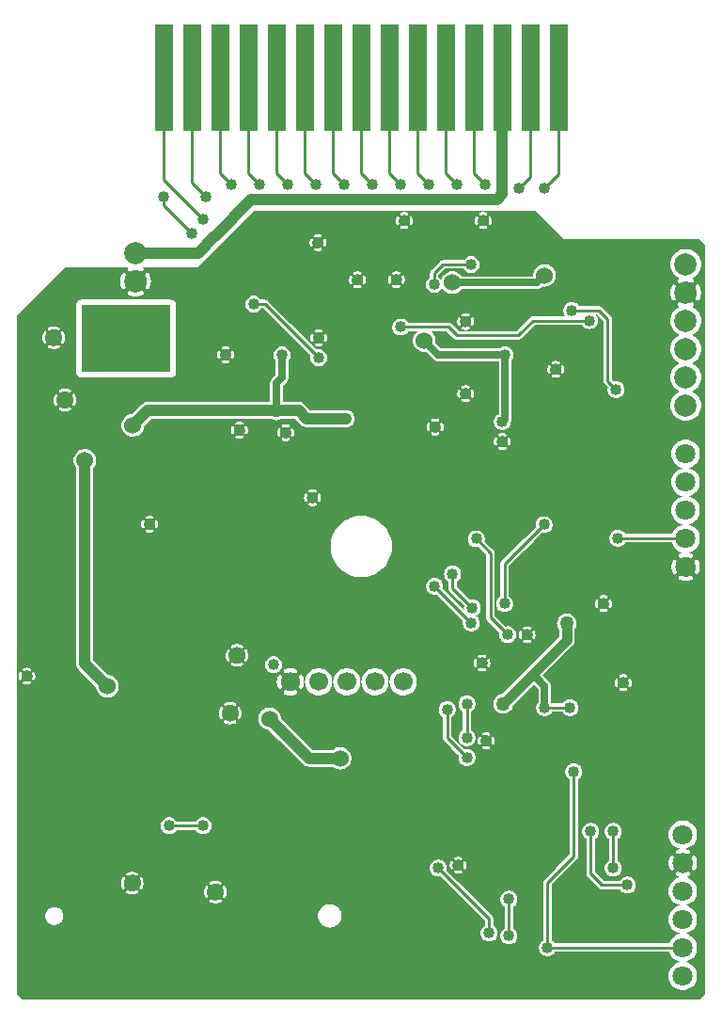
<source format=gbr>
G04 start of page 3 for group 1 idx 1 *
G04 Title: (unknown), solder *
G04 Creator: pcb v4.1.3-ge2c36c29 *
G04 CreationDate: Mon Jan  1 13:57:32 2024 UTC *
G04 For: p *
G04 Format: Gerber/RS-274X *
G04 PCB-Dimensions (mm): 152.40 127.00 *
G04 PCB-Coordinate-Origin: lower left *
%MOMM*%
%FSLAX43Y43*%
%LNBOTTOM*%
%ADD42C,1.100*%
%ADD41C,1.600*%
%ADD40C,1.100*%
%ADD39C,5.000*%
%ADD38C,0.900*%
%ADD37C,0.500*%
%ADD36C,1.524*%
%ADD35C,1.270*%
%ADD34C,1.700*%
%ADD33C,2.000*%
%ADD32C,1.800*%
%ADD31C,0.889*%
%ADD30C,0.635*%
%ADD29C,0.254*%
%ADD28C,1.016*%
%ADD27C,0.002*%
G54D27*G36*
X89018Y106673D02*X107306D01*
X107814Y106165D01*
Y102863D01*
X106754D01*
X106759Y102882D01*
X106761Y102912D01*
X106758Y102942D01*
X106751Y102971D01*
X106740Y102999D01*
X106724Y103024D01*
X106704Y103047D01*
X106681Y103066D01*
X106655Y103081D01*
X106578Y103117D01*
X106665Y103153D01*
X106850Y103266D01*
X107015Y103408D01*
X107156Y103573D01*
X107270Y103758D01*
X107353Y103959D01*
X107404Y104170D01*
X107417Y104387D01*
X107404Y104604D01*
X107353Y104815D01*
X107270Y105016D01*
X107156Y105201D01*
X107015Y105367D01*
X106850Y105508D01*
X106665Y105621D01*
X106464Y105705D01*
X106252Y105755D01*
X106036Y105772D01*
X105819Y105755D01*
X105608Y105705D01*
X105407Y105621D01*
X105221Y105508D01*
X105056Y105367D01*
X104915Y105201D01*
X104801Y105016D01*
X104718Y104815D01*
X104667Y104604D01*
X104650Y104387D01*
X104667Y104170D01*
X104718Y103959D01*
X104801Y103758D01*
X104915Y103573D01*
X105056Y103408D01*
X105221Y103266D01*
X105407Y103153D01*
X105493Y103117D01*
X105415Y103083D01*
X105389Y103067D01*
X105366Y103048D01*
X105347Y103025D01*
X105331Y102999D01*
X105319Y102971D01*
X105312Y102942D01*
X105309Y102912D01*
X105311Y102882D01*
X105316Y102863D01*
X94176D01*
X94220Y102934D01*
X94281Y103082D01*
X94319Y103237D01*
X94328Y103397D01*
X94319Y103556D01*
X94281Y103712D01*
X94220Y103860D01*
X94136Y103996D01*
X94033Y104118D01*
X93911Y104221D01*
X93775Y104305D01*
X93627Y104366D01*
X93471Y104403D01*
X93312Y104416D01*
X93153Y104403D01*
X92997Y104366D01*
X92849Y104305D01*
X92713Y104221D01*
X92591Y104118D01*
X92488Y103996D01*
X92404Y103860D01*
X92343Y103712D01*
X92305Y103556D01*
X92293Y103397D01*
X92299Y103314D01*
X89018D01*
Y106673D01*
G37*
G36*
X88424Y109239D02*X92572D01*
X96384Y105403D01*
Y103117D01*
X94290D01*
X94319Y103237D01*
X94328Y103397D01*
X94319Y103556D01*
X94281Y103712D01*
X94220Y103860D01*
X94136Y103996D01*
X94033Y104118D01*
X93911Y104221D01*
X93775Y104305D01*
X93627Y104366D01*
X93471Y104403D01*
X93312Y104416D01*
X93153Y104403D01*
X92997Y104366D01*
X92849Y104305D01*
X92713Y104221D01*
X92591Y104118D01*
X92488Y103996D01*
X92404Y103860D01*
X92343Y103712D01*
X92305Y103556D01*
X92293Y103397D01*
X92299Y103314D01*
X88424D01*
Y107967D01*
X88431Y107969D01*
X88450Y107975D01*
X88467Y107984D01*
X88484Y107996D01*
X88498Y108010D01*
X88509Y108026D01*
X88518Y108044D01*
X88543Y108113D01*
X88560Y108185D01*
X88571Y108258D01*
X88575Y108331D01*
X88571Y108404D01*
X88560Y108477D01*
X88543Y108548D01*
X88519Y108618D01*
X88510Y108636D01*
X88498Y108652D01*
X88484Y108666D01*
X88468Y108678D01*
X88450Y108687D01*
X88431Y108694D01*
X88424Y108695D01*
Y109239D01*
G37*
G36*
X87812D02*X88424D01*
Y108695D01*
X88411Y108697D01*
X88391Y108697D01*
X88371Y108694D01*
X88352Y108688D01*
X88334Y108679D01*
X88318Y108668D01*
X88303Y108653D01*
X88291Y108637D01*
X88282Y108619D01*
X88276Y108600D01*
X88273Y108581D01*
X88272Y108561D01*
X88275Y108541D01*
X88282Y108522D01*
X88299Y108476D01*
X88310Y108428D01*
X88317Y108380D01*
X88320Y108331D01*
X88317Y108282D01*
X88310Y108234D01*
X88299Y108186D01*
X88282Y108140D01*
X88276Y108121D01*
X88273Y108101D01*
X88273Y108081D01*
X88276Y108062D01*
X88283Y108043D01*
X88292Y108025D01*
X88304Y108009D01*
X88318Y107995D01*
X88334Y107983D01*
X88352Y107974D01*
X88371Y107968D01*
X88391Y107965D01*
X88411Y107965D01*
X88424Y107967D01*
Y103314D01*
X87812D01*
Y107568D01*
X87885Y107572D01*
X87958Y107582D01*
X88029Y107600D01*
X88098Y107624D01*
X88116Y107633D01*
X88133Y107645D01*
X88147Y107659D01*
X88159Y107675D01*
X88168Y107693D01*
X88175Y107712D01*
X88178Y107732D01*
X88178Y107752D01*
X88175Y107771D01*
X88169Y107791D01*
X88160Y107809D01*
X88148Y107825D01*
X88134Y107839D01*
X88118Y107851D01*
X88100Y107860D01*
X88081Y107867D01*
X88061Y107870D01*
X88041Y107870D01*
X88021Y107867D01*
X88002Y107861D01*
X87956Y107844D01*
X87909Y107832D01*
X87861Y107825D01*
X87812Y107823D01*
Y108839D01*
X87861Y108837D01*
X87909Y108829D01*
X87956Y108818D01*
X88003Y108802D01*
X88022Y108795D01*
X88041Y108792D01*
X88061Y108792D01*
X88081Y108796D01*
X88100Y108802D01*
X88118Y108811D01*
X88134Y108823D01*
X88148Y108837D01*
X88160Y108854D01*
X88168Y108871D01*
X88174Y108890D01*
X88177Y108910D01*
X88177Y108930D01*
X88174Y108950D01*
X88168Y108969D01*
X88159Y108987D01*
X88147Y109003D01*
X88132Y109017D01*
X88116Y109028D01*
X88098Y109037D01*
X88029Y109062D01*
X87958Y109080D01*
X87885Y109090D01*
X87812Y109094D01*
Y109239D01*
G37*
G36*
X87200D02*X87812D01*
Y109094D01*
X87812Y109094D01*
X87738Y109090D01*
X87666Y109080D01*
X87594Y109062D01*
X87525Y109038D01*
X87507Y109029D01*
X87491Y109017D01*
X87476Y109003D01*
X87464Y108987D01*
X87455Y108969D01*
X87449Y108950D01*
X87445Y108930D01*
X87445Y108910D01*
X87448Y108890D01*
X87454Y108871D01*
X87463Y108853D01*
X87475Y108837D01*
X87489Y108823D01*
X87505Y108811D01*
X87523Y108801D01*
X87542Y108795D01*
X87562Y108792D01*
X87582Y108792D01*
X87602Y108795D01*
X87621Y108801D01*
X87667Y108818D01*
X87714Y108829D01*
X87763Y108837D01*
X87812Y108839D01*
X87812Y108839D01*
Y107823D01*
X87812Y107823D01*
X87763Y107825D01*
X87714Y107832D01*
X87667Y107844D01*
X87621Y107860D01*
X87602Y107867D01*
X87582Y107870D01*
X87562Y107869D01*
X87542Y107866D01*
X87523Y107860D01*
X87506Y107851D01*
X87490Y107839D01*
X87476Y107825D01*
X87464Y107808D01*
X87455Y107790D01*
X87449Y107771D01*
X87446Y107752D01*
X87446Y107732D01*
X87449Y107712D01*
X87456Y107693D01*
X87465Y107675D01*
X87477Y107659D01*
X87491Y107645D01*
X87507Y107633D01*
X87525Y107625D01*
X87594Y107600D01*
X87666Y107582D01*
X87738Y107572D01*
X87812Y107568D01*
X87812Y107568D01*
Y103314D01*
X87200D01*
Y103802D01*
X87242Y103839D01*
X87320Y103930D01*
X87383Y104032D01*
X87429Y104143D01*
X87457Y104259D01*
X87464Y104379D01*
X87457Y104499D01*
X87429Y104615D01*
X87383Y104726D01*
X87320Y104828D01*
X87242Y104919D01*
X87200Y104956D01*
Y107967D01*
X87212Y107965D01*
X87232Y107965D01*
X87252Y107968D01*
X87271Y107974D01*
X87289Y107983D01*
X87306Y107994D01*
X87320Y108008D01*
X87332Y108025D01*
X87341Y108042D01*
X87348Y108061D01*
X87351Y108081D01*
X87351Y108101D01*
X87348Y108121D01*
X87342Y108140D01*
X87325Y108186D01*
X87313Y108234D01*
X87306Y108282D01*
X87304Y108331D01*
X87306Y108380D01*
X87313Y108428D01*
X87325Y108476D01*
X87341Y108522D01*
X87347Y108541D01*
X87350Y108561D01*
X87350Y108581D01*
X87347Y108600D01*
X87341Y108619D01*
X87331Y108637D01*
X87320Y108653D01*
X87305Y108667D01*
X87289Y108679D01*
X87271Y108688D01*
X87252Y108694D01*
X87232Y108697D01*
X87212Y108697D01*
X87200Y108694D01*
Y109239D01*
G37*
G36*
Y103314D02*X85859D01*
X85842Y103342D01*
X85738Y103464D01*
X85617Y103567D01*
X85480Y103651D01*
X85333Y103712D01*
X85177Y103749D01*
X85018Y103762D01*
X84858Y103749D01*
X84703Y103712D01*
X84555Y103651D01*
X84419Y103567D01*
X84297Y103464D01*
X84193Y103342D01*
X84110Y103206D01*
X84073Y103117D01*
X83961D01*
X83940Y103141D01*
X83849Y103219D01*
X83781Y103261D01*
Y103459D01*
X84320Y103998D01*
X86041D01*
X86083Y103930D01*
X86161Y103839D01*
X86252Y103761D01*
X86355Y103698D01*
X86466Y103652D01*
X86582Y103624D01*
X86702Y103615D01*
X86821Y103624D01*
X86938Y103652D01*
X87049Y103698D01*
X87151Y103761D01*
X87200Y103802D01*
Y103314D01*
G37*
G36*
X81312Y109239D02*X87200D01*
Y108694D01*
X87193Y108693D01*
X87174Y108687D01*
X87156Y108678D01*
X87140Y108666D01*
X87126Y108652D01*
X87114Y108635D01*
X87106Y108617D01*
X87080Y108548D01*
X87063Y108477D01*
X87052Y108404D01*
X87049Y108331D01*
X87052Y108258D01*
X87063Y108185D01*
X87080Y108113D01*
X87105Y108044D01*
X87114Y108026D01*
X87125Y108010D01*
X87139Y107995D01*
X87156Y107984D01*
X87173Y107974D01*
X87192Y107968D01*
X87200Y107967D01*
Y104956D01*
X87151Y104997D01*
X87049Y105060D01*
X86938Y105106D01*
X86821Y105134D01*
X86702Y105143D01*
X86582Y105134D01*
X86466Y105106D01*
X86355Y105060D01*
X86252Y104997D01*
X86161Y104919D01*
X86083Y104828D01*
X86041Y104760D01*
X84177D01*
X84162Y104761D01*
X84102Y104756D01*
X84044Y104742D01*
X83988Y104720D01*
X83937Y104688D01*
X83937Y104688D01*
X83891Y104649D01*
X83882Y104638D01*
X83141Y103897D01*
X83129Y103887D01*
X83091Y103842D01*
X83059Y103791D01*
X83036Y103735D01*
X83022Y103677D01*
X83022Y103677D01*
X83018Y103617D01*
X83019Y103602D01*
Y103261D01*
X82950Y103219D01*
X82859Y103141D01*
X82838Y103117D01*
X81312D01*
Y107967D01*
X81319Y107969D01*
X81338Y107975D01*
X81355Y107984D01*
X81372Y107996D01*
X81386Y108010D01*
X81397Y108026D01*
X81406Y108044D01*
X81431Y108113D01*
X81448Y108185D01*
X81459Y108258D01*
X81463Y108331D01*
X81459Y108404D01*
X81448Y108477D01*
X81431Y108548D01*
X81407Y108618D01*
X81398Y108636D01*
X81386Y108652D01*
X81372Y108666D01*
X81356Y108678D01*
X81338Y108687D01*
X81319Y108694D01*
X81312Y108695D01*
Y109239D01*
G37*
G36*
X80700D02*X81312D01*
Y108695D01*
X81299Y108697D01*
X81279Y108697D01*
X81259Y108694D01*
X81240Y108688D01*
X81222Y108679D01*
X81206Y108668D01*
X81191Y108653D01*
X81179Y108637D01*
X81170Y108619D01*
X81164Y108600D01*
X81161Y108581D01*
X81160Y108561D01*
X81163Y108541D01*
X81170Y108522D01*
X81187Y108476D01*
X81198Y108428D01*
X81205Y108380D01*
X81208Y108331D01*
X81205Y108282D01*
X81198Y108234D01*
X81187Y108186D01*
X81170Y108140D01*
X81164Y108121D01*
X81161Y108101D01*
X81161Y108081D01*
X81164Y108062D01*
X81171Y108043D01*
X81180Y108025D01*
X81192Y108009D01*
X81206Y107995D01*
X81222Y107983D01*
X81240Y107974D01*
X81259Y107968D01*
X81279Y107965D01*
X81299Y107965D01*
X81312Y107967D01*
Y103117D01*
X80730D01*
X80727Y103143D01*
X80709Y103214D01*
X80700Y103240D01*
Y107568D01*
X80773Y107572D01*
X80846Y107582D01*
X80917Y107600D01*
X80986Y107624D01*
X81004Y107633D01*
X81021Y107645D01*
X81035Y107659D01*
X81047Y107675D01*
X81056Y107693D01*
X81063Y107712D01*
X81066Y107732D01*
X81066Y107752D01*
X81063Y107771D01*
X81057Y107791D01*
X81048Y107809D01*
X81036Y107825D01*
X81022Y107839D01*
X81006Y107851D01*
X80988Y107860D01*
X80969Y107867D01*
X80949Y107870D01*
X80929Y107870D01*
X80909Y107867D01*
X80890Y107861D01*
X80844Y107844D01*
X80797Y107832D01*
X80749Y107825D01*
X80700Y107823D01*
Y108839D01*
X80749Y108837D01*
X80797Y108829D01*
X80844Y108818D01*
X80891Y108802D01*
X80910Y108795D01*
X80929Y108792D01*
X80949Y108792D01*
X80969Y108796D01*
X80988Y108802D01*
X81006Y108811D01*
X81022Y108823D01*
X81036Y108837D01*
X81048Y108854D01*
X81056Y108871D01*
X81062Y108890D01*
X81065Y108910D01*
X81065Y108930D01*
X81062Y108950D01*
X81056Y108969D01*
X81047Y108987D01*
X81035Y109003D01*
X81020Y109017D01*
X81004Y109028D01*
X80986Y109037D01*
X80917Y109062D01*
X80846Y109080D01*
X80773Y109090D01*
X80700Y109094D01*
Y109239D01*
G37*
G36*
X80088D02*X80700D01*
Y109094D01*
X80700Y109094D01*
X80626Y109090D01*
X80554Y109080D01*
X80482Y109062D01*
X80413Y109038D01*
X80395Y109029D01*
X80379Y109017D01*
X80364Y109003D01*
X80352Y108987D01*
X80343Y108969D01*
X80337Y108950D01*
X80333Y108930D01*
X80333Y108910D01*
X80336Y108890D01*
X80342Y108871D01*
X80351Y108853D01*
X80363Y108837D01*
X80377Y108823D01*
X80393Y108811D01*
X80411Y108801D01*
X80430Y108795D01*
X80450Y108792D01*
X80470Y108792D01*
X80490Y108795D01*
X80509Y108801D01*
X80555Y108818D01*
X80602Y108829D01*
X80651Y108837D01*
X80700Y108839D01*
X80700Y108839D01*
Y107823D01*
X80700Y107823D01*
X80651Y107825D01*
X80602Y107832D01*
X80555Y107844D01*
X80509Y107860D01*
X80490Y107867D01*
X80470Y107870D01*
X80450Y107869D01*
X80430Y107866D01*
X80411Y107860D01*
X80394Y107851D01*
X80378Y107839D01*
X80364Y107825D01*
X80352Y107808D01*
X80343Y107790D01*
X80337Y107771D01*
X80334Y107752D01*
X80334Y107732D01*
X80337Y107712D01*
X80344Y107693D01*
X80353Y107675D01*
X80365Y107659D01*
X80379Y107645D01*
X80395Y107633D01*
X80413Y107625D01*
X80482Y107600D01*
X80554Y107582D01*
X80626Y107572D01*
X80700Y107568D01*
X80700Y107568D01*
Y103240D01*
X80685Y103284D01*
X80676Y103302D01*
X80664Y103318D01*
X80650Y103332D01*
X80634Y103344D01*
X80616Y103354D01*
X80597Y103360D01*
X80577Y103363D01*
X80557Y103363D01*
X80537Y103360D01*
X80518Y103354D01*
X80500Y103345D01*
X80484Y103334D01*
X80470Y103320D01*
X80458Y103303D01*
X80448Y103286D01*
X80442Y103266D01*
X80439Y103247D01*
X80439Y103227D01*
X80442Y103207D01*
X80448Y103188D01*
X80465Y103142D01*
X80471Y103117D01*
X80088D01*
Y103492D01*
X80123Y103484D01*
X80169Y103468D01*
X80188Y103461D01*
X80207Y103458D01*
X80227Y103459D01*
X80247Y103462D01*
X80266Y103468D01*
X80284Y103477D01*
X80300Y103489D01*
X80314Y103503D01*
X80326Y103520D01*
X80335Y103538D01*
X80341Y103557D01*
X80344Y103576D01*
X80343Y103596D01*
X80340Y103616D01*
X80334Y103635D01*
X80325Y103653D01*
X80313Y103669D01*
X80299Y103683D01*
X80282Y103695D01*
X80264Y103703D01*
X80195Y103728D01*
X80124Y103746D01*
X80088Y103751D01*
Y107967D01*
X80100Y107965D01*
X80120Y107965D01*
X80140Y107968D01*
X80159Y107974D01*
X80177Y107983D01*
X80194Y107994D01*
X80208Y108008D01*
X80220Y108025D01*
X80229Y108042D01*
X80236Y108061D01*
X80239Y108081D01*
X80239Y108101D01*
X80236Y108121D01*
X80230Y108140D01*
X80213Y108186D01*
X80201Y108234D01*
X80194Y108282D01*
X80192Y108331D01*
X80194Y108380D01*
X80201Y108428D01*
X80213Y108476D01*
X80229Y108522D01*
X80235Y108541D01*
X80238Y108561D01*
X80238Y108581D01*
X80235Y108600D01*
X80229Y108619D01*
X80219Y108637D01*
X80208Y108653D01*
X80193Y108667D01*
X80177Y108679D01*
X80159Y108688D01*
X80140Y108694D01*
X80120Y108697D01*
X80100Y108697D01*
X80088Y108694D01*
Y109239D01*
G37*
G36*
X76477D02*X80088D01*
Y108694D01*
X80081Y108693D01*
X80062Y108687D01*
X80044Y108678D01*
X80028Y108666D01*
X80014Y108652D01*
X80002Y108635D01*
X79994Y108617D01*
X79968Y108548D01*
X79951Y108477D01*
X79940Y108404D01*
X79937Y108331D01*
X79940Y108258D01*
X79951Y108185D01*
X79968Y108113D01*
X79993Y108044D01*
X80002Y108026D01*
X80013Y108010D01*
X80027Y107995D01*
X80044Y107984D01*
X80061Y107974D01*
X80080Y107968D01*
X80088Y107967D01*
Y103751D01*
X80051Y103756D01*
X79978Y103760D01*
X79904Y103756D01*
X79832Y103746D01*
X79760Y103728D01*
X79691Y103704D01*
X79673Y103695D01*
X79657Y103683D01*
X79642Y103669D01*
X79630Y103653D01*
X79621Y103635D01*
X79615Y103616D01*
X79612Y103596D01*
X79611Y103576D01*
X79614Y103556D01*
X79620Y103537D01*
X79629Y103519D01*
X79641Y103503D01*
X79655Y103489D01*
X79671Y103477D01*
X79689Y103468D01*
X79708Y103461D01*
X79728Y103458D01*
X79748Y103458D01*
X79768Y103461D01*
X79787Y103467D01*
X79833Y103484D01*
X79881Y103496D01*
X79929Y103503D01*
X79978Y103505D01*
X80027Y103503D01*
X80075Y103496D01*
X80088Y103492D01*
Y103117D01*
X79485D01*
X79491Y103142D01*
X79507Y103188D01*
X79513Y103207D01*
X79516Y103227D01*
X79516Y103247D01*
X79513Y103266D01*
X79507Y103285D01*
X79498Y103303D01*
X79486Y103319D01*
X79471Y103333D01*
X79455Y103345D01*
X79437Y103354D01*
X79418Y103360D01*
X79398Y103363D01*
X79378Y103363D01*
X79359Y103359D01*
X79340Y103353D01*
X79322Y103344D01*
X79306Y103332D01*
X79292Y103318D01*
X79280Y103301D01*
X79272Y103283D01*
X79247Y103214D01*
X79229Y103143D01*
X79225Y103117D01*
X77230D01*
X77226Y103143D01*
X77209Y103214D01*
X77185Y103284D01*
X77176Y103302D01*
X77164Y103318D01*
X77150Y103332D01*
X77134Y103344D01*
X77116Y103354D01*
X77097Y103360D01*
X77077Y103363D01*
X77057Y103363D01*
X77037Y103360D01*
X77018Y103354D01*
X77000Y103345D01*
X76984Y103334D01*
X76969Y103320D01*
X76957Y103303D01*
X76948Y103286D01*
X76942Y103266D01*
X76939Y103247D01*
X76938Y103227D01*
X76941Y103207D01*
X76948Y103188D01*
X76965Y103142D01*
X76971Y103117D01*
X76477D01*
Y103505D01*
X76478Y103505D01*
X76527Y103503D01*
X76575Y103496D01*
X76622Y103484D01*
X76669Y103468D01*
X76688Y103461D01*
X76707Y103458D01*
X76727Y103459D01*
X76747Y103462D01*
X76766Y103468D01*
X76784Y103477D01*
X76800Y103489D01*
X76814Y103503D01*
X76826Y103520D01*
X76834Y103538D01*
X76840Y103557D01*
X76843Y103576D01*
X76843Y103596D01*
X76840Y103616D01*
X76834Y103635D01*
X76825Y103653D01*
X76813Y103669D01*
X76798Y103683D01*
X76782Y103695D01*
X76764Y103703D01*
X76695Y103728D01*
X76624Y103746D01*
X76551Y103756D01*
X76478Y103760D01*
X76477Y103760D01*
Y109239D01*
G37*
G36*
X73528D02*X76477D01*
Y103760D01*
X76404Y103756D01*
X76332Y103746D01*
X76260Y103728D01*
X76191Y103704D01*
X76173Y103695D01*
X76157Y103683D01*
X76142Y103669D01*
X76130Y103653D01*
X76121Y103635D01*
X76115Y103616D01*
X76111Y103596D01*
X76111Y103576D01*
X76114Y103556D01*
X76120Y103537D01*
X76129Y103519D01*
X76141Y103503D01*
X76155Y103489D01*
X76171Y103477D01*
X76189Y103468D01*
X76208Y103461D01*
X76228Y103458D01*
X76248Y103458D01*
X76268Y103461D01*
X76287Y103467D01*
X76333Y103484D01*
X76380Y103496D01*
X76429Y103503D01*
X76477Y103505D01*
Y103117D01*
X75985D01*
X75991Y103142D01*
X76007Y103188D01*
X76013Y103207D01*
X76016Y103227D01*
X76016Y103247D01*
X76013Y103266D01*
X76007Y103285D01*
X75997Y103303D01*
X75986Y103319D01*
X75971Y103333D01*
X75955Y103345D01*
X75937Y103354D01*
X75918Y103360D01*
X75898Y103363D01*
X75878Y103363D01*
X75859Y103359D01*
X75840Y103353D01*
X75822Y103344D01*
X75806Y103332D01*
X75792Y103318D01*
X75780Y103301D01*
X75772Y103283D01*
X75746Y103214D01*
X75729Y103143D01*
X75725Y103117D01*
X73528D01*
Y105978D01*
X73535Y105979D01*
X73554Y105985D01*
X73572Y105994D01*
X73588Y106006D01*
X73602Y106020D01*
X73613Y106037D01*
X73622Y106055D01*
X73647Y106124D01*
X73665Y106195D01*
X73675Y106268D01*
X73679Y106341D01*
X73675Y106415D01*
X73665Y106487D01*
X73647Y106559D01*
X73623Y106628D01*
X73614Y106646D01*
X73602Y106662D01*
X73588Y106677D01*
X73572Y106689D01*
X73554Y106698D01*
X73535Y106704D01*
X73528Y106705D01*
Y109239D01*
G37*
G36*
X72916D02*X73528D01*
Y106705D01*
X73515Y106707D01*
X73495Y106708D01*
X73475Y106705D01*
X73456Y106699D01*
X73438Y106690D01*
X73422Y106678D01*
X73407Y106664D01*
X73396Y106648D01*
X73386Y106630D01*
X73380Y106611D01*
X73377Y106591D01*
X73377Y106571D01*
X73380Y106551D01*
X73386Y106532D01*
X73403Y106486D01*
X73414Y106438D01*
X73421Y106390D01*
X73424Y106341D01*
X73421Y106292D01*
X73414Y106244D01*
X73403Y106196D01*
X73387Y106150D01*
X73380Y106131D01*
X73377Y106112D01*
X73377Y106092D01*
X73381Y106072D01*
X73387Y106053D01*
X73396Y106035D01*
X73408Y106019D01*
X73422Y106005D01*
X73438Y105993D01*
X73456Y105984D01*
X73475Y105978D01*
X73495Y105975D01*
X73515Y105976D01*
X73528Y105978D01*
Y103117D01*
X72916D01*
Y105578D01*
X72989Y105582D01*
X73062Y105592D01*
X73133Y105610D01*
X73203Y105634D01*
X73221Y105643D01*
X73237Y105655D01*
X73251Y105669D01*
X73263Y105685D01*
X73272Y105703D01*
X73279Y105722D01*
X73282Y105742D01*
X73282Y105762D01*
X73279Y105782D01*
X73273Y105801D01*
X73264Y105819D01*
X73252Y105835D01*
X73238Y105849D01*
X73222Y105861D01*
X73204Y105871D01*
X73185Y105877D01*
X73165Y105880D01*
X73145Y105880D01*
X73126Y105877D01*
X73107Y105871D01*
X73061Y105854D01*
X73013Y105843D01*
X72965Y105836D01*
X72916Y105833D01*
Y106849D01*
X72965Y106847D01*
X73013Y106840D01*
X73061Y106828D01*
X73107Y106812D01*
X73126Y106806D01*
X73145Y106803D01*
X73165Y106803D01*
X73185Y106806D01*
X73204Y106812D01*
X73222Y106821D01*
X73238Y106833D01*
X73252Y106848D01*
X73264Y106864D01*
X73273Y106882D01*
X73279Y106901D01*
X73282Y106921D01*
X73281Y106941D01*
X73278Y106960D01*
X73272Y106979D01*
X73263Y106997D01*
X73251Y107013D01*
X73237Y107027D01*
X73220Y107039D01*
X73202Y107047D01*
X73133Y107072D01*
X73062Y107090D01*
X72989Y107101D01*
X72916Y107104D01*
Y109239D01*
G37*
G36*
X72304D02*X72916D01*
Y107104D01*
X72916Y107104D01*
X72842Y107101D01*
X72770Y107090D01*
X72698Y107072D01*
X72629Y107048D01*
X72611Y107039D01*
X72595Y107028D01*
X72580Y107013D01*
X72568Y106997D01*
X72559Y106979D01*
X72553Y106960D01*
X72550Y106941D01*
X72549Y106921D01*
X72552Y106901D01*
X72558Y106882D01*
X72567Y106864D01*
X72579Y106847D01*
X72593Y106833D01*
X72609Y106821D01*
X72627Y106812D01*
X72646Y106805D01*
X72666Y106802D01*
X72686Y106802D01*
X72706Y106805D01*
X72725Y106811D01*
X72771Y106828D01*
X72818Y106840D01*
X72867Y106847D01*
X72916Y106849D01*
X72916Y106849D01*
Y105833D01*
X72916Y105833D01*
X72867Y105836D01*
X72818Y105843D01*
X72771Y105854D01*
X72725Y105870D01*
X72706Y105877D01*
X72686Y105880D01*
X72666Y105880D01*
X72646Y105876D01*
X72627Y105870D01*
X72610Y105861D01*
X72594Y105849D01*
X72580Y105835D01*
X72568Y105819D01*
X72559Y105801D01*
X72553Y105782D01*
X72550Y105762D01*
X72550Y105742D01*
X72553Y105722D01*
X72560Y105703D01*
X72569Y105685D01*
X72581Y105669D01*
X72595Y105655D01*
X72611Y105644D01*
X72629Y105635D01*
X72698Y105610D01*
X72770Y105592D01*
X72842Y105582D01*
X72916Y105578D01*
X72916Y105578D01*
Y103117D01*
X72304D01*
Y105977D01*
X72316Y105975D01*
X72336Y105975D01*
X72356Y105978D01*
X72375Y105984D01*
X72393Y105993D01*
X72410Y106005D01*
X72424Y106019D01*
X72436Y106035D01*
X72445Y106053D01*
X72452Y106072D01*
X72455Y106092D01*
X72455Y106112D01*
X72452Y106131D01*
X72446Y106150D01*
X72429Y106196D01*
X72417Y106244D01*
X72410Y106292D01*
X72408Y106341D01*
X72410Y106390D01*
X72417Y106438D01*
X72429Y106486D01*
X72445Y106532D01*
X72451Y106551D01*
X72454Y106571D01*
X72454Y106591D01*
X72451Y106611D01*
X72445Y106630D01*
X72435Y106647D01*
X72424Y106663D01*
X72409Y106677D01*
X72393Y106689D01*
X72375Y106698D01*
X72356Y106704D01*
X72336Y106707D01*
X72316Y106707D01*
X72304Y106705D01*
Y109239D01*
G37*
G36*
X63110Y105149D02*X67172Y109239D01*
X72304D01*
Y106705D01*
X72297Y106704D01*
X72278Y106697D01*
X72260Y106688D01*
X72244Y106676D01*
X72230Y106662D01*
X72218Y106646D01*
X72210Y106628D01*
X72185Y106559D01*
X72167Y106487D01*
X72156Y106415D01*
X72153Y106341D01*
X72156Y106268D01*
X72167Y106195D01*
X72185Y106124D01*
X72209Y106054D01*
X72218Y106036D01*
X72229Y106020D01*
X72244Y106006D01*
X72260Y105994D01*
X72278Y105985D01*
X72297Y105978D01*
X72304Y105977D01*
Y103117D01*
X63110D01*
Y105149D01*
G37*
G36*
X63618Y105657D02*Y103625D01*
X61586D01*
X63618Y105657D01*
G37*
G36*
X86336Y107181D02*X89526D01*
X92320Y104387D01*
X93084D01*
X92997Y104366D01*
X92849Y104305D01*
X92713Y104221D01*
X92591Y104118D01*
X92488Y103996D01*
X92404Y103860D01*
X92343Y103712D01*
X92305Y103556D01*
X92293Y103397D01*
X92299Y103314D01*
X86336D01*
Y103710D01*
X86355Y103698D01*
X86466Y103652D01*
X86582Y103624D01*
X86702Y103615D01*
X86821Y103624D01*
X86938Y103652D01*
X87049Y103698D01*
X87151Y103761D01*
X87242Y103839D01*
X87320Y103930D01*
X87383Y104032D01*
X87429Y104143D01*
X87457Y104259D01*
X87464Y104379D01*
X87457Y104499D01*
X87429Y104615D01*
X87383Y104726D01*
X87320Y104828D01*
X87242Y104919D01*
X87151Y104997D01*
X87049Y105060D01*
X86938Y105106D01*
X86821Y105134D01*
X86702Y105143D01*
X86582Y105134D01*
X86466Y105106D01*
X86355Y105060D01*
X86336Y105048D01*
Y107181D01*
G37*
G36*
X107074Y103477D02*X107156Y103573D01*
X107233Y103698D01*
X107814Y103117D01*
X107812Y38754D01*
X107304Y38246D01*
X107074D01*
Y76541D01*
X107090Y76545D01*
X107117Y76557D01*
X107142Y76574D01*
X107164Y76594D01*
X107183Y76618D01*
X107197Y76644D01*
X107245Y76758D01*
X107281Y76877D01*
X107305Y76999D01*
X107317Y77123D01*
Y77247D01*
X107305Y77371D01*
X107281Y77493D01*
X107245Y77612D01*
X107198Y77727D01*
X107184Y77753D01*
X107165Y77777D01*
X107143Y77797D01*
X107117Y77814D01*
X107090Y77826D01*
X107074Y77830D01*
Y78969D01*
X107075Y78970D01*
X107181Y79142D01*
X107258Y79328D01*
X107305Y79524D01*
X107317Y79725D01*
X107305Y79926D01*
X107258Y80122D01*
X107181Y80308D01*
X107075Y80480D01*
X107074Y80481D01*
Y81509D01*
X107075Y81510D01*
X107181Y81682D01*
X107258Y81868D01*
X107305Y82064D01*
X107317Y82265D01*
X107305Y82466D01*
X107258Y82662D01*
X107181Y82848D01*
X107075Y83020D01*
X107074Y83021D01*
Y84049D01*
X107075Y84050D01*
X107181Y84222D01*
X107258Y84408D01*
X107305Y84604D01*
X107317Y84805D01*
X107305Y85006D01*
X107258Y85202D01*
X107181Y85388D01*
X107075Y85560D01*
X107074Y85561D01*
Y86589D01*
X107075Y86590D01*
X107181Y86762D01*
X107258Y86948D01*
X107305Y87144D01*
X107317Y87345D01*
X107305Y87546D01*
X107258Y87742D01*
X107181Y87928D01*
X107075Y88100D01*
X107074Y88101D01*
Y90777D01*
X107156Y90873D01*
X107270Y91058D01*
X107353Y91259D01*
X107404Y91470D01*
X107417Y91687D01*
X107404Y91904D01*
X107353Y92115D01*
X107270Y92316D01*
X107156Y92501D01*
X107074Y92597D01*
Y93317D01*
X107156Y93413D01*
X107270Y93598D01*
X107353Y93799D01*
X107404Y94010D01*
X107417Y94227D01*
X107404Y94444D01*
X107353Y94655D01*
X107270Y94856D01*
X107156Y95041D01*
X107074Y95137D01*
Y95857D01*
X107156Y95953D01*
X107270Y96138D01*
X107353Y96339D01*
X107404Y96550D01*
X107417Y96767D01*
X107404Y96984D01*
X107353Y97195D01*
X107270Y97396D01*
X107156Y97581D01*
X107074Y97677D01*
Y98397D01*
X107156Y98493D01*
X107270Y98678D01*
X107353Y98879D01*
X107404Y99090D01*
X107417Y99307D01*
X107404Y99524D01*
X107353Y99735D01*
X107270Y99936D01*
X107156Y100121D01*
X107074Y100217D01*
Y101124D01*
X107101Y101122D01*
X107131Y101124D01*
X107160Y101131D01*
X107187Y101143D01*
X107213Y101159D01*
X107236Y101179D01*
X107255Y101201D01*
X107270Y101227D01*
X107323Y101344D01*
X107365Y101466D01*
X107394Y101591D01*
X107412Y101719D01*
X107418Y101847D01*
X107412Y101976D01*
X107394Y102103D01*
X107365Y102228D01*
X107323Y102350D01*
X107271Y102467D01*
X107256Y102493D01*
X107236Y102516D01*
X107213Y102536D01*
X107188Y102552D01*
X107160Y102564D01*
X107131Y102571D01*
X107101Y102574D01*
X107074Y102572D01*
Y103477D01*
G37*
G36*
Y97677D02*X107015Y97747D01*
X106850Y97888D01*
X106665Y98001D01*
X106578Y98037D01*
X106665Y98073D01*
X106850Y98186D01*
X107015Y98328D01*
X107074Y98397D01*
Y97677D01*
G37*
G36*
Y95137D02*X107015Y95207D01*
X106850Y95348D01*
X106665Y95461D01*
X106578Y95497D01*
X106665Y95533D01*
X106850Y95646D01*
X107015Y95788D01*
X107074Y95857D01*
Y95137D01*
G37*
G36*
Y92597D02*X107015Y92667D01*
X106850Y92808D01*
X106665Y92921D01*
X106578Y92957D01*
X106665Y92993D01*
X106850Y93106D01*
X107015Y93248D01*
X107074Y93317D01*
Y92597D01*
G37*
G36*
Y88101D02*X106944Y88254D01*
X106791Y88385D01*
X106619Y88490D01*
X106433Y88567D01*
X106237Y88614D01*
X106036Y88630D01*
Y90302D01*
X106252Y90319D01*
X106464Y90370D01*
X106665Y90453D01*
X106850Y90566D01*
X107015Y90708D01*
X107074Y90777D01*
Y88101D01*
G37*
G36*
Y85561D02*X106944Y85714D01*
X106791Y85845D01*
X106619Y85950D01*
X106433Y86027D01*
X106237Y86074D01*
X106226Y86075D01*
X106237Y86076D01*
X106433Y86123D01*
X106619Y86200D01*
X106791Y86305D01*
X106944Y86436D01*
X107074Y86589D01*
Y85561D01*
G37*
G36*
Y83021D02*X106944Y83174D01*
X106791Y83305D01*
X106619Y83410D01*
X106433Y83487D01*
X106237Y83534D01*
X106226Y83535D01*
X106237Y83536D01*
X106433Y83583D01*
X106619Y83660D01*
X106791Y83765D01*
X106944Y83896D01*
X107074Y84049D01*
Y83021D01*
G37*
G36*
Y80481D02*X106944Y80634D01*
X106791Y80765D01*
X106619Y80870D01*
X106433Y80947D01*
X106237Y80994D01*
X106226Y80995D01*
X106237Y80996D01*
X106433Y81043D01*
X106619Y81120D01*
X106791Y81225D01*
X106944Y81356D01*
X107074Y81509D01*
Y80481D01*
G37*
G36*
Y38246D02*X106820D01*
Y39623D01*
X106821Y39624D01*
X106927Y39796D01*
X107004Y39982D01*
X107051Y40178D01*
X107063Y40379D01*
X107051Y40580D01*
X107004Y40776D01*
X106927Y40962D01*
X106821Y41134D01*
X106820Y41135D01*
Y42163D01*
X106821Y42164D01*
X106927Y42336D01*
X107004Y42522D01*
X107051Y42718D01*
X107063Y42919D01*
X107051Y43120D01*
X107004Y43316D01*
X106927Y43502D01*
X106821Y43674D01*
X106820Y43675D01*
Y44703D01*
X106821Y44704D01*
X106927Y44876D01*
X107004Y45062D01*
X107051Y45258D01*
X107063Y45459D01*
X107051Y45660D01*
X107004Y45856D01*
X106927Y46042D01*
X106821Y46214D01*
X106820Y46215D01*
Y47243D01*
X106821Y47244D01*
X106927Y47416D01*
X107004Y47602D01*
X107051Y47798D01*
X107063Y47999D01*
X107051Y48200D01*
X107004Y48396D01*
X106927Y48582D01*
X106821Y48754D01*
X106820Y48755D01*
Y49895D01*
X106836Y49899D01*
X106863Y49911D01*
X106888Y49928D01*
X106910Y49948D01*
X106929Y49972D01*
X106943Y49998D01*
X106991Y50112D01*
X107027Y50231D01*
X107051Y50353D01*
X107063Y50477D01*
Y50601D01*
X107051Y50725D01*
X107027Y50847D01*
X106991Y50966D01*
X106944Y51081D01*
X106930Y51107D01*
X106911Y51131D01*
X106889Y51151D01*
X106863Y51168D01*
X106836Y51180D01*
X106820Y51185D01*
Y52323D01*
X106821Y52324D01*
X106927Y52496D01*
X107004Y52682D01*
X107051Y52878D01*
X107063Y53079D01*
X107051Y53280D01*
X107004Y53476D01*
X106927Y53662D01*
X106821Y53834D01*
X106820Y53835D01*
Y78711D01*
X106944Y78816D01*
X107074Y78969D01*
Y77830D01*
X107061Y77834D01*
X107031Y77838D01*
X107001Y77836D01*
X106971Y77830D01*
X106943Y77820D01*
X106917Y77805D01*
X106893Y77786D01*
X106873Y77764D01*
X106856Y77739D01*
X106844Y77711D01*
X106836Y77682D01*
X106832Y77652D01*
X106833Y77622D01*
X106839Y77593D01*
X106851Y77565D01*
X106884Y77484D01*
X106909Y77401D01*
X106926Y77315D01*
X106935Y77229D01*
Y77141D01*
X106926Y77055D01*
X106909Y76969D01*
X106884Y76886D01*
X106851Y76805D01*
X106840Y76777D01*
X106835Y76748D01*
X106833Y76718D01*
X106837Y76688D01*
X106845Y76659D01*
X106857Y76632D01*
X106874Y76607D01*
X106894Y76585D01*
X106917Y76566D01*
X106943Y76551D01*
X106972Y76541D01*
X107001Y76535D01*
X107031Y76533D01*
X107061Y76537D01*
X107074Y76541D01*
Y38246D01*
G37*
G36*
X106820Y53835D02*X106690Y53988D01*
X106537Y54119D01*
X106365Y54224D01*
X106179Y54301D01*
X106036Y54335D01*
Y75904D01*
X106098D01*
X106221Y75916D01*
X106343Y75940D01*
X106462Y75976D01*
X106577Y76022D01*
X106604Y76037D01*
X106627Y76056D01*
X106648Y76078D01*
X106664Y76103D01*
X106677Y76131D01*
X106685Y76160D01*
X106688Y76190D01*
X106687Y76220D01*
X106681Y76249D01*
X106670Y76278D01*
X106656Y76304D01*
X106637Y76328D01*
X106615Y76348D01*
X106589Y76365D01*
X106562Y76377D01*
X106533Y76385D01*
X106503Y76389D01*
X106473Y76387D01*
X106443Y76381D01*
X106415Y76370D01*
X106335Y76336D01*
X106252Y76311D01*
X106166Y76294D01*
X106079Y76286D01*
X106036D01*
Y78084D01*
X106079D01*
X106166Y78076D01*
X106252Y78059D01*
X106335Y78034D01*
X106416Y78001D01*
X106444Y77990D01*
X106473Y77984D01*
X106503Y77983D01*
X106533Y77986D01*
X106562Y77994D01*
X106589Y78006D01*
X106614Y78023D01*
X106636Y78043D01*
X106655Y78067D01*
X106669Y78093D01*
X106680Y78121D01*
X106686Y78150D01*
X106687Y78180D01*
X106684Y78210D01*
X106676Y78239D01*
X106663Y78266D01*
X106647Y78291D01*
X106627Y78313D01*
X106603Y78332D01*
X106577Y78346D01*
X106462Y78394D01*
X106343Y78430D01*
X106221Y78454D01*
X106218Y78454D01*
X106237Y78456D01*
X106433Y78503D01*
X106619Y78580D01*
X106791Y78685D01*
X106820Y78711D01*
Y53835D01*
G37*
G36*
Y48755D02*X106690Y48908D01*
X106537Y49039D01*
X106365Y49144D01*
X106179Y49221D01*
X106036Y49255D01*
Y49284D01*
X106089Y49294D01*
X106208Y49330D01*
X106323Y49377D01*
X106350Y49391D01*
X106373Y49410D01*
X106394Y49432D01*
X106410Y49457D01*
X106423Y49485D01*
X106431Y49514D01*
X106434Y49544D01*
X106433Y49574D01*
X106427Y49604D01*
X106416Y49632D01*
X106402Y49658D01*
X106383Y49682D01*
X106361Y49702D01*
X106335Y49719D01*
X106308Y49731D01*
X106279Y49739D01*
X106249Y49743D01*
X106219Y49741D01*
X106189Y49735D01*
X106161Y49724D01*
X106081Y49690D01*
X106036Y49677D01*
Y51401D01*
X106081Y51388D01*
X106162Y51355D01*
X106190Y51344D01*
X106219Y51338D01*
X106249Y51337D01*
X106279Y51340D01*
X106308Y51348D01*
X106335Y51360D01*
X106360Y51377D01*
X106382Y51397D01*
X106401Y51421D01*
X106415Y51447D01*
X106426Y51475D01*
X106432Y51504D01*
X106433Y51534D01*
X106430Y51564D01*
X106422Y51593D01*
X106409Y51620D01*
X106393Y51645D01*
X106373Y51667D01*
X106349Y51686D01*
X106323Y51700D01*
X106208Y51749D01*
X106089Y51784D01*
X106036Y51795D01*
Y51823D01*
X106179Y51857D01*
X106365Y51934D01*
X106537Y52040D01*
X106690Y52171D01*
X106820Y52323D01*
Y51185D01*
X106807Y51188D01*
X106777Y51192D01*
X106747Y51190D01*
X106717Y51184D01*
X106689Y51174D01*
X106663Y51159D01*
X106639Y51140D01*
X106619Y51118D01*
X106602Y51093D01*
X106590Y51065D01*
X106582Y51036D01*
X106578Y51006D01*
X106579Y50976D01*
X106585Y50947D01*
X106597Y50919D01*
X106630Y50838D01*
X106655Y50755D01*
X106672Y50669D01*
X106681Y50583D01*
Y50496D01*
X106672Y50409D01*
X106655Y50323D01*
X106630Y50240D01*
X106597Y50159D01*
X106586Y50131D01*
X106581Y50102D01*
X106579Y50072D01*
X106583Y50042D01*
X106591Y50013D01*
X106603Y49986D01*
X106620Y49961D01*
X106640Y49939D01*
X106663Y49920D01*
X106689Y49905D01*
X106718Y49895D01*
X106747Y49889D01*
X106777Y49888D01*
X106807Y49891D01*
X106820Y49895D01*
Y48755D01*
G37*
G36*
Y46215D02*X106690Y46368D01*
X106537Y46499D01*
X106365Y46604D01*
X106179Y46681D01*
X106036Y46715D01*
Y46743D01*
X106179Y46777D01*
X106365Y46854D01*
X106537Y46960D01*
X106690Y47091D01*
X106820Y47243D01*
Y46215D01*
G37*
G36*
Y43675D02*X106690Y43828D01*
X106537Y43959D01*
X106365Y44064D01*
X106179Y44141D01*
X106036Y44175D01*
Y44203D01*
X106179Y44237D01*
X106365Y44314D01*
X106537Y44420D01*
X106690Y44551D01*
X106820Y44703D01*
Y43675D01*
G37*
G36*
Y41135D02*X106690Y41288D01*
X106537Y41419D01*
X106365Y41524D01*
X106179Y41601D01*
X106036Y41635D01*
Y41663D01*
X106179Y41697D01*
X106365Y41774D01*
X106537Y41880D01*
X106690Y42011D01*
X106820Y42163D01*
Y41135D01*
G37*
G36*
Y38246D02*X106036D01*
Y39123D01*
X106179Y39157D01*
X106365Y39234D01*
X106537Y39340D01*
X106690Y39471D01*
X106820Y39623D01*
Y38246D01*
G37*
G36*
X106036Y102847D02*X106129Y102843D01*
X106221Y102830D01*
X106311Y102808D01*
X106399Y102779D01*
X106484Y102741D01*
X106512Y102729D01*
X106541Y102722D01*
X106571Y102720D01*
X106601Y102722D01*
X106630Y102730D01*
X106658Y102741D01*
X106683Y102757D01*
X106706Y102777D01*
X106725Y102800D01*
X106741Y102825D01*
X106752Y102853D01*
X106759Y102882D01*
X106761Y102912D01*
X106758Y102942D01*
X106751Y102971D01*
X106740Y102999D01*
X106724Y103024D01*
X106704Y103047D01*
X106681Y103066D01*
X106655Y103081D01*
X106578Y103117D01*
X106665Y103153D01*
X106850Y103266D01*
X107015Y103408D01*
X107074Y103477D01*
Y102572D01*
X107071Y102571D01*
X107041Y102564D01*
X107013Y102553D01*
X106988Y102537D01*
X106965Y102518D01*
X106945Y102495D01*
X106929Y102470D01*
X106917Y102442D01*
X106910Y102413D01*
X106907Y102382D01*
X106910Y102352D01*
X106916Y102323D01*
X106928Y102295D01*
X106967Y102211D01*
X106997Y102123D01*
X107018Y102032D01*
X107031Y101940D01*
X107036Y101847D01*
X107031Y101754D01*
X107018Y101662D01*
X106997Y101571D01*
X106967Y101483D01*
X106929Y101398D01*
X106918Y101371D01*
X106911Y101342D01*
X106909Y101312D01*
X106911Y101282D01*
X106918Y101253D01*
X106930Y101225D01*
X106946Y101200D01*
X106965Y101177D01*
X106988Y101158D01*
X107014Y101142D01*
X107042Y101131D01*
X107071Y101124D01*
X107074Y101124D01*
Y100217D01*
X107015Y100287D01*
X106850Y100428D01*
X106665Y100541D01*
X106578Y100577D01*
X106656Y100612D01*
X106682Y100627D01*
X106705Y100647D01*
X106725Y100669D01*
X106741Y100695D01*
X106752Y100723D01*
X106760Y100752D01*
X106762Y100782D01*
X106760Y100812D01*
X106753Y100842D01*
X106742Y100869D01*
X106726Y100895D01*
X106707Y100918D01*
X106684Y100938D01*
X106658Y100954D01*
X106630Y100966D01*
X106601Y100973D01*
X106571Y100975D01*
X106541Y100973D01*
X106512Y100966D01*
X106484Y100954D01*
X106399Y100916D01*
X106311Y100886D01*
X106221Y100864D01*
X106129Y100851D01*
X106036Y100847D01*
Y102847D01*
G37*
G36*
Y51795D02*X105967Y51808D01*
X105964Y51808D01*
X105983Y51810D01*
X106036Y51823D01*
Y51795D01*
G37*
G36*
X104997Y78969D02*X105127Y78816D01*
X105280Y78685D01*
X105452Y78580D01*
X105639Y78503D01*
X105835Y78456D01*
X105854Y78454D01*
X105850Y78454D01*
X105728Y78430D01*
X105609Y78394D01*
X105494Y78348D01*
X105468Y78333D01*
X105444Y78314D01*
X105424Y78292D01*
X105407Y78267D01*
X105395Y78239D01*
X105387Y78210D01*
X105383Y78180D01*
X105384Y78150D01*
X105390Y78121D01*
X105401Y78092D01*
X105416Y78066D01*
X105435Y78042D01*
X105457Y78022D01*
X105482Y78005D01*
X105509Y77993D01*
X105538Y77985D01*
X105568Y77981D01*
X105599Y77983D01*
X105628Y77989D01*
X105656Y78000D01*
X105736Y78034D01*
X105820Y78059D01*
X105905Y78076D01*
X105992Y78084D01*
X106036D01*
Y76286D01*
X105992D01*
X105905Y76294D01*
X105820Y76311D01*
X105736Y76336D01*
X105656Y76369D01*
X105628Y76380D01*
X105598Y76386D01*
X105568Y76387D01*
X105539Y76384D01*
X105510Y76376D01*
X105482Y76364D01*
X105457Y76347D01*
X105435Y76327D01*
X105417Y76303D01*
X105402Y76277D01*
X105391Y76249D01*
X105385Y76220D01*
X105384Y76190D01*
X105388Y76160D01*
X105396Y76131D01*
X105408Y76104D01*
X105425Y76079D01*
X105445Y76057D01*
X105468Y76038D01*
X105495Y76024D01*
X105609Y75976D01*
X105728Y75940D01*
X105850Y75916D01*
X105974Y75904D01*
X106036D01*
Y54335D01*
X105983Y54348D01*
X105782Y54364D01*
X105581Y54348D01*
X105385Y54301D01*
X105198Y54224D01*
X105026Y54119D01*
X104997Y54093D01*
Y76540D01*
X105011Y76536D01*
X105040Y76532D01*
X105071Y76534D01*
X105100Y76540D01*
X105128Y76550D01*
X105155Y76565D01*
X105178Y76584D01*
X105199Y76606D01*
X105215Y76631D01*
X105228Y76659D01*
X105236Y76688D01*
X105239Y76718D01*
X105238Y76748D01*
X105232Y76777D01*
X105221Y76805D01*
X105187Y76886D01*
X105162Y76969D01*
X105145Y77055D01*
X105137Y77141D01*
Y77229D01*
X105145Y77315D01*
X105162Y77401D01*
X105187Y77484D01*
X105220Y77565D01*
X105231Y77593D01*
X105237Y77622D01*
X105238Y77652D01*
X105235Y77682D01*
X105227Y77711D01*
X105214Y77738D01*
X105198Y77763D01*
X105178Y77785D01*
X105154Y77804D01*
X105128Y77819D01*
X105100Y77829D01*
X105070Y77835D01*
X105040Y77837D01*
X105011Y77833D01*
X104997Y77829D01*
Y78969D01*
G37*
G36*
Y44445D02*X105026Y44420D01*
X105198Y44314D01*
X105385Y44237D01*
X105581Y44190D01*
X105592Y44189D01*
X105581Y44188D01*
X105385Y44141D01*
X105198Y44064D01*
X105026Y43959D01*
X104997Y43933D01*
Y44445D01*
G37*
G36*
Y46985D02*X105026Y46960D01*
X105198Y46854D01*
X105385Y46777D01*
X105581Y46730D01*
X105592Y46729D01*
X105581Y46728D01*
X105385Y46681D01*
X105198Y46604D01*
X105026Y46499D01*
X104997Y46473D01*
Y46985D01*
G37*
G36*
X106036Y49677D02*X105998Y49665D01*
X105912Y49649D01*
X105825Y49640D01*
X105738D01*
X105651Y49649D01*
X105566Y49665D01*
X105482Y49690D01*
X105402Y49723D01*
X105374Y49734D01*
X105344Y49740D01*
X105314Y49742D01*
X105285Y49738D01*
X105256Y49730D01*
X105228Y49718D01*
X105203Y49701D01*
X105181Y49681D01*
X105163Y49657D01*
X105148Y49631D01*
X105137Y49603D01*
X105131Y49574D01*
X105130Y49544D01*
X105134Y49514D01*
X105142Y49485D01*
X105154Y49458D01*
X105171Y49433D01*
X105191Y49411D01*
X105214Y49392D01*
X105241Y49378D01*
X105355Y49330D01*
X105474Y49294D01*
X105596Y49270D01*
X105600Y49270D01*
X105581Y49268D01*
X105385Y49221D01*
X105198Y49144D01*
X105026Y49039D01*
X104997Y49013D01*
Y52065D01*
X105026Y52040D01*
X105198Y51934D01*
X105385Y51857D01*
X105581Y51810D01*
X105600Y51808D01*
X105596Y51808D01*
X105474Y51784D01*
X105355Y51749D01*
X105240Y51702D01*
X105214Y51687D01*
X105190Y51668D01*
X105170Y51646D01*
X105153Y51621D01*
X105141Y51593D01*
X105133Y51564D01*
X105129Y51534D01*
X105130Y51504D01*
X105136Y51475D01*
X105147Y51446D01*
X105162Y51420D01*
X105181Y51397D01*
X105203Y51376D01*
X105228Y51360D01*
X105255Y51347D01*
X105284Y51339D01*
X105314Y51336D01*
X105345Y51337D01*
X105374Y51343D01*
X105402Y51354D01*
X105482Y51388D01*
X105566Y51413D01*
X105651Y51430D01*
X105738Y51438D01*
X105825D01*
X105912Y51430D01*
X105998Y51413D01*
X106036Y51401D01*
Y49677D01*
G37*
G36*
X104743Y79368D02*X104804D01*
X104814Y79328D01*
X104891Y79142D01*
X104996Y78970D01*
X104997Y78969D01*
Y77829D01*
X104982Y77825D01*
X104955Y77813D01*
X104930Y77796D01*
X104907Y77776D01*
X104889Y77752D01*
X104875Y77726D01*
X104826Y77612D01*
X104791Y77493D01*
X104767Y77371D01*
X104755Y77247D01*
Y77123D01*
X104767Y76999D01*
X104791Y76877D01*
X104826Y76758D01*
X104873Y76643D01*
X104888Y76617D01*
X104907Y76593D01*
X104929Y76573D01*
X104954Y76556D01*
X104981Y76544D01*
X104997Y76540D01*
Y54093D01*
X104873Y53988D01*
X104743Y53835D01*
Y79368D01*
G37*
G36*
Y44703D02*X104873Y44551D01*
X104997Y44445D01*
Y43933D01*
X104873Y43828D01*
X104743Y43675D01*
Y44703D01*
G37*
G36*
Y47243D02*X104873Y47091D01*
X104997Y46985D01*
Y46473D01*
X104873Y46368D01*
X104743Y46215D01*
Y47243D01*
G37*
G36*
X104997Y49013D02*X104873Y48908D01*
X104743Y48755D01*
Y49894D01*
X104757Y49890D01*
X104786Y49887D01*
X104817Y49888D01*
X104846Y49894D01*
X104874Y49904D01*
X104901Y49919D01*
X104924Y49938D01*
X104945Y49960D01*
X104961Y49985D01*
X104974Y50013D01*
X104982Y50042D01*
X104985Y50072D01*
X104984Y50102D01*
X104978Y50131D01*
X104967Y50159D01*
X104933Y50240D01*
X104908Y50323D01*
X104891Y50409D01*
X104883Y50496D01*
Y50583D01*
X104891Y50669D01*
X104908Y50755D01*
X104933Y50838D01*
X104966Y50919D01*
X104977Y50947D01*
X104983Y50976D01*
X104984Y51006D01*
X104981Y51036D01*
X104973Y51065D01*
X104960Y51092D01*
X104944Y51117D01*
X104924Y51139D01*
X104900Y51158D01*
X104874Y51173D01*
X104846Y51183D01*
X104816Y51189D01*
X104786Y51191D01*
X104757Y51187D01*
X104743Y51183D01*
Y52323D01*
X104873Y52171D01*
X104997Y52065D01*
Y49013D01*
G37*
G36*
X104743Y48755D02*X104742Y48754D01*
X104637Y48582D01*
X104560Y48396D01*
X104513Y48200D01*
X104497Y47999D01*
X104513Y47798D01*
X104560Y47602D01*
X104637Y47416D01*
X104742Y47244D01*
X104743Y47243D01*
Y46215D01*
X104742Y46214D01*
X104637Y46042D01*
X104560Y45856D01*
X104513Y45660D01*
X104497Y45459D01*
X104513Y45258D01*
X104560Y45062D01*
X104637Y44876D01*
X104742Y44704D01*
X104743Y44703D01*
Y43675D01*
X104742Y43674D01*
X104637Y43502D01*
X104560Y43316D01*
X104556Y43300D01*
X101025D01*
Y47839D01*
X101134Y47884D01*
X101236Y47946D01*
X101327Y48024D01*
X101405Y48116D01*
X101468Y48218D01*
X101514Y48329D01*
X101542Y48445D01*
X101549Y48565D01*
X101542Y48684D01*
X101514Y48801D01*
X101468Y48912D01*
X101405Y49014D01*
X101327Y49105D01*
X101236Y49183D01*
X101134Y49246D01*
X101025Y49291D01*
Y66395D01*
X101032Y66396D01*
X101051Y66402D01*
X101069Y66411D01*
X101085Y66423D01*
X101099Y66438D01*
X101111Y66454D01*
X101119Y66472D01*
X101144Y66541D01*
X101162Y66612D01*
X101172Y66685D01*
X101176Y66758D01*
X101172Y66832D01*
X101162Y66904D01*
X101144Y66976D01*
X101120Y67045D01*
X101111Y67063D01*
X101099Y67079D01*
X101085Y67094D01*
X101069Y67106D01*
X101051Y67115D01*
X101032Y67121D01*
X101025Y67122D01*
Y79368D01*
X104743D01*
Y53835D01*
X104742Y53834D01*
X104637Y53662D01*
X104560Y53476D01*
X104513Y53280D01*
X104497Y53079D01*
X104513Y52878D01*
X104560Y52682D01*
X104637Y52496D01*
X104742Y52324D01*
X104743Y52323D01*
Y51183D01*
X104728Y51179D01*
X104701Y51167D01*
X104676Y51150D01*
X104653Y51130D01*
X104635Y51106D01*
X104621Y51080D01*
X104572Y50966D01*
X104537Y50847D01*
X104513Y50725D01*
X104501Y50601D01*
Y50477D01*
X104513Y50353D01*
X104537Y50231D01*
X104572Y50112D01*
X104619Y49997D01*
X104634Y49971D01*
X104653Y49948D01*
X104675Y49927D01*
X104700Y49911D01*
X104727Y49898D01*
X104743Y49894D01*
Y48755D01*
G37*
G36*
X106036Y49255D02*X105983Y49268D01*
X105964Y49270D01*
X105967Y49270D01*
X106036Y49284D01*
Y49255D01*
G37*
G36*
Y46715D02*X105983Y46728D01*
X105972Y46729D01*
X105983Y46730D01*
X106036Y46743D01*
Y46715D01*
G37*
G36*
Y44175D02*X105983Y44188D01*
X105972Y44189D01*
X105983Y44190D01*
X106036Y44203D01*
Y44175D01*
G37*
G36*
Y41635D02*X105983Y41648D01*
X105972Y41649D01*
X105983Y41650D01*
X106036Y41663D01*
Y41635D01*
G37*
G36*
Y38246D02*X101025D01*
Y42538D01*
X104556D01*
X104560Y42522D01*
X104637Y42336D01*
X104742Y42164D01*
X104873Y42011D01*
X105026Y41880D01*
X105198Y41774D01*
X105385Y41697D01*
X105581Y41650D01*
X105592Y41649D01*
X105581Y41648D01*
X105385Y41601D01*
X105198Y41524D01*
X105026Y41419D01*
X104873Y41288D01*
X104742Y41134D01*
X104637Y40962D01*
X104560Y40776D01*
X104513Y40580D01*
X104497Y40379D01*
X104513Y40178D01*
X104560Y39982D01*
X104637Y39796D01*
X104742Y39624D01*
X104873Y39471D01*
X105026Y39340D01*
X105198Y39234D01*
X105385Y39157D01*
X105581Y39110D01*
X105782Y39094D01*
X105983Y39110D01*
X106036Y39123D01*
Y38246D01*
G37*
G36*
X104909Y81653D02*X104996Y81510D01*
X105127Y81356D01*
X105280Y81225D01*
X105452Y81120D01*
X105639Y81043D01*
X105835Y80996D01*
X105846Y80995D01*
X105835Y80994D01*
X105639Y80947D01*
X105452Y80870D01*
X105280Y80765D01*
X105127Y80634D01*
X104996Y80480D01*
X104909Y80337D01*
Y81653D01*
G37*
G36*
Y84193D02*X104996Y84050D01*
X105127Y83896D01*
X105280Y83765D01*
X105452Y83660D01*
X105639Y83583D01*
X105835Y83536D01*
X105846Y83535D01*
X105835Y83534D01*
X105639Y83487D01*
X105452Y83410D01*
X105280Y83305D01*
X105127Y83174D01*
X104996Y83020D01*
X104909Y82877D01*
Y84193D01*
G37*
G36*
Y86733D02*X104996Y86590D01*
X105127Y86436D01*
X105280Y86305D01*
X105452Y86200D01*
X105639Y86123D01*
X105835Y86076D01*
X105846Y86075D01*
X105835Y86074D01*
X105639Y86027D01*
X105452Y85950D01*
X105280Y85845D01*
X105127Y85714D01*
X104996Y85560D01*
X104909Y85417D01*
Y86733D01*
G37*
G36*
Y90883D02*X104915Y90873D01*
X105056Y90708D01*
X105221Y90566D01*
X105407Y90453D01*
X105608Y90370D01*
X105819Y90319D01*
X106036Y90302D01*
X106036Y90302D01*
Y88630D01*
X106036Y88630D01*
X105835Y88614D01*
X105639Y88567D01*
X105452Y88490D01*
X105280Y88385D01*
X105127Y88254D01*
X104996Y88100D01*
X104909Y87957D01*
Y90883D01*
G37*
G36*
Y93423D02*X104915Y93413D01*
X105056Y93248D01*
X105221Y93106D01*
X105407Y92993D01*
X105493Y92957D01*
X105407Y92921D01*
X105221Y92808D01*
X105056Y92667D01*
X104915Y92501D01*
X104909Y92491D01*
Y93423D01*
G37*
G36*
Y95963D02*X104915Y95953D01*
X105056Y95788D01*
X105221Y95646D01*
X105407Y95533D01*
X105493Y95497D01*
X105407Y95461D01*
X105221Y95348D01*
X105056Y95207D01*
X104915Y95041D01*
X104909Y95031D01*
Y95963D01*
G37*
G36*
Y98503D02*X104915Y98493D01*
X105056Y98328D01*
X105221Y98186D01*
X105407Y98073D01*
X105493Y98037D01*
X105407Y98001D01*
X105221Y97888D01*
X105056Y97747D01*
X104915Y97581D01*
X104909Y97571D01*
Y98503D01*
G37*
G36*
Y103583D02*X104915Y103573D01*
X105056Y103408D01*
X105221Y103266D01*
X105407Y103153D01*
X105493Y103117D01*
X105415Y103083D01*
X105389Y103067D01*
X105366Y103048D01*
X105347Y103025D01*
X105331Y102999D01*
X105319Y102971D01*
X105312Y102942D01*
X105309Y102912D01*
X105311Y102882D01*
X105318Y102853D01*
X105330Y102825D01*
X105345Y102799D01*
X105365Y102776D01*
X105388Y102756D01*
X105413Y102740D01*
X105441Y102729D01*
X105470Y102721D01*
X105500Y102719D01*
X105530Y102721D01*
X105560Y102728D01*
X105587Y102740D01*
X105672Y102779D01*
X105760Y102808D01*
X105851Y102830D01*
X105943Y102843D01*
X106036Y102847D01*
X106036Y102847D01*
Y100847D01*
X106036Y100847D01*
X105943Y100851D01*
X105851Y100864D01*
X105760Y100886D01*
X105672Y100916D01*
X105587Y100953D01*
X105559Y100965D01*
X105530Y100972D01*
X105500Y100974D01*
X105470Y100972D01*
X105441Y100965D01*
X105414Y100953D01*
X105388Y100937D01*
X105366Y100918D01*
X105346Y100895D01*
X105331Y100869D01*
X105319Y100841D01*
X105313Y100812D01*
X105310Y100782D01*
X105313Y100752D01*
X105320Y100723D01*
X105332Y100695D01*
X105348Y100670D01*
X105367Y100647D01*
X105390Y100628D01*
X105416Y100613D01*
X105494Y100577D01*
X105407Y100541D01*
X105221Y100428D01*
X105056Y100287D01*
X104915Y100121D01*
X104909Y100111D01*
Y101132D01*
X104911Y101130D01*
X104941Y101123D01*
X104971Y101121D01*
X105001Y101123D01*
X105030Y101130D01*
X105058Y101141D01*
X105084Y101157D01*
X105107Y101176D01*
X105127Y101199D01*
X105143Y101225D01*
X105154Y101252D01*
X105161Y101282D01*
X105164Y101312D01*
X105162Y101342D01*
X105155Y101371D01*
X105143Y101399D01*
X105104Y101483D01*
X105074Y101571D01*
X105053Y101662D01*
X105040Y101754D01*
X105036Y101847D01*
X105040Y101940D01*
X105053Y102032D01*
X105074Y102123D01*
X105104Y102211D01*
X105142Y102296D01*
X105154Y102323D01*
X105161Y102353D01*
X105163Y102382D01*
X105160Y102412D01*
X105153Y102441D01*
X105142Y102469D01*
X105126Y102495D01*
X105106Y102517D01*
X105083Y102537D01*
X105058Y102552D01*
X105030Y102563D01*
X105001Y102570D01*
X104971Y102572D01*
X104941Y102570D01*
X104912Y102563D01*
X104909Y102561D01*
Y103583D01*
G37*
G36*
X101025Y104387D02*X104650D01*
X104667Y104170D01*
X104718Y103959D01*
X104801Y103758D01*
X104909Y103583D01*
Y102561D01*
X104884Y102551D01*
X104859Y102535D01*
X104836Y102516D01*
X104817Y102493D01*
X104802Y102467D01*
X104748Y102350D01*
X104707Y102228D01*
X104677Y102103D01*
X104659Y101976D01*
X104653Y101847D01*
X104659Y101719D01*
X104677Y101591D01*
X104707Y101466D01*
X104748Y101344D01*
X104800Y101227D01*
X104816Y101201D01*
X104835Y101178D01*
X104858Y101158D01*
X104884Y101142D01*
X104909Y101132D01*
Y100111D01*
X104801Y99936D01*
X104718Y99735D01*
X104667Y99524D01*
X104650Y99307D01*
X104667Y99090D01*
X104718Y98879D01*
X104801Y98678D01*
X104909Y98503D01*
Y97571D01*
X104801Y97396D01*
X104718Y97195D01*
X104667Y96984D01*
X104650Y96767D01*
X104667Y96550D01*
X104718Y96339D01*
X104801Y96138D01*
X104909Y95963D01*
Y95031D01*
X104801Y94856D01*
X104718Y94655D01*
X104667Y94444D01*
X104650Y94227D01*
X104667Y94010D01*
X104718Y93799D01*
X104801Y93598D01*
X104909Y93423D01*
Y92491D01*
X104801Y92316D01*
X104718Y92115D01*
X104667Y91904D01*
X104650Y91687D01*
X104667Y91470D01*
X104718Y91259D01*
X104801Y91058D01*
X104909Y90883D01*
Y87957D01*
X104891Y87928D01*
X104814Y87742D01*
X104767Y87546D01*
X104751Y87345D01*
X104767Y87144D01*
X104814Y86948D01*
X104891Y86762D01*
X104909Y86733D01*
Y85417D01*
X104891Y85388D01*
X104814Y85202D01*
X104767Y85006D01*
X104751Y84805D01*
X104767Y84604D01*
X104814Y84408D01*
X104891Y84222D01*
X104909Y84193D01*
Y82877D01*
X104891Y82848D01*
X104814Y82662D01*
X104767Y82466D01*
X104751Y82265D01*
X104767Y82064D01*
X104814Y81868D01*
X104891Y81682D01*
X104909Y81653D01*
Y80337D01*
X104891Y80308D01*
X104817Y80130D01*
X101025D01*
Y104387D01*
G37*
G36*
Y49291D02*X101023Y49292D01*
X100906Y49320D01*
X100787Y49329D01*
X100667Y49320D01*
X100551Y49292D01*
X100440Y49246D01*
X100413Y49230D01*
Y65995D01*
X100486Y65999D01*
X100559Y66010D01*
X100631Y66027D01*
X100700Y66051D01*
X100718Y66060D01*
X100734Y66072D01*
X100749Y66086D01*
X100760Y66102D01*
X100770Y66120D01*
X100776Y66139D01*
X100779Y66159D01*
X100779Y66179D01*
X100776Y66199D01*
X100770Y66218D01*
X100761Y66236D01*
X100750Y66252D01*
X100736Y66267D01*
X100719Y66279D01*
X100702Y66288D01*
X100683Y66294D01*
X100663Y66297D01*
X100643Y66298D01*
X100623Y66295D01*
X100604Y66288D01*
X100558Y66271D01*
X100510Y66260D01*
X100462Y66253D01*
X100413Y66250D01*
Y67266D01*
X100462Y67264D01*
X100510Y67257D01*
X100558Y67245D01*
X100604Y67229D01*
X100623Y67223D01*
X100643Y67220D01*
X100663Y67220D01*
X100682Y67223D01*
X100701Y67229D01*
X100719Y67239D01*
X100735Y67250D01*
X100749Y67265D01*
X100761Y67281D01*
X100770Y67299D01*
X100776Y67318D01*
X100779Y67338D01*
X100779Y67358D01*
X100775Y67377D01*
X100769Y67396D01*
X100760Y67414D01*
X100748Y67430D01*
X100734Y67444D01*
X100718Y67456D01*
X100700Y67464D01*
X100631Y67490D01*
X100559Y67507D01*
X100486Y67518D01*
X100413Y67521D01*
Y79152D01*
X100480Y79209D01*
X100558Y79300D01*
X100600Y79368D01*
X101025D01*
Y67122D01*
X101012Y67125D01*
X100992Y67125D01*
X100973Y67122D01*
X100953Y67116D01*
X100935Y67107D01*
X100919Y67095D01*
X100905Y67081D01*
X100893Y67065D01*
X100884Y67047D01*
X100877Y67028D01*
X100874Y67008D01*
X100874Y66988D01*
X100877Y66968D01*
X100883Y66949D01*
X100900Y66903D01*
X100912Y66856D01*
X100919Y66807D01*
X100921Y66758D01*
X100919Y66709D01*
X100912Y66661D01*
X100900Y66614D01*
X100884Y66567D01*
X100877Y66548D01*
X100874Y66529D01*
X100875Y66509D01*
X100878Y66489D01*
X100884Y66470D01*
X100893Y66452D01*
X100905Y66436D01*
X100919Y66422D01*
X100936Y66410D01*
X100954Y66402D01*
X100973Y66396D01*
X100992Y66393D01*
X101012Y66393D01*
X101025Y66395D01*
Y49291D01*
G37*
G36*
Y43300D02*X100413D01*
Y47900D01*
X100440Y47884D01*
X100551Y47838D01*
X100667Y47810D01*
X100787Y47800D01*
X100906Y47810D01*
X101023Y47838D01*
X101025Y47839D01*
Y43300D01*
G37*
G36*
Y38246D02*X100413D01*
Y42538D01*
X101025D01*
Y38246D01*
G37*
G36*
X100413Y104387D02*X101025D01*
Y80130D01*
X100600D01*
X100558Y80198D01*
X100480Y80290D01*
X100413Y80347D01*
Y92732D01*
X100447Y92786D01*
X100493Y92897D01*
X100521Y93014D01*
X100528Y93133D01*
X100521Y93253D01*
X100493Y93369D01*
X100447Y93480D01*
X100413Y93534D01*
Y104387D01*
G37*
G36*
Y80347D02*X100389Y80367D01*
X100287Y80430D01*
X100176Y80476D01*
X100059Y80504D01*
X99940Y80513D01*
X99820Y80504D01*
X99704Y80476D01*
X99593Y80430D01*
X99516Y80383D01*
Y92412D01*
X99529Y92406D01*
X99646Y92378D01*
X99766Y92369D01*
X99885Y92378D01*
X100002Y92406D01*
X100113Y92452D01*
X100215Y92515D01*
X100306Y92593D01*
X100384Y92684D01*
X100413Y92732D01*
Y80347D01*
G37*
G36*
Y49230D02*X100337Y49183D01*
X100246Y49105D01*
X100168Y49014D01*
X100126Y48946D01*
X99801D01*
Y49382D01*
X99864Y49408D01*
X99966Y49470D01*
X100057Y49548D01*
X100135Y49640D01*
X100198Y49742D01*
X100244Y49853D01*
X100272Y49969D01*
X100279Y50089D01*
X100272Y50208D01*
X100244Y50325D01*
X100198Y50436D01*
X100135Y50538D01*
X100057Y50629D01*
X99966Y50707D01*
X99898Y50749D01*
Y52731D01*
X99966Y52772D01*
X100057Y52850D01*
X100135Y52942D01*
X100198Y53044D01*
X100244Y53155D01*
X100272Y53271D01*
X100279Y53391D01*
X100272Y53510D01*
X100244Y53627D01*
X100198Y53738D01*
X100135Y53840D01*
X100057Y53931D01*
X99966Y54009D01*
X99864Y54072D01*
X99801Y54098D01*
Y66394D01*
X99814Y66392D01*
X99834Y66392D01*
X99854Y66395D01*
X99873Y66401D01*
X99891Y66410D01*
X99907Y66422D01*
X99921Y66436D01*
X99933Y66452D01*
X99943Y66470D01*
X99949Y66489D01*
X99952Y66509D01*
X99952Y66529D01*
X99949Y66549D01*
X99943Y66568D01*
X99926Y66614D01*
X99915Y66661D01*
X99907Y66709D01*
X99905Y66758D01*
X99907Y66807D01*
X99915Y66856D01*
X99926Y66903D01*
X99942Y66949D01*
X99949Y66968D01*
X99952Y66988D01*
X99952Y67008D01*
X99948Y67028D01*
X99942Y67047D01*
X99933Y67064D01*
X99921Y67080D01*
X99907Y67094D01*
X99890Y67106D01*
X99873Y67115D01*
X99854Y67121D01*
X99834Y67124D01*
X99814Y67124D01*
X99801Y67122D01*
Y78999D01*
X99820Y78994D01*
X99940Y78985D01*
X100059Y78994D01*
X100176Y79022D01*
X100287Y79068D01*
X100389Y79131D01*
X100413Y79152D01*
Y67521D01*
X100413Y67521D01*
X100340Y67518D01*
X100267Y67507D01*
X100196Y67490D01*
X100126Y67465D01*
X100108Y67456D01*
X100092Y67445D01*
X100078Y67431D01*
X100066Y67414D01*
X100057Y67397D01*
X100050Y67378D01*
X100047Y67358D01*
X100047Y67338D01*
X100050Y67318D01*
X100056Y67299D01*
X100065Y67281D01*
X100076Y67264D01*
X100091Y67250D01*
X100107Y67238D01*
X100125Y67229D01*
X100144Y67222D01*
X100163Y67219D01*
X100183Y67219D01*
X100203Y67222D01*
X100222Y67228D01*
X100268Y67245D01*
X100316Y67257D01*
X100364Y67264D01*
X100413Y67266D01*
X100413Y67266D01*
Y66250D01*
X100413Y66250D01*
X100364Y66253D01*
X100316Y66260D01*
X100268Y66271D01*
X100222Y66288D01*
X100203Y66294D01*
X100183Y66297D01*
X100163Y66297D01*
X100144Y66294D01*
X100125Y66287D01*
X100107Y66278D01*
X100091Y66266D01*
X100077Y66252D01*
X100065Y66236D01*
X100056Y66218D01*
X100050Y66199D01*
X100047Y66179D01*
X100047Y66159D01*
X100051Y66139D01*
X100057Y66120D01*
X100066Y66103D01*
X100078Y66086D01*
X100092Y66072D01*
X100109Y66061D01*
X100127Y66052D01*
X100196Y66027D01*
X100267Y66010D01*
X100340Y65999D01*
X100413Y65995D01*
X100413Y65995D01*
Y49230D01*
G37*
G36*
X99801Y54098D02*X99753Y54118D01*
X99636Y54146D01*
X99517Y54155D01*
X99516Y54155D01*
Y79115D01*
X99593Y79068D01*
X99704Y79022D01*
X99801Y78999D01*
Y67122D01*
X99794Y67121D01*
X99775Y67114D01*
X99757Y67105D01*
X99741Y67093D01*
X99727Y67079D01*
X99716Y67063D01*
X99707Y67045D01*
X99682Y66976D01*
X99664Y66904D01*
X99654Y66832D01*
X99650Y66758D01*
X99654Y66685D01*
X99664Y66612D01*
X99682Y66541D01*
X99706Y66472D01*
X99715Y66454D01*
X99727Y66437D01*
X99741Y66423D01*
X99757Y66411D01*
X99775Y66402D01*
X99794Y66395D01*
X99801Y66394D01*
Y54098D01*
G37*
G36*
Y48946D02*X99516D01*
Y49325D01*
X99517Y49324D01*
X99636Y49334D01*
X99753Y49362D01*
X99801Y49382D01*
Y48946D01*
G37*
G36*
X100413Y43300D02*X99516D01*
Y48184D01*
X100126D01*
X100168Y48116D01*
X100246Y48024D01*
X100337Y47946D01*
X100413Y47900D01*
Y43300D01*
G37*
G36*
Y38246D02*X99516D01*
Y42538D01*
X100413D01*
Y38246D01*
G37*
G36*
X99516Y104387D02*X100413D01*
Y93534D01*
X100384Y93582D01*
X100306Y93674D01*
X100215Y93752D01*
X100113Y93814D01*
X100002Y93860D01*
X99885Y93888D01*
X99766Y93898D01*
X99646Y93888D01*
X99568Y93869D01*
X99516Y93922D01*
Y104387D01*
G37*
G36*
X98635Y48184D02*X99516D01*
Y43300D01*
X98635D01*
Y48184D01*
G37*
G36*
X99247Y49376D02*X99281Y49362D01*
X99397Y49334D01*
X99516Y49325D01*
Y48946D01*
X99247D01*
Y49376D01*
G37*
G36*
Y79430D02*X99259Y79402D01*
X99321Y79300D01*
X99399Y79209D01*
X99490Y79131D01*
X99516Y79115D01*
Y54155D01*
X99397Y54146D01*
X99281Y54118D01*
X99247Y54104D01*
Y73507D01*
X99254Y73508D01*
X99273Y73514D01*
X99291Y73523D01*
X99307Y73535D01*
X99321Y73550D01*
X99333Y73566D01*
X99341Y73584D01*
X99366Y73653D01*
X99384Y73724D01*
X99394Y73797D01*
X99398Y73870D01*
X99394Y73944D01*
X99384Y74016D01*
X99366Y74088D01*
X99342Y74157D01*
X99333Y74175D01*
X99321Y74191D01*
X99307Y74206D01*
X99291Y74218D01*
X99273Y74227D01*
X99254Y74233D01*
X99247Y74234D01*
Y79430D01*
G37*
G36*
Y92574D02*X99316Y92515D01*
X99419Y92452D01*
X99516Y92412D01*
Y80383D01*
X99490Y80367D01*
X99399Y80290D01*
X99321Y80198D01*
X99259Y80096D01*
X99247Y80068D01*
Y92574D01*
G37*
G36*
X98635Y93797D02*X98640Y93777D01*
X98663Y93722D01*
X98694Y93671D01*
X98733Y93625D01*
X98745Y93615D01*
X99029Y93331D01*
X99011Y93253D01*
X99001Y93133D01*
X99011Y93014D01*
X99039Y92897D01*
X99085Y92786D01*
X99147Y92684D01*
X99225Y92593D01*
X99247Y92574D01*
Y80068D01*
X99213Y79985D01*
X99185Y79869D01*
X99175Y79749D01*
X99185Y79630D01*
X99213Y79513D01*
X99247Y79430D01*
Y74234D01*
X99234Y74237D01*
X99214Y74237D01*
X99195Y74234D01*
X99175Y74228D01*
X99157Y74219D01*
X99141Y74207D01*
X99127Y74193D01*
X99115Y74177D01*
X99106Y74159D01*
X99099Y74140D01*
X99096Y74120D01*
X99096Y74100D01*
X99099Y74080D01*
X99105Y74061D01*
X99122Y74015D01*
X99134Y73968D01*
X99141Y73919D01*
X99143Y73870D01*
X99141Y73821D01*
X99134Y73773D01*
X99122Y73726D01*
X99106Y73679D01*
X99099Y73660D01*
X99096Y73641D01*
X99097Y73621D01*
X99100Y73601D01*
X99106Y73582D01*
X99115Y73564D01*
X99127Y73548D01*
X99141Y73534D01*
X99158Y73522D01*
X99176Y73514D01*
X99195Y73508D01*
X99214Y73505D01*
X99234Y73505D01*
X99247Y73507D01*
Y54104D01*
X99170Y54072D01*
X99067Y54009D01*
X98976Y53931D01*
X98898Y53840D01*
X98836Y53738D01*
X98790Y53627D01*
X98762Y53510D01*
X98752Y53391D01*
X98762Y53271D01*
X98790Y53155D01*
X98836Y53044D01*
X98898Y52942D01*
X98976Y52850D01*
X99067Y52772D01*
X99136Y52731D01*
Y50749D01*
X99067Y50707D01*
X98976Y50629D01*
X98898Y50538D01*
X98836Y50436D01*
X98790Y50325D01*
X98762Y50208D01*
X98752Y50089D01*
X98762Y49969D01*
X98790Y49853D01*
X98836Y49742D01*
X98898Y49640D01*
X98976Y49548D01*
X99067Y49470D01*
X99170Y49408D01*
X99247Y49376D01*
Y48946D01*
X98659D01*
X98635Y48969D01*
Y73107D01*
X98708Y73111D01*
X98781Y73122D01*
X98853Y73139D01*
X98922Y73163D01*
X98940Y73172D01*
X98956Y73184D01*
X98971Y73198D01*
X98982Y73214D01*
X98992Y73232D01*
X98998Y73251D01*
X99001Y73271D01*
X99001Y73291D01*
X98998Y73311D01*
X98992Y73330D01*
X98983Y73348D01*
X98972Y73364D01*
X98958Y73379D01*
X98941Y73391D01*
X98924Y73400D01*
X98905Y73406D01*
X98885Y73409D01*
X98865Y73410D01*
X98845Y73407D01*
X98826Y73400D01*
X98780Y73383D01*
X98732Y73372D01*
X98684Y73365D01*
X98635Y73362D01*
Y74378D01*
X98684Y74376D01*
X98732Y74369D01*
X98780Y74357D01*
X98826Y74341D01*
X98845Y74335D01*
X98865Y74332D01*
X98885Y74332D01*
X98904Y74335D01*
X98923Y74341D01*
X98941Y74351D01*
X98957Y74362D01*
X98971Y74377D01*
X98983Y74393D01*
X98992Y74411D01*
X98998Y74430D01*
X99001Y74450D01*
X99001Y74470D01*
X98997Y74489D01*
X98991Y74508D01*
X98982Y74526D01*
X98970Y74542D01*
X98956Y74556D01*
X98940Y74568D01*
X98922Y74576D01*
X98853Y74602D01*
X98781Y74619D01*
X98708Y74630D01*
X98635Y74633D01*
Y93797D01*
G37*
G36*
X98023Y48503D02*X98221Y48306D01*
X98230Y48295D01*
X98276Y48256D01*
X98327Y48224D01*
X98383Y48201D01*
X98441Y48187D01*
X98501Y48183D01*
X98516Y48184D01*
X98635D01*
Y43300D01*
X98023D01*
Y48503D01*
G37*
G36*
Y98931D02*X98057Y98986D01*
X98103Y99097D01*
X98131Y99213D01*
X98138Y99333D01*
X98131Y99452D01*
X98103Y99569D01*
X98057Y99680D01*
X98023Y99735D01*
Y99864D01*
X98084D01*
X98623Y99325D01*
Y93910D01*
X98621Y93895D01*
X98626Y93835D01*
X98635Y93797D01*
Y74633D01*
X98635Y74633D01*
X98562Y74630D01*
X98489Y74619D01*
X98418Y74602D01*
X98348Y74577D01*
X98330Y74568D01*
X98314Y74557D01*
X98300Y74543D01*
X98288Y74526D01*
X98279Y74509D01*
X98272Y74490D01*
X98269Y74470D01*
X98269Y74450D01*
X98272Y74430D01*
X98278Y74411D01*
X98287Y74393D01*
X98298Y74376D01*
X98313Y74362D01*
X98329Y74350D01*
X98347Y74341D01*
X98366Y74334D01*
X98385Y74331D01*
X98405Y74331D01*
X98425Y74334D01*
X98444Y74340D01*
X98490Y74357D01*
X98538Y74369D01*
X98586Y74376D01*
X98635Y74378D01*
X98635Y74378D01*
Y73362D01*
X98635Y73362D01*
X98586Y73365D01*
X98538Y73372D01*
X98490Y73383D01*
X98444Y73400D01*
X98425Y73406D01*
X98405Y73409D01*
X98385Y73409D01*
X98366Y73406D01*
X98347Y73399D01*
X98329Y73390D01*
X98313Y73378D01*
X98299Y73364D01*
X98287Y73348D01*
X98278Y73330D01*
X98272Y73311D01*
X98269Y73291D01*
X98269Y73271D01*
X98273Y73251D01*
X98279Y73232D01*
X98288Y73215D01*
X98300Y73198D01*
X98314Y73184D01*
X98331Y73173D01*
X98349Y73164D01*
X98418Y73139D01*
X98489Y73122D01*
X98562Y73111D01*
X98635Y73107D01*
X98635Y73107D01*
Y48969D01*
X98023Y49581D01*
Y52849D01*
X98025Y52850D01*
X98103Y52942D01*
X98166Y53044D01*
X98212Y53155D01*
X98240Y53271D01*
X98247Y53391D01*
X98240Y53510D01*
X98212Y53627D01*
X98166Y53738D01*
X98103Y53840D01*
X98025Y53931D01*
X98023Y53933D01*
Y73506D01*
X98036Y73504D01*
X98056Y73504D01*
X98076Y73507D01*
X98095Y73513D01*
X98113Y73522D01*
X98129Y73534D01*
X98143Y73548D01*
X98155Y73564D01*
X98165Y73582D01*
X98171Y73601D01*
X98174Y73621D01*
X98174Y73641D01*
X98171Y73661D01*
X98165Y73680D01*
X98148Y73726D01*
X98137Y73773D01*
X98129Y73821D01*
X98127Y73870D01*
X98129Y73919D01*
X98137Y73968D01*
X98148Y74015D01*
X98164Y74061D01*
X98171Y74080D01*
X98174Y74100D01*
X98174Y74120D01*
X98170Y74140D01*
X98164Y74159D01*
X98155Y74176D01*
X98143Y74192D01*
X98129Y74206D01*
X98112Y74218D01*
X98095Y74227D01*
X98076Y74233D01*
X98056Y74236D01*
X98036Y74236D01*
X98023Y74234D01*
Y98931D01*
G37*
G36*
Y49581D02*X97866Y49739D01*
Y52731D01*
X97934Y52772D01*
X98023Y52849D01*
Y49581D01*
G37*
G36*
Y99735D02*X97994Y99782D01*
X97924Y99864D01*
X98023D01*
Y99735D01*
G37*
G36*
X94955Y64128D02*X94961D01*
X95003Y64060D01*
X95081Y63969D01*
X95172Y63891D01*
X95275Y63828D01*
X95386Y63782D01*
X95502Y63754D01*
X95622Y63745D01*
X95741Y63754D01*
X95858Y63782D01*
X95969Y63828D01*
X96071Y63891D01*
X96162Y63969D01*
X96240Y64060D01*
X96303Y64162D01*
X96349Y64273D01*
X96377Y64390D01*
X96384Y64509D01*
X96377Y64629D01*
X96349Y64745D01*
X96303Y64856D01*
X96240Y64958D01*
X96162Y65050D01*
X96071Y65127D01*
X95969Y65190D01*
X95858Y65236D01*
X95741Y65264D01*
X95622Y65273D01*
X95502Y65264D01*
X95386Y65236D01*
X95275Y65190D01*
X95172Y65127D01*
X95081Y65050D01*
X95003Y64958D01*
X94961Y64890D01*
X94955D01*
Y69226D01*
X95805Y70077D01*
X95826Y70094D01*
X95898Y70178D01*
X95898Y70178D01*
X95955Y70272D01*
X95997Y70373D01*
X96023Y70480D01*
X96031Y70590D01*
X96029Y70617D01*
Y71539D01*
X96055Y71568D01*
X96128Y71687D01*
X96181Y71817D01*
X96214Y71953D01*
X96222Y72092D01*
X96214Y72232D01*
X96181Y72368D01*
X96128Y72497D01*
X96055Y72616D01*
X95964Y72723D01*
X95857Y72814D01*
X95738Y72887D01*
X95609Y72940D01*
X95473Y72973D01*
X95333Y72984D01*
X95194Y72973D01*
X95058Y72940D01*
X94955Y72898D01*
Y94578D01*
X94963Y94579D01*
X94982Y94585D01*
X94999Y94594D01*
X95015Y94606D01*
X95029Y94620D01*
X95041Y94637D01*
X95050Y94655D01*
X95075Y94724D01*
X95092Y94795D01*
X95103Y94868D01*
X95106Y94941D01*
X95103Y95015D01*
X95092Y95087D01*
X95075Y95159D01*
X95050Y95228D01*
X95042Y95246D01*
X95030Y95262D01*
X95016Y95277D01*
X95000Y95289D01*
X94982Y95298D01*
X94963Y95304D01*
X94955Y95305D01*
Y98952D01*
X96716D01*
X96758Y98884D01*
X96836Y98792D01*
X96927Y98715D01*
X97029Y98652D01*
X97140Y98606D01*
X97256Y98578D01*
X97376Y98569D01*
X97496Y98578D01*
X97612Y98606D01*
X97723Y98652D01*
X97825Y98715D01*
X97916Y98792D01*
X97994Y98884D01*
X98023Y98931D01*
Y74234D01*
X98016Y74233D01*
X97997Y74226D01*
X97979Y74217D01*
X97963Y74205D01*
X97949Y74191D01*
X97938Y74175D01*
X97929Y74157D01*
X97904Y74088D01*
X97886Y74016D01*
X97876Y73944D01*
X97872Y73870D01*
X97876Y73797D01*
X97886Y73724D01*
X97904Y73653D01*
X97928Y73584D01*
X97937Y73566D01*
X97949Y73549D01*
X97963Y73535D01*
X97979Y73523D01*
X97997Y73514D01*
X98016Y73507D01*
X98023Y73506D01*
Y53933D01*
X97934Y54009D01*
X97832Y54072D01*
X97721Y54118D01*
X97604Y54146D01*
X97485Y54155D01*
X97365Y54146D01*
X97249Y54118D01*
X97138Y54072D01*
X97035Y54009D01*
X96944Y53931D01*
X96866Y53840D01*
X96804Y53738D01*
X96758Y53627D01*
X96730Y53510D01*
X96720Y53391D01*
X96730Y53271D01*
X96758Y53155D01*
X96804Y53044D01*
X96866Y52942D01*
X96944Y52850D01*
X97035Y52772D01*
X97104Y52731D01*
Y49596D01*
X97103Y49581D01*
X97107Y49521D01*
X97121Y49463D01*
X97144Y49407D01*
X97176Y49356D01*
X97214Y49311D01*
X97226Y49301D01*
X98023Y48503D01*
Y43300D01*
X94955D01*
Y49588D01*
X96220Y50852D01*
X96231Y50862D01*
X96270Y50907D01*
X96270Y50907D01*
X96301Y50959D01*
X96324Y51014D01*
X96338Y51072D01*
X96343Y51132D01*
X96342Y51147D01*
Y58092D01*
X96410Y58134D01*
X96501Y58212D01*
X96579Y58303D01*
X96642Y58405D01*
X96688Y58516D01*
X96716Y58633D01*
X96723Y58752D01*
X96716Y58872D01*
X96688Y58988D01*
X96642Y59099D01*
X96579Y59201D01*
X96501Y59293D01*
X96410Y59370D01*
X96308Y59433D01*
X96197Y59479D01*
X96080Y59507D01*
X95961Y59516D01*
X95841Y59507D01*
X95725Y59479D01*
X95614Y59433D01*
X95511Y59370D01*
X95420Y59293D01*
X95342Y59201D01*
X95280Y59099D01*
X95234Y58988D01*
X95206Y58872D01*
X95196Y58752D01*
X95206Y58633D01*
X95234Y58516D01*
X95280Y58405D01*
X95342Y58303D01*
X95420Y58212D01*
X95511Y58134D01*
X95580Y58092D01*
Y51290D01*
X94955Y50666D01*
Y64128D01*
G37*
G36*
Y43300D02*X94344D01*
Y48976D01*
X94955Y49588D01*
Y43300D01*
G37*
G36*
Y72898D02*X94928Y72887D01*
X94809Y72814D01*
X94703Y72723D01*
X94612Y72616D01*
X94539Y72497D01*
X94485Y72368D01*
X94452Y72232D01*
X94441Y72092D01*
X94452Y71953D01*
X94485Y71817D01*
X94539Y71687D01*
X94612Y71568D01*
X94632Y71544D01*
Y70879D01*
X94344Y70591D01*
Y94178D01*
X94417Y94182D01*
X94490Y94192D01*
X94561Y94210D01*
X94630Y94234D01*
X94648Y94243D01*
X94665Y94255D01*
X94679Y94269D01*
X94691Y94285D01*
X94700Y94303D01*
X94706Y94322D01*
X94710Y94342D01*
X94710Y94362D01*
X94707Y94382D01*
X94701Y94401D01*
X94692Y94419D01*
X94680Y94435D01*
X94666Y94449D01*
X94650Y94461D01*
X94632Y94471D01*
X94613Y94477D01*
X94593Y94480D01*
X94573Y94480D01*
X94553Y94477D01*
X94534Y94471D01*
X94488Y94454D01*
X94441Y94443D01*
X94392Y94436D01*
X94344Y94433D01*
Y95449D01*
X94392Y95447D01*
X94441Y95440D01*
X94488Y95428D01*
X94534Y95412D01*
X94553Y95406D01*
X94573Y95403D01*
X94593Y95403D01*
X94613Y95406D01*
X94632Y95412D01*
X94650Y95421D01*
X94666Y95433D01*
X94680Y95448D01*
X94691Y95464D01*
X94700Y95482D01*
X94706Y95501D01*
X94709Y95521D01*
X94709Y95541D01*
X94706Y95560D01*
X94700Y95579D01*
X94690Y95597D01*
X94678Y95613D01*
X94664Y95627D01*
X94648Y95639D01*
X94630Y95647D01*
X94561Y95672D01*
X94490Y95690D01*
X94417Y95701D01*
X94344Y95704D01*
Y98952D01*
X94955D01*
Y95305D01*
X94943Y95307D01*
X94923Y95308D01*
X94903Y95305D01*
X94884Y95299D01*
X94866Y95290D01*
X94850Y95278D01*
X94835Y95264D01*
X94823Y95248D01*
X94814Y95230D01*
X94808Y95211D01*
X94804Y95191D01*
X94804Y95171D01*
X94807Y95151D01*
X94814Y95132D01*
X94830Y95086D01*
X94842Y95038D01*
X94849Y94990D01*
X94852Y94941D01*
X94849Y94892D01*
X94842Y94844D01*
X94830Y94796D01*
X94814Y94750D01*
X94808Y94731D01*
X94805Y94712D01*
X94805Y94692D01*
X94808Y94672D01*
X94815Y94653D01*
X94824Y94635D01*
X94836Y94619D01*
X94850Y94605D01*
X94866Y94593D01*
X94884Y94584D01*
X94903Y94578D01*
X94923Y94575D01*
X94943Y94576D01*
X94955Y94578D01*
Y72898D01*
G37*
G36*
Y64890D02*X94344D01*
Y68615D01*
X94955Y69226D01*
Y64890D01*
G37*
G36*
X94344Y64128D02*X94955D01*
Y50666D01*
X94344Y50054D01*
Y64128D01*
G37*
G36*
X99516Y38246D02*X94344D01*
Y42538D01*
X99516D01*
Y38246D01*
G37*
G36*
X94344Y43300D02*X94250D01*
X94208Y43368D01*
X94130Y43460D01*
X94039Y43537D01*
X93971Y43579D01*
Y48603D01*
X94344Y48976D01*
Y43300D01*
G37*
G36*
Y70591D02*X93732Y69979D01*
Y80364D01*
X93812Y80433D01*
X93890Y80524D01*
X93953Y80626D01*
X93999Y80737D01*
X94027Y80854D01*
X94034Y80973D01*
X94027Y81093D01*
X93999Y81209D01*
X93953Y81320D01*
X93890Y81422D01*
X93812Y81514D01*
X93732Y81582D01*
Y94577D01*
X93744Y94575D01*
X93764Y94575D01*
X93784Y94578D01*
X93803Y94584D01*
X93821Y94593D01*
X93837Y94605D01*
X93852Y94619D01*
X93864Y94635D01*
X93873Y94653D01*
X93879Y94672D01*
X93883Y94692D01*
X93883Y94712D01*
X93880Y94731D01*
X93873Y94750D01*
X93857Y94796D01*
X93845Y94844D01*
X93838Y94892D01*
X93836Y94941D01*
X93838Y94990D01*
X93845Y95038D01*
X93857Y95086D01*
X93873Y95132D01*
X93879Y95151D01*
X93882Y95171D01*
X93882Y95191D01*
X93879Y95211D01*
X93872Y95230D01*
X93863Y95247D01*
X93851Y95263D01*
X93837Y95277D01*
X93821Y95289D01*
X93803Y95298D01*
X93784Y95304D01*
X93764Y95307D01*
X93744Y95307D01*
X93732Y95305D01*
Y98952D01*
X94344D01*
Y95704D01*
X94344Y95704D01*
X94270Y95701D01*
X94197Y95690D01*
X94126Y95672D01*
X94057Y95648D01*
X94039Y95639D01*
X94022Y95628D01*
X94008Y95613D01*
X93996Y95597D01*
X93987Y95579D01*
X93981Y95560D01*
X93977Y95541D01*
X93977Y95521D01*
X93980Y95501D01*
X93986Y95482D01*
X93995Y95464D01*
X94007Y95447D01*
X94021Y95433D01*
X94037Y95421D01*
X94055Y95412D01*
X94074Y95405D01*
X94094Y95402D01*
X94114Y95402D01*
X94134Y95405D01*
X94153Y95411D01*
X94199Y95428D01*
X94246Y95440D01*
X94295Y95447D01*
X94344Y95449D01*
X94344Y95449D01*
Y94433D01*
X94344Y94433D01*
X94295Y94436D01*
X94246Y94443D01*
X94199Y94454D01*
X94153Y94470D01*
X94134Y94477D01*
X94114Y94480D01*
X94094Y94480D01*
X94074Y94476D01*
X94055Y94470D01*
X94037Y94461D01*
X94021Y94449D01*
X94007Y94435D01*
X93996Y94419D01*
X93987Y94401D01*
X93981Y94382D01*
X93978Y94362D01*
X93978Y94342D01*
X93981Y94322D01*
X93987Y94303D01*
X93997Y94285D01*
X94009Y94269D01*
X94023Y94255D01*
X94039Y94244D01*
X94057Y94235D01*
X94126Y94210D01*
X94197Y94192D01*
X94270Y94182D01*
X94344Y94178D01*
X94344Y94178D01*
Y70591D01*
G37*
G36*
X93732Y81582D02*X93721Y81592D01*
X93619Y81654D01*
X93508Y81700D01*
X93391Y81728D01*
X93272Y81738D01*
X93152Y81728D01*
X93036Y81700D01*
X92925Y81654D01*
X92822Y81592D01*
X92731Y81514D01*
X92653Y81422D01*
X92591Y81320D01*
X92545Y81209D01*
X92517Y81093D01*
X92507Y80973D01*
X92517Y80854D01*
X92535Y80776D01*
X91493Y79733D01*
Y97991D01*
X92454Y98952D01*
X93732D01*
Y95305D01*
X93724Y95304D01*
X93705Y95297D01*
X93688Y95288D01*
X93672Y95276D01*
X93658Y95262D01*
X93646Y95246D01*
X93637Y95228D01*
X93612Y95159D01*
X93595Y95087D01*
X93584Y95015D01*
X93581Y94941D01*
X93584Y94868D01*
X93595Y94795D01*
X93612Y94724D01*
X93637Y94654D01*
X93645Y94636D01*
X93657Y94620D01*
X93671Y94606D01*
X93687Y94594D01*
X93705Y94585D01*
X93724Y94578D01*
X93732Y94577D01*
Y81582D01*
G37*
G36*
Y69979D02*X92360Y68606D01*
Y70704D01*
X92367Y70705D01*
X92386Y70711D01*
X92403Y70720D01*
X92420Y70732D01*
X92434Y70746D01*
X92445Y70763D01*
X92454Y70781D01*
X92479Y70850D01*
X92496Y70921D01*
X92507Y70994D01*
X92511Y71067D01*
X92507Y71141D01*
X92496Y71213D01*
X92479Y71285D01*
X92455Y71354D01*
X92446Y71372D01*
X92434Y71388D01*
X92420Y71403D01*
X92404Y71415D01*
X92386Y71424D01*
X92367Y71430D01*
X92360Y71431D01*
Y79522D01*
X93074Y80237D01*
X93152Y80218D01*
X93272Y80209D01*
X93391Y80218D01*
X93508Y80246D01*
X93619Y80292D01*
X93721Y80355D01*
X93732Y80364D01*
Y69979D01*
G37*
G36*
X92360Y68606D02*X91493Y67739D01*
Y70350D01*
X91530Y70336D01*
X91602Y70318D01*
X91674Y70308D01*
X91748Y70304D01*
X91821Y70308D01*
X91894Y70318D01*
X91965Y70336D01*
X92034Y70360D01*
X92052Y70369D01*
X92069Y70381D01*
X92083Y70395D01*
X92095Y70411D01*
X92104Y70429D01*
X92111Y70448D01*
X92114Y70468D01*
X92114Y70488D01*
X92111Y70508D01*
X92105Y70527D01*
X92096Y70545D01*
X92084Y70561D01*
X92070Y70575D01*
X92054Y70587D01*
X92036Y70597D01*
X92017Y70603D01*
X91997Y70606D01*
X91977Y70606D01*
X91957Y70603D01*
X91938Y70597D01*
X91892Y70580D01*
X91845Y70569D01*
X91797Y70562D01*
X91748Y70559D01*
X91699Y70562D01*
X91650Y70569D01*
X91603Y70580D01*
X91557Y70596D01*
X91538Y70603D01*
X91518Y70606D01*
X91498Y70606D01*
X91493Y70605D01*
Y71529D01*
X91498Y71528D01*
X91518Y71528D01*
X91538Y71531D01*
X91557Y71537D01*
X91603Y71554D01*
X91650Y71566D01*
X91699Y71573D01*
X91748Y71575D01*
X91797Y71573D01*
X91845Y71566D01*
X91892Y71554D01*
X91939Y71538D01*
X91958Y71532D01*
X91977Y71529D01*
X91997Y71529D01*
X92017Y71532D01*
X92036Y71538D01*
X92054Y71547D01*
X92070Y71559D01*
X92084Y71574D01*
X92096Y71590D01*
X92104Y71608D01*
X92110Y71627D01*
X92113Y71647D01*
X92113Y71667D01*
X92110Y71686D01*
X92104Y71705D01*
X92095Y71723D01*
X92083Y71739D01*
X92068Y71753D01*
X92052Y71765D01*
X92034Y71773D01*
X91965Y71798D01*
X91894Y71816D01*
X91821Y71827D01*
X91748Y71830D01*
X91674Y71827D01*
X91602Y71816D01*
X91530Y71798D01*
X91493Y71785D01*
Y78655D01*
X92360Y79522D01*
Y71431D01*
X92347Y71433D01*
X92327Y71434D01*
X92307Y71431D01*
X92288Y71425D01*
X92270Y71416D01*
X92254Y71404D01*
X92239Y71390D01*
X92227Y71374D01*
X92218Y71356D01*
X92212Y71337D01*
X92209Y71317D01*
X92208Y71297D01*
X92211Y71277D01*
X92218Y71258D01*
X92235Y71212D01*
X92246Y71164D01*
X92253Y71116D01*
X92256Y71067D01*
X92253Y71018D01*
X92246Y70970D01*
X92235Y70922D01*
X92218Y70876D01*
X92212Y70857D01*
X92209Y70838D01*
X92209Y70818D01*
X92212Y70798D01*
X92219Y70779D01*
X92228Y70761D01*
X92240Y70745D01*
X92254Y70731D01*
X92270Y70719D01*
X92288Y70710D01*
X92307Y70704D01*
X92327Y70701D01*
X92347Y70702D01*
X92360Y70704D01*
Y68606D01*
G37*
G36*
X94344Y64890D02*X93996D01*
X93954Y64958D01*
X93907Y65013D01*
Y66416D01*
X93909Y66438D01*
X93902Y66528D01*
X93881Y66615D01*
X93871Y66639D01*
X93846Y66698D01*
X93817Y66746D01*
X93799Y66775D01*
X93799Y66775D01*
X93741Y66843D01*
X93724Y66858D01*
X93155Y67426D01*
X94344Y68615D01*
Y64890D01*
G37*
G36*
Y38246D02*X91493D01*
Y65764D01*
X92347Y66618D01*
X92764Y66201D01*
Y65013D01*
X92717Y64958D01*
X92655Y64856D01*
X92609Y64745D01*
X92581Y64629D01*
X92571Y64509D01*
X92581Y64390D01*
X92609Y64273D01*
X92655Y64162D01*
X92717Y64060D01*
X92795Y63969D01*
X92886Y63891D01*
X92989Y63828D01*
X93100Y63782D01*
X93216Y63754D01*
X93336Y63745D01*
X93455Y63754D01*
X93572Y63782D01*
X93683Y63828D01*
X93785Y63891D01*
X93876Y63969D01*
X93954Y64060D01*
X93996Y64128D01*
X94344D01*
Y50054D01*
X93331Y49041D01*
X93319Y49031D01*
X93281Y48986D01*
X93249Y48935D01*
X93226Y48879D01*
X93212Y48821D01*
X93212Y48821D01*
X93208Y48761D01*
X93209Y48746D01*
Y43579D01*
X93140Y43537D01*
X93049Y43460D01*
X92971Y43368D01*
X92909Y43266D01*
X92863Y43155D01*
X92835Y43039D01*
X92825Y42919D01*
X92835Y42800D01*
X92863Y42683D01*
X92909Y42572D01*
X92971Y42470D01*
X93049Y42379D01*
X93140Y42301D01*
X93243Y42238D01*
X93354Y42192D01*
X93470Y42164D01*
X93590Y42155D01*
X93709Y42164D01*
X93826Y42192D01*
X93937Y42238D01*
X94039Y42301D01*
X94130Y42379D01*
X94208Y42470D01*
X94250Y42538D01*
X94344D01*
Y38246D01*
G37*
G36*
X90118Y89771D02*X90144Y89802D01*
X90207Y89904D01*
X90253Y90015D01*
X90281Y90131D01*
X90287Y90239D01*
X90290Y90245D01*
X90325Y90328D01*
X90346Y90415D01*
X90353Y90505D01*
X90351Y90527D01*
Y95747D01*
X90398Y95802D01*
X90461Y95904D01*
X90507Y96015D01*
X90535Y96131D01*
X90542Y96251D01*
X90535Y96371D01*
X90507Y96487D01*
X90461Y96598D01*
X90398Y96700D01*
X90320Y96791D01*
X90229Y96869D01*
X90127Y96932D01*
X90118Y96936D01*
Y97608D01*
X90937D01*
X90952Y97607D01*
X91012Y97612D01*
X91012Y97612D01*
X91012Y97612D01*
X91042Y97619D01*
X91070Y97626D01*
X91070Y97626D01*
X91070Y97626D01*
X91099Y97637D01*
X91125Y97649D01*
X91126Y97649D01*
X91126Y97649D01*
X91152Y97665D01*
X91177Y97680D01*
X91177Y97680D01*
X91177Y97680D01*
X91222Y97719D01*
X91232Y97730D01*
X91393Y97891D01*
X91399Y97897D01*
X91403Y97902D01*
X91493Y97991D01*
Y79733D01*
X90118Y78358D01*
Y88086D01*
X90125Y88086D01*
X90145Y88089D01*
X90164Y88095D01*
X90181Y88104D01*
X90198Y88116D01*
X90212Y88130D01*
X90223Y88147D01*
X90232Y88165D01*
X90257Y88234D01*
X90274Y88305D01*
X90285Y88378D01*
X90289Y88451D01*
X90285Y88525D01*
X90274Y88597D01*
X90257Y88669D01*
X90233Y88738D01*
X90224Y88756D01*
X90212Y88772D01*
X90198Y88787D01*
X90182Y88799D01*
X90164Y88808D01*
X90145Y88814D01*
X90125Y88817D01*
X90118Y88817D01*
Y89771D01*
G37*
G36*
X91136Y78299D02*X91493Y78655D01*
Y71785D01*
X91461Y71774D01*
X91443Y71765D01*
X91427Y71754D01*
X91412Y71739D01*
X91400Y71723D01*
X91391Y71705D01*
X91385Y71686D01*
X91381Y71667D01*
X91381Y71647D01*
X91384Y71627D01*
X91390Y71608D01*
X91399Y71590D01*
X91411Y71573D01*
X91425Y71559D01*
X91441Y71547D01*
X91459Y71538D01*
X91478Y71531D01*
X91493Y71529D01*
Y70605D01*
X91478Y70602D01*
X91459Y70596D01*
X91442Y70587D01*
X91426Y70575D01*
X91412Y70561D01*
X91400Y70545D01*
X91391Y70527D01*
X91385Y70508D01*
X91382Y70488D01*
X91382Y70468D01*
X91385Y70448D01*
X91392Y70429D01*
X91401Y70411D01*
X91413Y70395D01*
X91427Y70381D01*
X91443Y70370D01*
X91461Y70361D01*
X91493Y70350D01*
Y67739D01*
X91136Y67383D01*
Y70703D01*
X91148Y70701D01*
X91168Y70701D01*
X91188Y70704D01*
X91207Y70710D01*
X91225Y70719D01*
X91242Y70731D01*
X91256Y70745D01*
X91268Y70761D01*
X91277Y70779D01*
X91284Y70798D01*
X91287Y70818D01*
X91287Y70838D01*
X91284Y70857D01*
X91278Y70876D01*
X91261Y70922D01*
X91249Y70970D01*
X91242Y71018D01*
X91240Y71067D01*
X91242Y71116D01*
X91249Y71164D01*
X91261Y71212D01*
X91277Y71258D01*
X91283Y71277D01*
X91286Y71297D01*
X91286Y71317D01*
X91283Y71337D01*
X91277Y71356D01*
X91267Y71373D01*
X91256Y71389D01*
X91241Y71403D01*
X91225Y71415D01*
X91207Y71424D01*
X91188Y71430D01*
X91168Y71433D01*
X91148Y71433D01*
X91136Y71431D01*
Y78299D01*
G37*
G36*
X90118Y70321D02*X90119Y70321D01*
X90235Y70349D01*
X90346Y70395D01*
X90448Y70458D01*
X90540Y70536D01*
X90617Y70627D01*
X90680Y70729D01*
X90726Y70840D01*
X90754Y70957D01*
X90761Y71076D01*
X90754Y71196D01*
X90726Y71312D01*
X90680Y71423D01*
X90617Y71526D01*
X90540Y71617D01*
X90448Y71695D01*
X90346Y71757D01*
X90235Y71803D01*
X90119Y71831D01*
X90118Y71831D01*
Y73214D01*
X90165Y73243D01*
X90256Y73321D01*
X90334Y73412D01*
X90397Y73514D01*
X90443Y73625D01*
X90471Y73742D01*
X90478Y73861D01*
X90471Y73981D01*
X90443Y74097D01*
X90397Y74208D01*
X90334Y74310D01*
X90256Y74402D01*
X90165Y74480D01*
X90118Y74509D01*
Y77280D01*
X91136Y78299D01*
Y71431D01*
X91129Y71430D01*
X91110Y71423D01*
X91092Y71414D01*
X91076Y71402D01*
X91062Y71388D01*
X91050Y71372D01*
X91042Y71354D01*
X91016Y71285D01*
X90999Y71213D01*
X90988Y71141D01*
X90985Y71067D01*
X90988Y70994D01*
X90999Y70921D01*
X91016Y70850D01*
X91041Y70780D01*
X91050Y70762D01*
X91061Y70746D01*
X91075Y70732D01*
X91092Y70720D01*
X91109Y70711D01*
X91128Y70704D01*
X91136Y70703D01*
Y67383D01*
X90118Y66364D01*
Y70321D01*
G37*
G36*
X91493Y38246D02*X90118D01*
Y43229D01*
X90119Y43228D01*
X90238Y43238D01*
X90355Y43266D01*
X90466Y43312D01*
X90568Y43374D01*
X90659Y43452D01*
X90737Y43544D01*
X90800Y43646D01*
X90846Y43757D01*
X90874Y43873D01*
X90881Y43993D01*
X90874Y44112D01*
X90846Y44229D01*
X90800Y44340D01*
X90737Y44442D01*
X90659Y44533D01*
X90568Y44611D01*
X90500Y44653D01*
Y46635D01*
X90568Y46676D01*
X90659Y46754D01*
X90737Y46846D01*
X90800Y46948D01*
X90846Y47059D01*
X90874Y47175D01*
X90881Y47295D01*
X90874Y47414D01*
X90846Y47531D01*
X90800Y47642D01*
X90737Y47744D01*
X90659Y47835D01*
X90568Y47913D01*
X90466Y47976D01*
X90355Y48022D01*
X90238Y48050D01*
X90119Y48059D01*
X90118Y48059D01*
Y64133D01*
X90123Y64136D01*
X90229Y64227D01*
X90320Y64334D01*
X90393Y64453D01*
X90447Y64582D01*
X90480Y64718D01*
X90482Y64753D01*
X91493Y65764D01*
Y38246D01*
G37*
G36*
X90118Y74509D02*X90097Y74521D01*
Y77259D01*
X90118Y77280D01*
Y74509D01*
G37*
G36*
Y96936D02*X90016Y96978D01*
X89899Y97006D01*
X89780Y97015D01*
X89660Y97006D01*
X89544Y96978D01*
X89433Y96932D01*
X89330Y96869D01*
X89276Y96822D01*
X88586D01*
Y97608D01*
X90118D01*
Y96936D01*
G37*
G36*
X89526Y89487D02*X89645Y89496D01*
X89762Y89524D01*
X89873Y89570D01*
X89975Y89633D01*
X90066Y89711D01*
X90118Y89771D01*
Y88817D01*
X90105Y88818D01*
X90085Y88815D01*
X90066Y88809D01*
X90048Y88800D01*
X90032Y88788D01*
X90017Y88774D01*
X90005Y88758D01*
X89996Y88740D01*
X89990Y88721D01*
X89987Y88701D01*
X89986Y88681D01*
X89989Y88661D01*
X89996Y88642D01*
X90013Y88596D01*
X90024Y88548D01*
X90031Y88500D01*
X90034Y88451D01*
X90031Y88402D01*
X90024Y88354D01*
X90013Y88306D01*
X89996Y88260D01*
X89990Y88241D01*
X89987Y88222D01*
X89987Y88202D01*
X89990Y88182D01*
X89997Y88163D01*
X90006Y88145D01*
X90018Y88129D01*
X90032Y88115D01*
X90048Y88103D01*
X90066Y88094D01*
X90085Y88088D01*
X90105Y88085D01*
X90118Y88086D01*
Y78358D01*
X89526Y77766D01*
Y87688D01*
X89599Y87692D01*
X89672Y87702D01*
X89743Y87720D01*
X89812Y87744D01*
X89830Y87753D01*
X89847Y87765D01*
X89861Y87779D01*
X89873Y87795D01*
X89882Y87813D01*
X89889Y87832D01*
X89892Y87852D01*
X89892Y87872D01*
X89889Y87892D01*
X89883Y87911D01*
X89874Y87929D01*
X89862Y87945D01*
X89848Y87959D01*
X89832Y87971D01*
X89814Y87981D01*
X89795Y87987D01*
X89775Y87990D01*
X89755Y87990D01*
X89735Y87987D01*
X89716Y87981D01*
X89670Y87964D01*
X89623Y87953D01*
X89575Y87946D01*
X89526Y87943D01*
Y88959D01*
X89575Y88957D01*
X89623Y88950D01*
X89670Y88938D01*
X89717Y88922D01*
X89736Y88916D01*
X89755Y88913D01*
X89775Y88913D01*
X89795Y88916D01*
X89814Y88922D01*
X89832Y88931D01*
X89848Y88943D01*
X89862Y88958D01*
X89874Y88974D01*
X89882Y88992D01*
X89888Y89011D01*
X89891Y89031D01*
X89891Y89051D01*
X89888Y89070D01*
X89882Y89089D01*
X89873Y89107D01*
X89861Y89123D01*
X89846Y89137D01*
X89830Y89149D01*
X89812Y89157D01*
X89743Y89182D01*
X89672Y89200D01*
X89599Y89211D01*
X89526Y89214D01*
Y89487D01*
G37*
G36*
X90118Y71831D02*X89999Y71841D01*
X89880Y71831D01*
X89802Y71813D01*
X89526Y72088D01*
Y73123D01*
X89596Y73106D01*
X89716Y73097D01*
X89835Y73106D01*
X89952Y73134D01*
X90063Y73180D01*
X90118Y73214D01*
Y71831D01*
G37*
G36*
X88914Y95680D02*X89208D01*
Y90944D01*
X89179Y90932D01*
X89076Y90869D01*
X88985Y90791D01*
X88914Y90708D01*
Y95680D01*
G37*
G36*
X89526Y72088D02*X88914Y72700D01*
Y88087D01*
X88926Y88085D01*
X88946Y88085D01*
X88966Y88088D01*
X88985Y88094D01*
X89003Y88103D01*
X89020Y88115D01*
X89034Y88129D01*
X89046Y88145D01*
X89055Y88163D01*
X89062Y88182D01*
X89065Y88202D01*
X89065Y88222D01*
X89062Y88241D01*
X89056Y88260D01*
X89039Y88306D01*
X89027Y88354D01*
X89020Y88402D01*
X89018Y88451D01*
X89020Y88500D01*
X89027Y88548D01*
X89039Y88596D01*
X89055Y88642D01*
X89061Y88661D01*
X89064Y88681D01*
X89064Y88701D01*
X89061Y88721D01*
X89055Y88740D01*
X89045Y88757D01*
X89034Y88773D01*
X89019Y88787D01*
X89003Y88799D01*
X88985Y88808D01*
X88966Y88814D01*
X88946Y88817D01*
X88926Y88817D01*
X88914Y88815D01*
Y89794D01*
X88985Y89711D01*
X89076Y89633D01*
X89179Y89570D01*
X89290Y89524D01*
X89406Y89496D01*
X89526Y89487D01*
X89526Y89487D01*
Y89214D01*
X89526Y89214D01*
X89452Y89211D01*
X89380Y89200D01*
X89308Y89182D01*
X89239Y89158D01*
X89221Y89149D01*
X89205Y89138D01*
X89190Y89123D01*
X89178Y89107D01*
X89169Y89089D01*
X89163Y89070D01*
X89159Y89051D01*
X89159Y89031D01*
X89162Y89011D01*
X89168Y88992D01*
X89177Y88974D01*
X89189Y88957D01*
X89203Y88943D01*
X89219Y88931D01*
X89237Y88922D01*
X89256Y88915D01*
X89276Y88912D01*
X89296Y88912D01*
X89316Y88915D01*
X89335Y88921D01*
X89381Y88938D01*
X89428Y88950D01*
X89477Y88957D01*
X89526Y88959D01*
X89526Y88959D01*
Y87943D01*
X89526Y87943D01*
X89477Y87946D01*
X89428Y87953D01*
X89381Y87964D01*
X89335Y87980D01*
X89316Y87987D01*
X89296Y87990D01*
X89276Y87990D01*
X89256Y87986D01*
X89237Y87980D01*
X89220Y87971D01*
X89204Y87959D01*
X89190Y87945D01*
X89178Y87929D01*
X89169Y87911D01*
X89163Y87892D01*
X89160Y87872D01*
X89160Y87852D01*
X89163Y87832D01*
X89170Y87813D01*
X89179Y87795D01*
X89191Y87779D01*
X89205Y87765D01*
X89221Y87754D01*
X89239Y87745D01*
X89308Y87720D01*
X89380Y87702D01*
X89452Y87692D01*
X89526Y87688D01*
X89526Y87688D01*
Y77766D01*
X89457Y77697D01*
X89445Y77688D01*
X89407Y77642D01*
X89375Y77591D01*
X89352Y77535D01*
X89338Y77477D01*
X89338Y77477D01*
X89334Y77417D01*
X89335Y77402D01*
Y74521D01*
X89266Y74480D01*
X89175Y74402D01*
X89097Y74310D01*
X89035Y74208D01*
X88989Y74097D01*
X88961Y73981D01*
X88951Y73861D01*
X88961Y73742D01*
X88989Y73625D01*
X89035Y73514D01*
X89097Y73412D01*
X89175Y73321D01*
X89266Y73243D01*
X89369Y73180D01*
X89480Y73134D01*
X89526Y73123D01*
Y72088D01*
G37*
G36*
X88914Y72700D02*X88856Y72758D01*
Y78389D01*
X88857Y78404D01*
X88853Y78464D01*
X88839Y78522D01*
X88816Y78577D01*
X88784Y78628D01*
X88745Y78674D01*
X88734Y78684D01*
X88586Y78831D01*
Y95680D01*
X88914D01*
Y90708D01*
X88907Y90700D01*
X88845Y90598D01*
X88799Y90487D01*
X88771Y90371D01*
X88761Y90251D01*
X88771Y90131D01*
X88799Y90015D01*
X88845Y89904D01*
X88907Y89802D01*
X88914Y89794D01*
Y88815D01*
X88907Y88814D01*
X88888Y88807D01*
X88870Y88798D01*
X88854Y88786D01*
X88840Y88772D01*
X88828Y88756D01*
X88820Y88738D01*
X88794Y88669D01*
X88777Y88597D01*
X88766Y88525D01*
X88763Y88451D01*
X88766Y88378D01*
X88777Y88305D01*
X88794Y88234D01*
X88819Y88164D01*
X88828Y88146D01*
X88839Y88130D01*
X88853Y88116D01*
X88870Y88104D01*
X88887Y88095D01*
X88906Y88088D01*
X88914Y88087D01*
Y72700D01*
G37*
G36*
X90118Y38246D02*X88586D01*
Y43524D01*
X88688Y43566D01*
X88790Y43628D01*
X88881Y43706D01*
X88959Y43798D01*
X89022Y43900D01*
X89068Y44011D01*
X89096Y44127D01*
X89103Y44247D01*
X89096Y44366D01*
X89068Y44483D01*
X89022Y44594D01*
X88959Y44696D01*
X88881Y44787D01*
X88790Y44865D01*
X88722Y44907D01*
Y45502D01*
X88723Y45517D01*
X88718Y45577D01*
X88704Y45635D01*
X88681Y45690D01*
X88650Y45741D01*
X88611Y45787D01*
X88600Y45797D01*
X88586Y45810D01*
Y61194D01*
X88597Y61186D01*
X88615Y61177D01*
X88634Y61171D01*
X88654Y61168D01*
X88674Y61168D01*
X88694Y61172D01*
X88713Y61178D01*
X88731Y61187D01*
X88747Y61199D01*
X88761Y61213D01*
X88772Y61230D01*
X88781Y61248D01*
X88806Y61317D01*
X88824Y61388D01*
X88834Y61461D01*
X88838Y61534D01*
X88834Y61607D01*
X88824Y61680D01*
X88806Y61751D01*
X88782Y61821D01*
X88773Y61839D01*
X88761Y61855D01*
X88747Y61869D01*
X88731Y61881D01*
X88713Y61891D01*
X88694Y61897D01*
X88674Y61900D01*
X88654Y61900D01*
X88634Y61897D01*
X88615Y61891D01*
X88597Y61882D01*
X88586Y61875D01*
Y71950D01*
X89263Y71274D01*
X89244Y71196D01*
X89235Y71076D01*
X89244Y70957D01*
X89272Y70840D01*
X89318Y70729D01*
X89381Y70627D01*
X89459Y70536D01*
X89550Y70458D01*
X89652Y70395D01*
X89763Y70349D01*
X89880Y70321D01*
X89999Y70312D01*
X90118Y70321D01*
Y66364D01*
X89495Y65741D01*
X89459Y65739D01*
X89323Y65706D01*
X89194Y65652D01*
X89075Y65579D01*
X88968Y65488D01*
X88877Y65382D01*
X88804Y65263D01*
X88751Y65133D01*
X88718Y64997D01*
X88707Y64858D01*
X88718Y64718D01*
X88751Y64582D01*
X88804Y64453D01*
X88877Y64334D01*
X88968Y64227D01*
X89075Y64136D01*
X89194Y64063D01*
X89323Y64010D01*
X89459Y63977D01*
X89599Y63966D01*
X89738Y63977D01*
X89874Y64010D01*
X90004Y64063D01*
X90118Y64133D01*
Y48059D01*
X89999Y48050D01*
X89883Y48022D01*
X89772Y47976D01*
X89669Y47913D01*
X89578Y47835D01*
X89500Y47744D01*
X89438Y47642D01*
X89392Y47531D01*
X89364Y47414D01*
X89354Y47295D01*
X89364Y47175D01*
X89392Y47059D01*
X89438Y46948D01*
X89500Y46846D01*
X89578Y46754D01*
X89669Y46676D01*
X89738Y46635D01*
Y44653D01*
X89669Y44611D01*
X89578Y44533D01*
X89500Y44442D01*
X89438Y44340D01*
X89392Y44229D01*
X89364Y44112D01*
X89354Y43993D01*
X89364Y43873D01*
X89392Y43757D01*
X89438Y43646D01*
X89500Y43544D01*
X89578Y43452D01*
X89669Y43374D01*
X89772Y43312D01*
X89883Y43266D01*
X89999Y43238D01*
X90118Y43229D01*
Y38246D01*
G37*
G36*
X88586Y96822D02*X86336D01*
Y97608D01*
X88586D01*
Y96822D01*
G37*
G36*
X86836Y95680D02*X88586D01*
Y78831D01*
X87912Y79506D01*
X87931Y79584D01*
X87938Y79703D01*
X87931Y79823D01*
X87903Y79939D01*
X87857Y80050D01*
X87794Y80152D01*
X87716Y80244D01*
X87625Y80322D01*
X87523Y80384D01*
X87412Y80430D01*
X87295Y80458D01*
X87176Y80468D01*
X87056Y80458D01*
X86940Y80430D01*
X86836Y80387D01*
Y92387D01*
X86843Y92389D01*
X86862Y92395D01*
X86879Y92404D01*
X86896Y92416D01*
X86910Y92430D01*
X86921Y92446D01*
X86930Y92464D01*
X86955Y92533D01*
X86972Y92605D01*
X86983Y92678D01*
X86987Y92751D01*
X86983Y92824D01*
X86972Y92897D01*
X86955Y92968D01*
X86931Y93038D01*
X86922Y93056D01*
X86910Y93072D01*
X86896Y93086D01*
X86880Y93098D01*
X86862Y93107D01*
X86843Y93114D01*
X86836Y93115D01*
Y95680D01*
G37*
G36*
X88586Y45810D02*X88296Y46101D01*
Y60804D01*
X88362Y60827D01*
X88380Y60836D01*
X88396Y60848D01*
X88410Y60862D01*
X88422Y60878D01*
X88431Y60896D01*
X88438Y60915D01*
X88441Y60935D01*
X88441Y60955D01*
X88438Y60975D01*
X88432Y60994D01*
X88423Y61012D01*
X88411Y61028D01*
X88397Y61042D01*
X88381Y61054D01*
X88363Y61063D01*
X88344Y61070D01*
X88324Y61073D01*
X88304Y61073D01*
X88296Y61072D01*
Y61997D01*
X88304Y61995D01*
X88324Y61996D01*
X88344Y61999D01*
X88363Y62005D01*
X88381Y62014D01*
X88397Y62026D01*
X88411Y62040D01*
X88423Y62057D01*
X88432Y62075D01*
X88438Y62094D01*
X88441Y62113D01*
X88440Y62133D01*
X88437Y62153D01*
X88431Y62172D01*
X88422Y62190D01*
X88410Y62206D01*
X88396Y62220D01*
X88379Y62232D01*
X88361Y62240D01*
X88296Y62264D01*
Y68164D01*
X88303Y68165D01*
X88322Y68171D01*
X88339Y68180D01*
X88356Y68192D01*
X88370Y68206D01*
X88381Y68223D01*
X88390Y68241D01*
X88415Y68310D01*
X88432Y68381D01*
X88443Y68454D01*
X88447Y68527D01*
X88443Y68601D01*
X88432Y68673D01*
X88415Y68745D01*
X88391Y68814D01*
X88382Y68832D01*
X88370Y68848D01*
X88356Y68863D01*
X88340Y68875D01*
X88322Y68884D01*
X88303Y68890D01*
X88296Y68891D01*
Y72241D01*
X88586Y71950D01*
Y61875D01*
X88581Y61871D01*
X88567Y61857D01*
X88555Y61840D01*
X88545Y61823D01*
X88539Y61804D01*
X88536Y61784D01*
X88536Y61764D01*
X88539Y61744D01*
X88545Y61725D01*
X88562Y61679D01*
X88573Y61631D01*
X88580Y61583D01*
X88583Y61534D01*
X88580Y61485D01*
X88573Y61437D01*
X88562Y61389D01*
X88546Y61343D01*
X88539Y61324D01*
X88536Y61304D01*
X88536Y61284D01*
X88540Y61265D01*
X88546Y61246D01*
X88555Y61228D01*
X88567Y61212D01*
X88581Y61198D01*
X88586Y61194D01*
Y45810D01*
G37*
G36*
X88296Y62264D02*X88292Y62265D01*
X88221Y62283D01*
X88148Y62293D01*
X88075Y62297D01*
Y78265D01*
X88094Y78246D01*
Y72615D01*
X88093Y72600D01*
X88098Y72541D01*
X88112Y72482D01*
X88135Y72427D01*
X88166Y72376D01*
X88205Y72330D01*
X88216Y72320D01*
X88296Y72241D01*
Y68891D01*
X88283Y68893D01*
X88263Y68894D01*
X88243Y68891D01*
X88224Y68885D01*
X88206Y68876D01*
X88190Y68864D01*
X88175Y68850D01*
X88163Y68834D01*
X88154Y68816D01*
X88148Y68797D01*
X88145Y68777D01*
X88144Y68757D01*
X88147Y68737D01*
X88154Y68718D01*
X88171Y68672D01*
X88182Y68624D01*
X88189Y68576D01*
X88192Y68527D01*
X88189Y68478D01*
X88182Y68430D01*
X88171Y68382D01*
X88154Y68336D01*
X88148Y68317D01*
X88145Y68298D01*
X88145Y68278D01*
X88148Y68258D01*
X88155Y68239D01*
X88164Y68221D01*
X88176Y68205D01*
X88190Y68191D01*
X88206Y68179D01*
X88224Y68170D01*
X88243Y68164D01*
X88263Y68161D01*
X88283Y68162D01*
X88296Y68164D01*
Y62264D01*
G37*
G36*
Y61072D02*X88285Y61070D01*
X88266Y61064D01*
X88220Y61047D01*
X88172Y61035D01*
X88124Y61028D01*
X88075Y61026D01*
Y62042D01*
X88124Y62040D01*
X88172Y62033D01*
X88220Y62021D01*
X88266Y62005D01*
X88285Y61998D01*
X88296Y61997D01*
Y61072D01*
G37*
G36*
Y46101D02*X88075Y46321D01*
Y60771D01*
X88148Y60775D01*
X88221Y60785D01*
X88292Y60803D01*
X88296Y60804D01*
Y46101D01*
G37*
G36*
X88075Y46321D02*X87463Y46933D01*
Y61170D01*
X87475Y61168D01*
X87495Y61168D01*
X87515Y61171D01*
X87534Y61177D01*
X87552Y61186D01*
X87569Y61197D01*
X87583Y61211D01*
X87595Y61228D01*
X87604Y61245D01*
X87611Y61265D01*
X87614Y61284D01*
X87614Y61304D01*
X87611Y61324D01*
X87605Y61343D01*
X87588Y61389D01*
X87576Y61437D01*
X87569Y61485D01*
X87567Y61534D01*
X87569Y61583D01*
X87576Y61631D01*
X87588Y61679D01*
X87604Y61725D01*
X87610Y61744D01*
X87613Y61764D01*
X87613Y61784D01*
X87610Y61803D01*
X87604Y61822D01*
X87595Y61840D01*
X87583Y61856D01*
X87568Y61870D01*
X87552Y61882D01*
X87534Y61891D01*
X87515Y61897D01*
X87495Y61900D01*
X87475Y61900D01*
X87463Y61898D01*
Y67797D01*
X87466Y67796D01*
X87538Y67778D01*
X87610Y67768D01*
X87684Y67764D01*
X87757Y67768D01*
X87830Y67778D01*
X87901Y67796D01*
X87970Y67820D01*
X87988Y67829D01*
X88005Y67841D01*
X88019Y67855D01*
X88031Y67871D01*
X88040Y67889D01*
X88047Y67908D01*
X88050Y67928D01*
X88050Y67948D01*
X88047Y67968D01*
X88041Y67987D01*
X88032Y68005D01*
X88020Y68021D01*
X88006Y68035D01*
X87990Y68047D01*
X87972Y68057D01*
X87953Y68063D01*
X87933Y68066D01*
X87913Y68066D01*
X87893Y68063D01*
X87874Y68057D01*
X87828Y68040D01*
X87781Y68029D01*
X87733Y68022D01*
X87684Y68019D01*
X87635Y68022D01*
X87586Y68029D01*
X87539Y68040D01*
X87493Y68056D01*
X87474Y68063D01*
X87463Y68064D01*
Y68989D01*
X87474Y68991D01*
X87493Y68997D01*
X87539Y69014D01*
X87586Y69026D01*
X87635Y69033D01*
X87684Y69035D01*
X87733Y69033D01*
X87781Y69026D01*
X87828Y69014D01*
X87875Y68998D01*
X87894Y68992D01*
X87913Y68989D01*
X87933Y68989D01*
X87953Y68992D01*
X87972Y68998D01*
X87990Y69007D01*
X88006Y69019D01*
X88020Y69034D01*
X88032Y69050D01*
X88040Y69068D01*
X88046Y69087D01*
X88049Y69107D01*
X88049Y69127D01*
X88046Y69146D01*
X88040Y69165D01*
X88031Y69183D01*
X88019Y69199D01*
X88004Y69213D01*
X87988Y69225D01*
X87970Y69233D01*
X87901Y69258D01*
X87830Y69276D01*
X87757Y69287D01*
X87684Y69290D01*
X87610Y69287D01*
X87538Y69276D01*
X87466Y69258D01*
X87463Y69257D01*
Y71911D01*
X87487Y72010D01*
X87494Y72129D01*
X87487Y72249D01*
X87463Y72347D01*
Y73070D01*
X87510Y73147D01*
X87556Y73258D01*
X87584Y73374D01*
X87591Y73494D01*
X87584Y73613D01*
X87556Y73730D01*
X87510Y73841D01*
X87463Y73917D01*
Y78877D01*
X88075Y78265D01*
Y62297D01*
X88075Y62297D01*
X88001Y62293D01*
X87929Y62283D01*
X87857Y62265D01*
X87788Y62241D01*
X87770Y62232D01*
X87754Y62220D01*
X87739Y62206D01*
X87727Y62190D01*
X87718Y62172D01*
X87712Y62153D01*
X87709Y62133D01*
X87708Y62113D01*
X87711Y62093D01*
X87717Y62074D01*
X87726Y62056D01*
X87738Y62040D01*
X87752Y62026D01*
X87768Y62014D01*
X87786Y62005D01*
X87805Y61998D01*
X87825Y61995D01*
X87845Y61995D01*
X87865Y61998D01*
X87884Y62004D01*
X87930Y62021D01*
X87978Y62033D01*
X88026Y62040D01*
X88075Y62042D01*
X88075Y62042D01*
Y61026D01*
X88075Y61026D01*
X88026Y61028D01*
X87978Y61035D01*
X87930Y61047D01*
X87884Y61063D01*
X87865Y61070D01*
X87845Y61073D01*
X87825Y61072D01*
X87805Y61069D01*
X87786Y61063D01*
X87769Y61054D01*
X87753Y61042D01*
X87739Y61028D01*
X87727Y61011D01*
X87718Y60993D01*
X87712Y60974D01*
X87709Y60955D01*
X87709Y60935D01*
X87712Y60915D01*
X87719Y60896D01*
X87728Y60878D01*
X87740Y60862D01*
X87754Y60848D01*
X87770Y60836D01*
X87788Y60828D01*
X87857Y60803D01*
X87929Y60785D01*
X88001Y60775D01*
X88075Y60771D01*
X88075Y60771D01*
Y46321D01*
G37*
G36*
X87463Y73917D02*X87447Y73943D01*
X87369Y74034D01*
X87278Y74112D01*
X87176Y74175D01*
X87065Y74221D01*
X86948Y74249D01*
X86836Y74258D01*
Y79019D01*
X86940Y78976D01*
X87056Y78948D01*
X87176Y78939D01*
X87295Y78948D01*
X87373Y78967D01*
X87463Y78877D01*
Y73917D01*
G37*
G36*
Y72347D02*X87459Y72365D01*
X87413Y72476D01*
X87350Y72578D01*
X87272Y72670D01*
X87181Y72747D01*
X87115Y72788D01*
X87176Y72813D01*
X87278Y72875D01*
X87369Y72953D01*
X87447Y73045D01*
X87463Y73070D01*
Y72347D01*
G37*
G36*
Y46933D02*X87072Y47324D01*
Y59829D01*
X87092Y59912D01*
X87099Y60032D01*
X87092Y60151D01*
X87072Y60234D01*
Y61607D01*
X87092Y61690D01*
X87099Y61810D01*
X87092Y61929D01*
X87072Y62012D01*
Y64655D01*
X87092Y64738D01*
X87099Y64858D01*
X87092Y64977D01*
X87072Y65060D01*
Y68163D01*
X87084Y68161D01*
X87104Y68161D01*
X87124Y68164D01*
X87143Y68170D01*
X87161Y68179D01*
X87178Y68191D01*
X87192Y68205D01*
X87204Y68221D01*
X87213Y68239D01*
X87220Y68258D01*
X87223Y68278D01*
X87223Y68298D01*
X87220Y68317D01*
X87214Y68336D01*
X87197Y68382D01*
X87185Y68430D01*
X87178Y68478D01*
X87176Y68527D01*
X87178Y68576D01*
X87185Y68624D01*
X87197Y68672D01*
X87213Y68718D01*
X87219Y68737D01*
X87222Y68757D01*
X87222Y68777D01*
X87219Y68797D01*
X87213Y68816D01*
X87203Y68833D01*
X87192Y68849D01*
X87177Y68863D01*
X87161Y68875D01*
X87143Y68884D01*
X87124Y68890D01*
X87104Y68893D01*
X87084Y68893D01*
X87072Y68891D01*
Y71445D01*
X87079Y71448D01*
X87181Y71511D01*
X87272Y71589D01*
X87350Y71680D01*
X87413Y71782D01*
X87459Y71893D01*
X87463Y71911D01*
Y69257D01*
X87397Y69234D01*
X87379Y69225D01*
X87363Y69214D01*
X87348Y69199D01*
X87336Y69183D01*
X87327Y69165D01*
X87321Y69146D01*
X87317Y69127D01*
X87317Y69107D01*
X87320Y69087D01*
X87326Y69068D01*
X87335Y69050D01*
X87347Y69033D01*
X87361Y69019D01*
X87377Y69007D01*
X87395Y68998D01*
X87414Y68991D01*
X87434Y68988D01*
X87454Y68988D01*
X87463Y68989D01*
Y68064D01*
X87454Y68066D01*
X87434Y68066D01*
X87414Y68062D01*
X87395Y68056D01*
X87378Y68047D01*
X87362Y68035D01*
X87348Y68021D01*
X87336Y68005D01*
X87327Y67987D01*
X87321Y67968D01*
X87318Y67948D01*
X87318Y67928D01*
X87321Y67908D01*
X87328Y67889D01*
X87337Y67871D01*
X87349Y67855D01*
X87363Y67841D01*
X87379Y67830D01*
X87397Y67821D01*
X87463Y67797D01*
Y61898D01*
X87456Y61896D01*
X87437Y61890D01*
X87419Y61881D01*
X87403Y61869D01*
X87389Y61855D01*
X87377Y61838D01*
X87369Y61820D01*
X87344Y61751D01*
X87326Y61680D01*
X87315Y61607D01*
X87312Y61534D01*
X87315Y61461D01*
X87326Y61388D01*
X87344Y61317D01*
X87368Y61247D01*
X87377Y61229D01*
X87388Y61213D01*
X87403Y61199D01*
X87419Y61187D01*
X87437Y61177D01*
X87456Y61171D01*
X87463Y61170D01*
Y46933D01*
G37*
G36*
X87072Y65060D02*X87064Y65094D01*
X87018Y65205D01*
X86955Y65307D01*
X86877Y65398D01*
X86836Y65434D01*
Y71373D01*
X86851Y71374D01*
X86968Y71402D01*
X87072Y71445D01*
Y68891D01*
X87065Y68890D01*
X87046Y68883D01*
X87028Y68874D01*
X87012Y68862D01*
X86998Y68848D01*
X86986Y68832D01*
X86978Y68814D01*
X86952Y68745D01*
X86935Y68673D01*
X86924Y68601D01*
X86921Y68527D01*
X86924Y68454D01*
X86935Y68381D01*
X86952Y68310D01*
X86977Y68240D01*
X86986Y68222D01*
X86997Y68206D01*
X87011Y68192D01*
X87028Y68180D01*
X87045Y68171D01*
X87064Y68164D01*
X87072Y68163D01*
Y65060D01*
G37*
G36*
Y62012D02*X87064Y62046D01*
X87018Y62157D01*
X86955Y62259D01*
X86877Y62350D01*
X86836Y62386D01*
Y64281D01*
X86877Y64317D01*
X86955Y64408D01*
X87018Y64511D01*
X87064Y64622D01*
X87072Y64655D01*
Y62012D01*
G37*
G36*
Y60234D02*X87064Y60268D01*
X87018Y60379D01*
X86955Y60481D01*
X86877Y60572D01*
X86836Y60608D01*
Y61233D01*
X86877Y61269D01*
X86955Y61360D01*
X87018Y61463D01*
X87064Y61574D01*
X87072Y61607D01*
Y60234D01*
G37*
G36*
Y47324D02*X86836Y47561D01*
Y59455D01*
X86877Y59491D01*
X86955Y59582D01*
X87018Y59685D01*
X87064Y59796D01*
X87072Y59829D01*
Y47324D01*
G37*
G36*
X86836Y74258D02*X86829Y74258D01*
X86709Y74249D01*
X86631Y74230D01*
X86336Y74526D01*
Y91997D01*
X86370Y92002D01*
X86441Y92020D01*
X86510Y92044D01*
X86528Y92053D01*
X86545Y92065D01*
X86559Y92079D01*
X86571Y92095D01*
X86580Y92113D01*
X86587Y92132D01*
X86590Y92152D01*
X86590Y92172D01*
X86587Y92191D01*
X86581Y92211D01*
X86572Y92229D01*
X86560Y92245D01*
X86546Y92259D01*
X86530Y92271D01*
X86512Y92280D01*
X86493Y92287D01*
X86473Y92290D01*
X86453Y92290D01*
X86433Y92287D01*
X86414Y92281D01*
X86368Y92264D01*
X86336Y92256D01*
Y93246D01*
X86368Y93238D01*
X86415Y93222D01*
X86434Y93215D01*
X86453Y93212D01*
X86473Y93212D01*
X86493Y93216D01*
X86512Y93222D01*
X86530Y93231D01*
X86546Y93243D01*
X86560Y93257D01*
X86572Y93274D01*
X86580Y93291D01*
X86586Y93310D01*
X86589Y93330D01*
X86589Y93350D01*
X86586Y93370D01*
X86580Y93389D01*
X86571Y93407D01*
X86559Y93423D01*
X86544Y93437D01*
X86528Y93448D01*
X86510Y93457D01*
X86441Y93482D01*
X86370Y93500D01*
X86336Y93505D01*
Y95680D01*
X86836D01*
Y93115D01*
X86823Y93117D01*
X86803Y93117D01*
X86783Y93114D01*
X86764Y93108D01*
X86746Y93099D01*
X86730Y93088D01*
X86715Y93073D01*
X86703Y93057D01*
X86694Y93039D01*
X86688Y93020D01*
X86685Y93001D01*
X86684Y92981D01*
X86687Y92961D01*
X86694Y92942D01*
X86711Y92896D01*
X86722Y92848D01*
X86729Y92800D01*
X86732Y92751D01*
X86729Y92702D01*
X86722Y92654D01*
X86711Y92606D01*
X86694Y92560D01*
X86688Y92541D01*
X86685Y92521D01*
X86685Y92501D01*
X86688Y92482D01*
X86695Y92463D01*
X86704Y92445D01*
X86716Y92429D01*
X86730Y92415D01*
X86746Y92403D01*
X86764Y92394D01*
X86783Y92388D01*
X86803Y92385D01*
X86823Y92385D01*
X86836Y92387D01*
Y80387D01*
X86829Y80384D01*
X86726Y80322D01*
X86635Y80244D01*
X86557Y80152D01*
X86495Y80050D01*
X86449Y79939D01*
X86421Y79823D01*
X86411Y79703D01*
X86421Y79584D01*
X86449Y79467D01*
X86495Y79356D01*
X86557Y79254D01*
X86635Y79163D01*
X86726Y79085D01*
X86829Y79022D01*
X86836Y79019D01*
Y74258D01*
G37*
G36*
Y65434D02*X86786Y65476D01*
X86684Y65539D01*
X86573Y65585D01*
X86456Y65613D01*
X86337Y65622D01*
X86336Y65622D01*
Y71478D01*
X86385Y71448D01*
X86496Y71402D01*
X86612Y71374D01*
X86732Y71365D01*
X86836Y71373D01*
Y65434D01*
G37*
G36*
Y62386D02*X86786Y62428D01*
X86718Y62470D01*
Y64197D01*
X86786Y64239D01*
X86836Y64281D01*
Y62386D01*
G37*
G36*
Y60608D02*X86786Y60650D01*
X86684Y60713D01*
X86573Y60759D01*
X86456Y60787D01*
X86337Y60796D01*
X86336Y60796D01*
Y61045D01*
X86337Y61045D01*
X86456Y61055D01*
X86573Y61083D01*
X86684Y61129D01*
X86786Y61191D01*
X86836Y61233D01*
Y60608D01*
G37*
G36*
Y47561D02*X86336Y48061D01*
Y59267D01*
X86337Y59267D01*
X86456Y59277D01*
X86573Y59305D01*
X86684Y59351D01*
X86786Y59413D01*
X86836Y59455D01*
Y47561D01*
G37*
G36*
X88586Y38246D02*X86336D01*
Y46983D01*
X87960Y45359D01*
Y44907D01*
X87891Y44865D01*
X87800Y44787D01*
X87722Y44696D01*
X87660Y44594D01*
X87614Y44483D01*
X87586Y44366D01*
X87576Y44247D01*
X87586Y44127D01*
X87614Y44011D01*
X87660Y43900D01*
X87722Y43798D01*
X87800Y43706D01*
X87891Y43628D01*
X87994Y43566D01*
X88105Y43520D01*
X88221Y43492D01*
X88341Y43482D01*
X88460Y43492D01*
X88577Y43520D01*
X88586Y43524D01*
Y38246D01*
G37*
G36*
X92635Y102171D02*X92658Y102170D01*
X92748Y102177D01*
X92748Y102177D01*
X92748Y102177D01*
X92801Y102189D01*
X92835Y102198D01*
X92835Y102198D01*
X92835Y102198D01*
X92889Y102220D01*
X92918Y102232D01*
X92918Y102232D01*
X92918Y102232D01*
X92968Y102263D01*
X92995Y102279D01*
X92995Y102279D01*
X92995Y102279D01*
X93063Y102338D01*
X93078Y102355D01*
X93121Y102398D01*
X93153Y102390D01*
X93312Y102378D01*
X93471Y102390D01*
X93627Y102428D01*
X93775Y102489D01*
X93911Y102572D01*
X94033Y102676D01*
X94136Y102798D01*
X94220Y102934D01*
X94281Y103082D01*
X94319Y103237D01*
X94328Y103397D01*
X94319Y103556D01*
X94281Y103712D01*
X94220Y103860D01*
X94136Y103996D01*
X94033Y104118D01*
X93911Y104221D01*
X93775Y104305D01*
X93627Y104366D01*
X93540Y104387D01*
X99516D01*
Y93922D01*
X99385Y94053D01*
Y99468D01*
X99386Y99483D01*
X99381Y99543D01*
X99367Y99601D01*
X99344Y99657D01*
X99313Y99708D01*
X99274Y99753D01*
X99262Y99763D01*
X98522Y100504D01*
X98512Y100515D01*
X98466Y100554D01*
X98415Y100586D01*
X98360Y100609D01*
X98301Y100623D01*
X98242Y100627D01*
X98227Y100626D01*
X96436D01*
X96394Y100694D01*
X96316Y100786D01*
X96225Y100864D01*
X96123Y100926D01*
X96012Y100972D01*
X95895Y101000D01*
X95776Y101010D01*
X95656Y101000D01*
X95540Y100972D01*
X95429Y100926D01*
X95327Y100864D01*
X95235Y100786D01*
X95157Y100694D01*
X95095Y100592D01*
X95049Y100481D01*
X95021Y100365D01*
X95011Y100245D01*
X95021Y100126D01*
X95049Y100009D01*
X95095Y99898D01*
X95157Y99796D01*
X95227Y99714D01*
X92311D01*
X92296Y99715D01*
X92236Y99710D01*
X92236Y99710D01*
X92236Y99710D01*
X92210Y99704D01*
X92178Y99696D01*
X92178Y99696D01*
X92178Y99696D01*
X92158Y99688D01*
X92123Y99673D01*
X92123Y99673D01*
X92122Y99673D01*
X92102Y99661D01*
X92071Y99642D01*
X92071Y99642D01*
X92071Y99642D01*
X92026Y99603D01*
X92016Y99592D01*
X90865Y98440D01*
X90859Y98434D01*
X90855Y98430D01*
X90794Y98370D01*
X86836D01*
Y98887D01*
X86843Y98889D01*
X86862Y98895D01*
X86879Y98904D01*
X86896Y98916D01*
X86910Y98930D01*
X86921Y98947D01*
X86930Y98965D01*
X86955Y99034D01*
X86972Y99105D01*
X86983Y99178D01*
X86987Y99251D01*
X86983Y99324D01*
X86972Y99397D01*
X86955Y99468D01*
X86931Y99538D01*
X86922Y99556D01*
X86910Y99572D01*
X86896Y99586D01*
X86880Y99598D01*
X86862Y99608D01*
X86843Y99614D01*
X86836Y99615D01*
Y102171D01*
X92635D01*
G37*
G36*
X86836Y98370D02*X86336D01*
Y98497D01*
X86370Y98502D01*
X86441Y98520D01*
X86510Y98544D01*
X86528Y98553D01*
X86545Y98565D01*
X86559Y98579D01*
X86571Y98595D01*
X86580Y98613D01*
X86587Y98632D01*
X86590Y98652D01*
X86590Y98672D01*
X86587Y98692D01*
X86581Y98711D01*
X86572Y98729D01*
X86560Y98745D01*
X86546Y98759D01*
X86530Y98771D01*
X86512Y98780D01*
X86493Y98787D01*
X86473Y98790D01*
X86453Y98790D01*
X86433Y98787D01*
X86414Y98781D01*
X86368Y98764D01*
X86336Y98756D01*
Y99746D01*
X86368Y99738D01*
X86415Y99722D01*
X86434Y99715D01*
X86453Y99712D01*
X86473Y99713D01*
X86493Y99716D01*
X86512Y99722D01*
X86530Y99731D01*
X86546Y99743D01*
X86560Y99757D01*
X86572Y99774D01*
X86580Y99792D01*
X86586Y99811D01*
X86589Y99830D01*
X86589Y99850D01*
X86586Y99870D01*
X86580Y99889D01*
X86571Y99907D01*
X86559Y99923D01*
X86544Y99937D01*
X86528Y99949D01*
X86510Y99957D01*
X86441Y99982D01*
X86370Y100000D01*
X86336Y100005D01*
Y102171D01*
X86836D01*
Y99615D01*
X86823Y99617D01*
X86803Y99617D01*
X86783Y99614D01*
X86764Y99608D01*
X86746Y99599D01*
X86730Y99588D01*
X86715Y99574D01*
X86703Y99557D01*
X86694Y99540D01*
X86688Y99520D01*
X86685Y99501D01*
X86684Y99481D01*
X86687Y99461D01*
X86694Y99442D01*
X86711Y99396D01*
X86722Y99348D01*
X86729Y99300D01*
X86732Y99251D01*
X86729Y99202D01*
X86722Y99154D01*
X86711Y99106D01*
X86694Y99060D01*
X86688Y99041D01*
X86685Y99021D01*
X86685Y99001D01*
X86688Y98982D01*
X86695Y98963D01*
X86704Y98945D01*
X86716Y98929D01*
X86730Y98915D01*
X86746Y98903D01*
X86764Y98894D01*
X86783Y98888D01*
X86803Y98885D01*
X86823Y98885D01*
X86836Y98887D01*
Y98370D01*
G37*
G36*
X86336Y103314D02*X85859D01*
X85842Y103342D01*
X85738Y103464D01*
X85617Y103567D01*
X85480Y103651D01*
X85333Y103712D01*
X85177Y103749D01*
X85018Y103762D01*
X84858Y103749D01*
X84703Y103712D01*
X84555Y103651D01*
X84419Y103567D01*
X84297Y103464D01*
X84193Y103342D01*
X84110Y103206D01*
X84048Y103058D01*
X84039Y103017D01*
X84018Y103050D01*
X83940Y103141D01*
X83849Y103219D01*
X83781Y103261D01*
Y103459D01*
X84320Y103998D01*
X86041D01*
X86083Y103930D01*
X86161Y103839D01*
X86252Y103761D01*
X86336Y103710D01*
Y103314D01*
G37*
G36*
X85612Y107181D02*X86336D01*
Y105048D01*
X86252Y104997D01*
X86161Y104919D01*
X86083Y104828D01*
X86041Y104760D01*
X85612D01*
Y107181D01*
G37*
G36*
X86336Y98370D02*X85612D01*
Y98887D01*
X85624Y98885D01*
X85644Y98885D01*
X85664Y98888D01*
X85683Y98894D01*
X85701Y98903D01*
X85718Y98914D01*
X85732Y98928D01*
X85744Y98945D01*
X85753Y98962D01*
X85760Y98982D01*
X85763Y99001D01*
X85763Y99021D01*
X85760Y99041D01*
X85754Y99060D01*
X85737Y99106D01*
X85725Y99154D01*
X85718Y99202D01*
X85716Y99251D01*
X85718Y99300D01*
X85725Y99348D01*
X85737Y99396D01*
X85753Y99442D01*
X85759Y99461D01*
X85762Y99481D01*
X85762Y99501D01*
X85759Y99520D01*
X85753Y99539D01*
X85743Y99557D01*
X85732Y99573D01*
X85717Y99587D01*
X85701Y99599D01*
X85683Y99608D01*
X85664Y99614D01*
X85644Y99617D01*
X85624Y99617D01*
X85612Y99615D01*
Y101915D01*
X85617Y101918D01*
X85738Y102022D01*
X85842Y102144D01*
X85859Y102171D01*
X86336D01*
Y100005D01*
X86297Y100010D01*
X86224Y100014D01*
X86150Y100010D01*
X86078Y100000D01*
X86006Y99982D01*
X85937Y99958D01*
X85919Y99949D01*
X85903Y99937D01*
X85888Y99923D01*
X85876Y99907D01*
X85867Y99889D01*
X85861Y99870D01*
X85857Y99850D01*
X85857Y99830D01*
X85860Y99810D01*
X85866Y99791D01*
X85875Y99773D01*
X85887Y99757D01*
X85901Y99743D01*
X85917Y99731D01*
X85935Y99722D01*
X85954Y99715D01*
X85974Y99712D01*
X85994Y99712D01*
X86014Y99715D01*
X86033Y99721D01*
X86079Y99738D01*
X86126Y99750D01*
X86175Y99757D01*
X86224Y99759D01*
X86273Y99757D01*
X86321Y99750D01*
X86336Y99746D01*
Y98756D01*
X86321Y98752D01*
X86273Y98745D01*
X86224Y98743D01*
X86175Y98745D01*
X86126Y98752D01*
X86079Y98764D01*
X86033Y98780D01*
X86014Y98787D01*
X85994Y98790D01*
X85974Y98789D01*
X85954Y98786D01*
X85935Y98780D01*
X85918Y98771D01*
X85902Y98759D01*
X85888Y98745D01*
X85876Y98728D01*
X85867Y98710D01*
X85861Y98691D01*
X85858Y98672D01*
X85858Y98652D01*
X85861Y98632D01*
X85868Y98613D01*
X85877Y98595D01*
X85889Y98579D01*
X85903Y98565D01*
X85919Y98553D01*
X85937Y98545D01*
X86006Y98520D01*
X86078Y98502D01*
X86150Y98492D01*
X86224Y98488D01*
X86297Y98492D01*
X86336Y98497D01*
Y98370D01*
G37*
G36*
X85612D02*X85611D01*
X84971Y99010D01*
X84962Y99021D01*
X84916Y99060D01*
X84916Y99060D01*
X84916Y99060D01*
X84880Y99082D01*
X84865Y99092D01*
X84865Y99092D01*
X84865Y99092D01*
X84835Y99104D01*
X84810Y99115D01*
X84810Y99115D01*
X84810Y99115D01*
X84776Y99123D01*
X84751Y99129D01*
X84751D01*
X84751Y99129D01*
X84691Y99133D01*
X84677Y99132D01*
X81034D01*
X80992Y99200D01*
X80914Y99292D01*
X80823Y99369D01*
X80721Y99432D01*
X80610Y99478D01*
X80599Y99481D01*
Y102635D01*
X80616Y102641D01*
X80634Y102650D01*
X80650Y102662D01*
X80664Y102676D01*
X80675Y102693D01*
X80684Y102711D01*
X80709Y102780D01*
X80727Y102851D01*
X80737Y102924D01*
X80741Y102997D01*
X80737Y103070D01*
X80727Y103143D01*
X80709Y103214D01*
X80685Y103284D01*
X80676Y103302D01*
X80664Y103318D01*
X80650Y103332D01*
X80634Y103344D01*
X80616Y103354D01*
X80599Y103359D01*
Y107181D01*
X85612D01*
Y104760D01*
X84177D01*
X84162Y104761D01*
X84102Y104756D01*
X84044Y104742D01*
X83988Y104720D01*
X83937Y104688D01*
X83937Y104688D01*
X83891Y104649D01*
X83882Y104638D01*
X83141Y103897D01*
X83129Y103887D01*
X83091Y103842D01*
X83059Y103791D01*
X83036Y103735D01*
X83022Y103677D01*
X83022Y103677D01*
X83018Y103617D01*
X83019Y103602D01*
Y103261D01*
X82950Y103219D01*
X82859Y103141D01*
X82781Y103050D01*
X82719Y102948D01*
X82673Y102837D01*
X82645Y102721D01*
X82635Y102601D01*
X82645Y102481D01*
X82673Y102365D01*
X82719Y102254D01*
X82781Y102152D01*
X82859Y102061D01*
X82950Y101983D01*
X83053Y101920D01*
X83164Y101874D01*
X83280Y101846D01*
X83400Y101837D01*
X83519Y101846D01*
X83636Y101874D01*
X83747Y101920D01*
X83849Y101983D01*
X83940Y102061D01*
X84018Y102152D01*
X84081Y102254D01*
X84101Y102302D01*
X84110Y102280D01*
X84193Y102144D01*
X84297Y102022D01*
X84419Y101918D01*
X84555Y101835D01*
X84703Y101774D01*
X84858Y101736D01*
X85018Y101724D01*
X85177Y101736D01*
X85333Y101774D01*
X85480Y101835D01*
X85612Y101915D01*
Y99615D01*
X85605Y99613D01*
X85586Y99607D01*
X85568Y99598D01*
X85552Y99586D01*
X85538Y99572D01*
X85526Y99555D01*
X85518Y99537D01*
X85492Y99468D01*
X85475Y99397D01*
X85464Y99324D01*
X85461Y99251D01*
X85464Y99178D01*
X85475Y99105D01*
X85492Y99034D01*
X85517Y98964D01*
X85526Y98946D01*
X85537Y98930D01*
X85551Y98916D01*
X85568Y98904D01*
X85585Y98894D01*
X85604Y98888D01*
X85612Y98887D01*
Y98370D01*
G37*
G36*
X86336Y96822D02*X84014D01*
X83477Y97360D01*
X83484Y97391D01*
X83494Y97551D01*
X83484Y97710D01*
X83447Y97866D01*
X83386Y98014D01*
X83302Y98150D01*
X83198Y98272D01*
X83083Y98370D01*
X84534D01*
X85174Y97730D01*
X85183Y97719D01*
X85229Y97680D01*
X85229Y97680D01*
X85229Y97680D01*
X85252Y97666D01*
X85280Y97649D01*
X85280Y97649D01*
X85280Y97649D01*
X85304Y97639D01*
X85335Y97626D01*
X85335Y97626D01*
X85335Y97626D01*
X85370Y97617D01*
X85394Y97612D01*
X85394Y97612D01*
X85394Y97612D01*
X85454Y97607D01*
X85468Y97608D01*
X86336D01*
Y96822D01*
G37*
G36*
X86159Y59291D02*X86217Y59277D01*
X86336Y59267D01*
Y48061D01*
X86159Y48238D01*
Y49979D01*
X86166Y49980D01*
X86185Y49987D01*
X86202Y49996D01*
X86219Y50008D01*
X86233Y50022D01*
X86244Y50038D01*
X86253Y50056D01*
X86278Y50125D01*
X86295Y50197D01*
X86306Y50269D01*
X86310Y50343D01*
X86306Y50416D01*
X86295Y50489D01*
X86278Y50560D01*
X86254Y50630D01*
X86245Y50648D01*
X86233Y50664D01*
X86219Y50678D01*
X86203Y50690D01*
X86185Y50699D01*
X86166Y50706D01*
X86159Y50707D01*
Y59291D01*
G37*
G36*
X85547Y60283D02*X85601Y60229D01*
X85582Y60151D01*
X85573Y60032D01*
X85582Y59912D01*
X85610Y59796D01*
X85656Y59685D01*
X85719Y59582D01*
X85796Y59491D01*
X85888Y59413D01*
X85990Y59351D01*
X86101Y59305D01*
X86159Y59291D01*
Y50707D01*
X86146Y50709D01*
X86126Y50709D01*
X86106Y50706D01*
X86087Y50700D01*
X86069Y50691D01*
X86053Y50679D01*
X86038Y50665D01*
X86026Y50649D01*
X86017Y50631D01*
X86011Y50612D01*
X86008Y50592D01*
X86007Y50572D01*
X86010Y50553D01*
X86017Y50534D01*
X86034Y50488D01*
X86045Y50440D01*
X86052Y50392D01*
X86055Y50343D01*
X86052Y50294D01*
X86045Y50246D01*
X86034Y50198D01*
X86017Y50152D01*
X86011Y50133D01*
X86008Y50113D01*
X86008Y50093D01*
X86011Y50073D01*
X86018Y50054D01*
X86027Y50037D01*
X86039Y50021D01*
X86053Y50007D01*
X86069Y49995D01*
X86087Y49986D01*
X86106Y49980D01*
X86126Y49977D01*
X86146Y49977D01*
X86159Y49979D01*
Y48238D01*
X85547Y48849D01*
Y49580D01*
X85620Y49583D01*
X85693Y49594D01*
X85764Y49612D01*
X85833Y49636D01*
X85851Y49645D01*
X85868Y49656D01*
X85882Y49671D01*
X85894Y49687D01*
X85903Y49705D01*
X85910Y49724D01*
X85913Y49743D01*
X85913Y49763D01*
X85910Y49783D01*
X85904Y49802D01*
X85895Y49820D01*
X85883Y49837D01*
X85869Y49851D01*
X85853Y49863D01*
X85835Y49872D01*
X85816Y49879D01*
X85796Y49882D01*
X85776Y49882D01*
X85756Y49879D01*
X85737Y49873D01*
X85692Y49856D01*
X85644Y49844D01*
X85596Y49837D01*
X85547Y49835D01*
Y50851D01*
X85596Y50848D01*
X85644Y50841D01*
X85692Y50830D01*
X85738Y50814D01*
X85757Y50807D01*
X85776Y50804D01*
X85796Y50804D01*
X85816Y50808D01*
X85835Y50814D01*
X85853Y50823D01*
X85869Y50835D01*
X85883Y50849D01*
X85895Y50865D01*
X85903Y50883D01*
X85909Y50902D01*
X85912Y50922D01*
X85912Y50942D01*
X85909Y50962D01*
X85903Y50981D01*
X85894Y50999D01*
X85882Y51015D01*
X85867Y51029D01*
X85851Y51040D01*
X85833Y51049D01*
X85764Y51074D01*
X85693Y51092D01*
X85620Y51102D01*
X85547Y51106D01*
Y60283D01*
G37*
G36*
Y72775D02*X85995Y72327D01*
X85977Y72249D01*
X85967Y72129D01*
X85977Y72010D01*
X86005Y71893D01*
X86051Y71782D01*
X86113Y71680D01*
X86191Y71589D01*
X86282Y71511D01*
X86336Y71478D01*
Y65622D01*
X86217Y65613D01*
X86101Y65585D01*
X85990Y65539D01*
X85888Y65476D01*
X85796Y65398D01*
X85719Y65307D01*
X85656Y65205D01*
X85610Y65094D01*
X85582Y64977D01*
X85573Y64858D01*
X85582Y64738D01*
X85610Y64622D01*
X85656Y64511D01*
X85719Y64408D01*
X85796Y64317D01*
X85888Y64239D01*
X85956Y64197D01*
Y62470D01*
X85888Y62428D01*
X85796Y62350D01*
X85719Y62259D01*
X85656Y62157D01*
X85610Y62046D01*
X85582Y61929D01*
X85573Y61810D01*
X85582Y61690D01*
X85610Y61574D01*
X85656Y61463D01*
X85719Y61360D01*
X85796Y61269D01*
X85888Y61191D01*
X85990Y61129D01*
X86101Y61083D01*
X86217Y61055D01*
X86336Y61045D01*
Y60796D01*
X86217Y60787D01*
X86139Y60768D01*
X85547Y61360D01*
Y72775D01*
G37*
G36*
X84935Y60895D02*X85547Y60283D01*
Y51106D01*
X85547Y51106D01*
X85473Y51102D01*
X85401Y51092D01*
X85329Y51074D01*
X85260Y51050D01*
X85242Y51041D01*
X85226Y51029D01*
X85211Y51015D01*
X85199Y50999D01*
X85190Y50981D01*
X85184Y50962D01*
X85180Y50942D01*
X85180Y50922D01*
X85183Y50902D01*
X85189Y50883D01*
X85198Y50865D01*
X85210Y50849D01*
X85224Y50835D01*
X85240Y50823D01*
X85258Y50813D01*
X85277Y50807D01*
X85297Y50804D01*
X85317Y50804D01*
X85337Y50807D01*
X85356Y50813D01*
X85402Y50830D01*
X85449Y50841D01*
X85498Y50848D01*
X85547Y50851D01*
X85547Y50851D01*
Y49835D01*
X85547Y49835D01*
X85498Y49837D01*
X85449Y49844D01*
X85402Y49856D01*
X85356Y49872D01*
X85337Y49878D01*
X85317Y49881D01*
X85297Y49881D01*
X85277Y49878D01*
X85258Y49872D01*
X85241Y49863D01*
X85225Y49851D01*
X85211Y49836D01*
X85199Y49820D01*
X85190Y49802D01*
X85184Y49783D01*
X85181Y49763D01*
X85181Y49743D01*
X85184Y49724D01*
X85191Y49705D01*
X85200Y49687D01*
X85212Y49671D01*
X85226Y49657D01*
X85242Y49645D01*
X85260Y49637D01*
X85329Y49612D01*
X85401Y49594D01*
X85473Y49583D01*
X85547Y49580D01*
X85547Y49580D01*
Y48849D01*
X84935Y49461D01*
Y49979D01*
X84947Y49977D01*
X84967Y49976D01*
X84987Y49979D01*
X85006Y49985D01*
X85024Y49994D01*
X85041Y50006D01*
X85055Y50020D01*
X85067Y50036D01*
X85076Y50054D01*
X85083Y50073D01*
X85086Y50093D01*
X85086Y50113D01*
X85083Y50133D01*
X85077Y50152D01*
X85060Y50198D01*
X85048Y50246D01*
X85041Y50294D01*
X85039Y50343D01*
X85041Y50392D01*
X85048Y50440D01*
X85060Y50488D01*
X85076Y50534D01*
X85082Y50553D01*
X85085Y50572D01*
X85085Y50592D01*
X85082Y50612D01*
X85076Y50631D01*
X85066Y50649D01*
X85055Y50665D01*
X85040Y50679D01*
X85024Y50691D01*
X85006Y50700D01*
X84987Y50706D01*
X84967Y50709D01*
X84947Y50708D01*
X84935Y50706D01*
Y60895D01*
G37*
G36*
Y73387D02*X85547Y72775D01*
Y61360D01*
X84940Y61968D01*
Y63689D01*
X85008Y63731D01*
X85099Y63809D01*
X85177Y63900D01*
X85240Y64003D01*
X85286Y64114D01*
X85314Y64230D01*
X85321Y64350D01*
X85314Y64469D01*
X85286Y64586D01*
X85240Y64697D01*
X85177Y64799D01*
X85099Y64890D01*
X85008Y64968D01*
X84935Y65013D01*
Y73387D01*
G37*
G36*
X83478Y74671D02*X83549Y74676D01*
X83627Y74695D01*
X84935Y73387D01*
Y65013D01*
X84906Y65031D01*
X84795Y65077D01*
X84678Y65105D01*
X84559Y65114D01*
X84439Y65105D01*
X84323Y65077D01*
X84212Y65031D01*
X84110Y64968D01*
X84018Y64890D01*
X83941Y64799D01*
X83878Y64697D01*
X83832Y64586D01*
X83804Y64469D01*
X83795Y64350D01*
X83804Y64230D01*
X83832Y64114D01*
X83878Y64003D01*
X83941Y63900D01*
X84018Y63809D01*
X84110Y63731D01*
X84178Y63689D01*
Y61825D01*
X84177Y61810D01*
X84181Y61750D01*
X84195Y61692D01*
X84218Y61636D01*
X84250Y61585D01*
X84289Y61539D01*
X84300Y61530D01*
X84935Y60895D01*
Y50706D01*
X84928Y50705D01*
X84909Y50699D01*
X84891Y50690D01*
X84875Y50678D01*
X84861Y50664D01*
X84849Y50647D01*
X84841Y50629D01*
X84815Y50560D01*
X84798Y50489D01*
X84787Y50416D01*
X84784Y50343D01*
X84787Y50269D01*
X84798Y50197D01*
X84815Y50125D01*
X84840Y50056D01*
X84849Y50038D01*
X84860Y50022D01*
X84874Y50007D01*
X84891Y49995D01*
X84908Y49986D01*
X84927Y49980D01*
X84935Y49979D01*
Y49461D01*
X84505Y49891D01*
X84524Y49969D01*
X84531Y50089D01*
X84524Y50208D01*
X84496Y50325D01*
X84450Y50436D01*
X84387Y50538D01*
X84309Y50629D01*
X84218Y50707D01*
X84116Y50770D01*
X84005Y50816D01*
X83888Y50844D01*
X83769Y50853D01*
X83649Y50844D01*
X83533Y50816D01*
X83478Y50793D01*
Y74671D01*
G37*
G36*
X85612Y74172D02*X86093Y73691D01*
X86074Y73613D01*
X86064Y73494D01*
X86074Y73374D01*
X86089Y73310D01*
X85612Y73788D01*
Y74172D01*
G37*
G36*
Y95680D02*X86336D01*
Y93505D01*
X86297Y93510D01*
X86224Y93514D01*
X86150Y93510D01*
X86078Y93500D01*
X86006Y93482D01*
X85937Y93458D01*
X85919Y93449D01*
X85903Y93437D01*
X85888Y93423D01*
X85876Y93407D01*
X85867Y93389D01*
X85861Y93370D01*
X85857Y93350D01*
X85857Y93330D01*
X85860Y93310D01*
X85866Y93291D01*
X85875Y93273D01*
X85887Y93257D01*
X85901Y93243D01*
X85917Y93231D01*
X85935Y93221D01*
X85954Y93215D01*
X85974Y93212D01*
X85994Y93212D01*
X86014Y93215D01*
X86033Y93221D01*
X86079Y93238D01*
X86126Y93249D01*
X86175Y93257D01*
X86224Y93259D01*
X86273Y93257D01*
X86321Y93249D01*
X86336Y93246D01*
Y92256D01*
X86321Y92252D01*
X86273Y92245D01*
X86224Y92243D01*
X86175Y92245D01*
X86126Y92252D01*
X86079Y92264D01*
X86033Y92280D01*
X86014Y92287D01*
X85994Y92290D01*
X85974Y92289D01*
X85954Y92286D01*
X85935Y92280D01*
X85918Y92271D01*
X85902Y92259D01*
X85888Y92245D01*
X85876Y92228D01*
X85867Y92210D01*
X85861Y92191D01*
X85858Y92172D01*
X85858Y92152D01*
X85861Y92132D01*
X85868Y92113D01*
X85877Y92095D01*
X85889Y92079D01*
X85903Y92065D01*
X85919Y92053D01*
X85937Y92045D01*
X86006Y92020D01*
X86078Y92002D01*
X86150Y91992D01*
X86224Y91988D01*
X86297Y91992D01*
X86336Y91997D01*
Y74526D01*
X85612Y75250D01*
Y76025D01*
X85669Y76093D01*
X85732Y76195D01*
X85778Y76306D01*
X85806Y76422D01*
X85813Y76542D01*
X85806Y76661D01*
X85778Y76778D01*
X85732Y76889D01*
X85669Y76991D01*
X85612Y77058D01*
Y92387D01*
X85624Y92385D01*
X85644Y92385D01*
X85664Y92388D01*
X85683Y92394D01*
X85701Y92403D01*
X85718Y92414D01*
X85732Y92428D01*
X85744Y92445D01*
X85753Y92462D01*
X85760Y92481D01*
X85763Y92501D01*
X85763Y92521D01*
X85760Y92541D01*
X85754Y92560D01*
X85737Y92606D01*
X85725Y92654D01*
X85718Y92702D01*
X85716Y92751D01*
X85718Y92800D01*
X85725Y92848D01*
X85737Y92896D01*
X85753Y92942D01*
X85759Y92961D01*
X85762Y92981D01*
X85762Y93001D01*
X85759Y93020D01*
X85753Y93039D01*
X85743Y93057D01*
X85732Y93073D01*
X85717Y93087D01*
X85701Y93099D01*
X85683Y93108D01*
X85664Y93114D01*
X85644Y93117D01*
X85624Y93117D01*
X85612Y93114D01*
Y95680D01*
G37*
G36*
Y75250D02*X85432Y75430D01*
Y75882D01*
X85500Y75923D01*
X85591Y76001D01*
X85612Y76025D01*
Y75250D01*
G37*
G36*
X84090Y95680D02*X85612D01*
Y93114D01*
X85605Y93113D01*
X85586Y93107D01*
X85568Y93098D01*
X85552Y93086D01*
X85538Y93072D01*
X85526Y93055D01*
X85518Y93037D01*
X85492Y92968D01*
X85475Y92897D01*
X85464Y92824D01*
X85461Y92751D01*
X85464Y92678D01*
X85475Y92605D01*
X85492Y92533D01*
X85517Y92464D01*
X85526Y92446D01*
X85537Y92430D01*
X85551Y92415D01*
X85568Y92404D01*
X85585Y92394D01*
X85604Y92388D01*
X85612Y92387D01*
Y77058D01*
X85591Y77082D01*
X85500Y77160D01*
X85398Y77223D01*
X85287Y77269D01*
X85170Y77297D01*
X85051Y77306D01*
X84931Y77297D01*
X84815Y77269D01*
X84704Y77223D01*
X84602Y77160D01*
X84510Y77082D01*
X84432Y76991D01*
X84370Y76889D01*
X84324Y76778D01*
X84296Y76661D01*
X84286Y76542D01*
X84296Y76422D01*
X84324Y76306D01*
X84370Y76195D01*
X84432Y76093D01*
X84510Y76001D01*
X84602Y75923D01*
X84670Y75882D01*
Y75287D01*
X84669Y75272D01*
X84673Y75212D01*
X84687Y75154D01*
X84710Y75098D01*
X84742Y75047D01*
X84781Y75002D01*
X84792Y74992D01*
X85612Y74172D01*
Y73788D01*
X84166Y75234D01*
X84185Y75312D01*
X84192Y75431D01*
X84185Y75551D01*
X84157Y75667D01*
X84111Y75778D01*
X84090Y75813D01*
Y89395D01*
X84097Y89397D01*
X84116Y89403D01*
X84133Y89412D01*
X84150Y89424D01*
X84164Y89438D01*
X84175Y89455D01*
X84184Y89473D01*
X84209Y89542D01*
X84226Y89613D01*
X84237Y89686D01*
X84241Y89759D01*
X84237Y89832D01*
X84226Y89905D01*
X84209Y89976D01*
X84185Y90046D01*
X84176Y90064D01*
X84164Y90080D01*
X84150Y90094D01*
X84134Y90106D01*
X84116Y90116D01*
X84097Y90122D01*
X84090Y90123D01*
Y95680D01*
G37*
G36*
X83478Y95764D02*X83488Y95758D01*
X83517Y95740D01*
X83600Y95706D01*
X83688Y95685D01*
X83688D01*
X83778Y95678D01*
X83800Y95680D01*
X84090D01*
Y90123D01*
X84077Y90125D01*
X84057Y90125D01*
X84037Y90122D01*
X84018Y90116D01*
X84000Y90107D01*
X83984Y90096D01*
X83969Y90082D01*
X83957Y90065D01*
X83948Y90048D01*
X83942Y90028D01*
X83939Y90009D01*
X83938Y89989D01*
X83941Y89969D01*
X83948Y89950D01*
X83965Y89904D01*
X83976Y89856D01*
X83983Y89808D01*
X83986Y89759D01*
X83983Y89710D01*
X83976Y89662D01*
X83965Y89614D01*
X83948Y89568D01*
X83942Y89549D01*
X83939Y89529D01*
X83939Y89509D01*
X83942Y89490D01*
X83949Y89471D01*
X83958Y89453D01*
X83970Y89437D01*
X83984Y89423D01*
X84000Y89411D01*
X84018Y89402D01*
X84037Y89396D01*
X84057Y89393D01*
X84077Y89393D01*
X84090Y89395D01*
Y75813D01*
X84048Y75880D01*
X83970Y75972D01*
X83879Y76049D01*
X83777Y76112D01*
X83666Y76158D01*
X83549Y76186D01*
X83478Y76192D01*
Y88996D01*
X83551Y89000D01*
X83624Y89010D01*
X83695Y89028D01*
X83764Y89052D01*
X83782Y89061D01*
X83799Y89073D01*
X83813Y89087D01*
X83825Y89103D01*
X83834Y89121D01*
X83841Y89140D01*
X83844Y89160D01*
X83844Y89180D01*
X83841Y89200D01*
X83835Y89219D01*
X83826Y89237D01*
X83814Y89253D01*
X83800Y89267D01*
X83784Y89279D01*
X83766Y89288D01*
X83747Y89295D01*
X83727Y89298D01*
X83707Y89298D01*
X83687Y89295D01*
X83668Y89289D01*
X83622Y89272D01*
X83575Y89260D01*
X83527Y89253D01*
X83478Y89251D01*
Y90267D01*
X83527Y90265D01*
X83575Y90258D01*
X83622Y90246D01*
X83669Y90230D01*
X83688Y90223D01*
X83707Y90220D01*
X83727Y90221D01*
X83747Y90224D01*
X83766Y90230D01*
X83784Y90239D01*
X83800Y90251D01*
X83814Y90265D01*
X83826Y90282D01*
X83834Y90300D01*
X83840Y90319D01*
X83843Y90338D01*
X83843Y90358D01*
X83840Y90378D01*
X83834Y90397D01*
X83825Y90415D01*
X83813Y90431D01*
X83798Y90445D01*
X83782Y90457D01*
X83764Y90465D01*
X83695Y90490D01*
X83624Y90508D01*
X83551Y90518D01*
X83478Y90522D01*
Y95764D01*
G37*
G36*
X86336Y38246D02*X83478D01*
Y49384D01*
X83533Y49362D01*
X83649Y49334D01*
X83769Y49324D01*
X83888Y49334D01*
X83966Y49353D01*
X86336Y46983D01*
Y38246D01*
G37*
G36*
X82866Y96355D02*X83358Y95863D01*
X83372Y95846D01*
X83441Y95787D01*
X83441Y95787D01*
X83478Y95764D01*
Y90522D01*
X83478Y90522D01*
X83404Y90518D01*
X83332Y90508D01*
X83260Y90490D01*
X83191Y90466D01*
X83173Y90457D01*
X83157Y90445D01*
X83142Y90431D01*
X83130Y90415D01*
X83121Y90397D01*
X83115Y90378D01*
X83111Y90358D01*
X83111Y90338D01*
X83114Y90318D01*
X83120Y90299D01*
X83129Y90281D01*
X83141Y90265D01*
X83155Y90251D01*
X83171Y90239D01*
X83189Y90230D01*
X83208Y90223D01*
X83228Y90220D01*
X83248Y90220D01*
X83268Y90223D01*
X83287Y90229D01*
X83333Y90246D01*
X83380Y90258D01*
X83429Y90265D01*
X83478Y90267D01*
X83478Y90267D01*
Y89251D01*
X83478Y89251D01*
X83429Y89253D01*
X83380Y89260D01*
X83333Y89272D01*
X83287Y89288D01*
X83268Y89295D01*
X83248Y89298D01*
X83228Y89297D01*
X83208Y89294D01*
X83189Y89288D01*
X83172Y89279D01*
X83156Y89267D01*
X83142Y89253D01*
X83130Y89236D01*
X83121Y89218D01*
X83115Y89199D01*
X83112Y89180D01*
X83112Y89160D01*
X83115Y89140D01*
X83122Y89121D01*
X83131Y89103D01*
X83143Y89087D01*
X83157Y89073D01*
X83173Y89061D01*
X83191Y89053D01*
X83260Y89028D01*
X83332Y89010D01*
X83404Y89000D01*
X83478Y88996D01*
X83478Y88996D01*
Y76192D01*
X83430Y76195D01*
X83310Y76186D01*
X83194Y76158D01*
X83083Y76112D01*
X82980Y76049D01*
X82889Y75972D01*
X82866Y75944D01*
Y89395D01*
X82878Y89393D01*
X82898Y89393D01*
X82918Y89396D01*
X82937Y89402D01*
X82955Y89411D01*
X82972Y89422D01*
X82986Y89436D01*
X82998Y89453D01*
X83007Y89470D01*
X83014Y89490D01*
X83017Y89509D01*
X83017Y89529D01*
X83014Y89549D01*
X83008Y89568D01*
X82991Y89614D01*
X82979Y89662D01*
X82972Y89710D01*
X82970Y89759D01*
X82972Y89808D01*
X82979Y89856D01*
X82991Y89904D01*
X83007Y89950D01*
X83013Y89969D01*
X83016Y89989D01*
X83016Y90009D01*
X83013Y90028D01*
X83007Y90047D01*
X82997Y90065D01*
X82986Y90081D01*
X82971Y90095D01*
X82955Y90107D01*
X82937Y90116D01*
X82918Y90122D01*
X82898Y90125D01*
X82878Y90125D01*
X82866Y90123D01*
Y96355D01*
G37*
G36*
X83478Y38246D02*X82866D01*
Y74918D01*
X82889Y74891D01*
X82980Y74813D01*
X83083Y74750D01*
X83194Y74704D01*
X83310Y74676D01*
X83430Y74667D01*
X83478Y74671D01*
Y50793D01*
X83422Y50770D01*
X83319Y50707D01*
X83228Y50629D01*
X83150Y50538D01*
X83088Y50436D01*
X83042Y50325D01*
X83014Y50208D01*
X83004Y50089D01*
X83014Y49969D01*
X83042Y49853D01*
X83088Y49742D01*
X83150Y49640D01*
X83228Y49548D01*
X83319Y49470D01*
X83422Y49408D01*
X83478Y49384D01*
Y38246D01*
G37*
G36*
X82866D02*X80599D01*
Y65603D01*
X80601Y65603D01*
X80794Y65619D01*
X80983Y65664D01*
X81162Y65738D01*
X81327Y65839D01*
X81474Y65965D01*
X81600Y66112D01*
X81701Y66278D01*
X81775Y66457D01*
X81821Y66645D01*
X81832Y66838D01*
X81821Y67031D01*
X81775Y67220D01*
X81701Y67399D01*
X81600Y67564D01*
X81474Y67711D01*
X81327Y67837D01*
X81162Y67938D01*
X80983Y68012D01*
X80794Y68058D01*
X80601Y68073D01*
X80599Y68073D01*
Y98022D01*
X80610Y98024D01*
X80721Y98070D01*
X80823Y98133D01*
X80914Y98211D01*
X80992Y98302D01*
X81034Y98370D01*
X81872D01*
X81757Y98272D01*
X81653Y98150D01*
X81570Y98014D01*
X81508Y97866D01*
X81471Y97710D01*
X81459Y97551D01*
X81471Y97391D01*
X81508Y97236D01*
X81570Y97088D01*
X81653Y96952D01*
X81757Y96830D01*
X81879Y96726D01*
X82015Y96643D01*
X82163Y96582D01*
X82318Y96544D01*
X82478Y96532D01*
X82637Y96544D01*
X82669Y96552D01*
X82866Y96355D01*
Y90123D01*
X82859Y90121D01*
X82840Y90115D01*
X82822Y90106D01*
X82806Y90094D01*
X82792Y90080D01*
X82780Y90063D01*
X82772Y90045D01*
X82746Y89976D01*
X82729Y89905D01*
X82718Y89832D01*
X82715Y89759D01*
X82718Y89686D01*
X82729Y89613D01*
X82746Y89542D01*
X82771Y89472D01*
X82780Y89454D01*
X82791Y89438D01*
X82805Y89424D01*
X82822Y89412D01*
X82839Y89402D01*
X82858Y89396D01*
X82866Y89395D01*
Y75944D01*
X82811Y75880D01*
X82749Y75778D01*
X82703Y75667D01*
X82675Y75551D01*
X82665Y75431D01*
X82675Y75312D01*
X82703Y75195D01*
X82749Y75084D01*
X82811Y74982D01*
X82866Y74918D01*
Y38246D01*
G37*
G36*
X79978Y98100D02*X80026Y98070D01*
X80137Y98024D01*
X80254Y97996D01*
X80374Y97987D01*
X80493Y97996D01*
X80599Y98022D01*
Y68073D01*
X80408Y68058D01*
X80220Y68012D01*
X80041Y67938D01*
X79978Y67900D01*
Y98100D01*
G37*
G36*
Y107181D02*X80599D01*
Y103359D01*
X80597Y103360D01*
X80577Y103363D01*
X80557Y103363D01*
X80537Y103360D01*
X80518Y103354D01*
X80500Y103345D01*
X80484Y103334D01*
X80470Y103320D01*
X80458Y103303D01*
X80448Y103286D01*
X80442Y103266D01*
X80439Y103247D01*
X80439Y103227D01*
X80442Y103207D01*
X80448Y103188D01*
X80465Y103142D01*
X80476Y103094D01*
X80483Y103046D01*
X80486Y102997D01*
X80483Y102948D01*
X80476Y102900D01*
X80465Y102852D01*
X80449Y102806D01*
X80442Y102787D01*
X80439Y102767D01*
X80439Y102747D01*
X80443Y102728D01*
X80449Y102709D01*
X80458Y102691D01*
X80470Y102675D01*
X80484Y102661D01*
X80500Y102649D01*
X80518Y102640D01*
X80537Y102634D01*
X80557Y102631D01*
X80577Y102631D01*
X80597Y102635D01*
X80599Y102635D01*
Y99481D01*
X80493Y99506D01*
X80374Y99515D01*
X80254Y99506D01*
X80137Y99478D01*
X80026Y99432D01*
X79978Y99402D01*
Y102234D01*
X80051Y102238D01*
X80124Y102248D01*
X80195Y102266D01*
X80265Y102290D01*
X80283Y102299D01*
X80299Y102311D01*
X80313Y102325D01*
X80325Y102341D01*
X80334Y102359D01*
X80341Y102378D01*
X80344Y102398D01*
X80344Y102418D01*
X80341Y102438D01*
X80335Y102457D01*
X80326Y102475D01*
X80314Y102491D01*
X80300Y102505D01*
X80284Y102517D01*
X80266Y102526D01*
X80247Y102533D01*
X80227Y102536D01*
X80207Y102536D01*
X80188Y102533D01*
X80169Y102527D01*
X80123Y102510D01*
X80075Y102498D01*
X80027Y102491D01*
X79978Y102489D01*
Y103505D01*
X80027Y103503D01*
X80075Y103496D01*
X80123Y103484D01*
X80169Y103468D01*
X80188Y103461D01*
X80207Y103458D01*
X80227Y103459D01*
X80247Y103462D01*
X80266Y103468D01*
X80284Y103477D01*
X80300Y103489D01*
X80314Y103503D01*
X80326Y103520D01*
X80335Y103538D01*
X80341Y103557D01*
X80344Y103576D01*
X80343Y103596D01*
X80340Y103616D01*
X80334Y103635D01*
X80325Y103653D01*
X80313Y103669D01*
X80299Y103683D01*
X80282Y103695D01*
X80264Y103703D01*
X80195Y103728D01*
X80124Y103746D01*
X80051Y103756D01*
X79978Y103760D01*
Y107181D01*
G37*
G36*
X80599Y38246D02*X79978D01*
Y65776D01*
X80041Y65738D01*
X80220Y65664D01*
X80408Y65619D01*
X80599Y65603D01*
Y38246D01*
G37*
G36*
X79978D02*X79366D01*
Y77954D01*
X79451Y78159D01*
X79552Y78581D01*
X79578Y79013D01*
X79552Y79445D01*
X79451Y79867D01*
X79366Y80072D01*
Y102633D01*
X79378Y102631D01*
X79398Y102631D01*
X79418Y102634D01*
X79437Y102640D01*
X79455Y102649D01*
X79472Y102660D01*
X79486Y102674D01*
X79498Y102691D01*
X79507Y102708D01*
X79514Y102728D01*
X79517Y102747D01*
X79517Y102767D01*
X79514Y102787D01*
X79508Y102806D01*
X79491Y102852D01*
X79479Y102900D01*
X79472Y102948D01*
X79470Y102997D01*
X79472Y103046D01*
X79479Y103094D01*
X79491Y103142D01*
X79507Y103188D01*
X79513Y103207D01*
X79516Y103227D01*
X79516Y103247D01*
X79513Y103266D01*
X79507Y103285D01*
X79498Y103303D01*
X79486Y103319D01*
X79471Y103333D01*
X79455Y103345D01*
X79437Y103354D01*
X79418Y103360D01*
X79398Y103363D01*
X79378Y103363D01*
X79366Y103361D01*
Y107181D01*
X79978D01*
Y103760D01*
X79978Y103760D01*
X79904Y103756D01*
X79832Y103746D01*
X79760Y103728D01*
X79691Y103704D01*
X79673Y103695D01*
X79657Y103683D01*
X79642Y103669D01*
X79630Y103653D01*
X79621Y103635D01*
X79615Y103616D01*
X79612Y103596D01*
X79611Y103576D01*
X79614Y103556D01*
X79620Y103537D01*
X79629Y103519D01*
X79641Y103503D01*
X79655Y103489D01*
X79671Y103477D01*
X79689Y103468D01*
X79708Y103461D01*
X79728Y103458D01*
X79748Y103458D01*
X79768Y103461D01*
X79787Y103467D01*
X79833Y103484D01*
X79881Y103496D01*
X79929Y103503D01*
X79978Y103505D01*
X79978Y103505D01*
Y102489D01*
X79978Y102489D01*
X79929Y102491D01*
X79881Y102498D01*
X79833Y102510D01*
X79787Y102526D01*
X79768Y102533D01*
X79748Y102536D01*
X79728Y102535D01*
X79708Y102532D01*
X79689Y102526D01*
X79672Y102517D01*
X79656Y102505D01*
X79642Y102491D01*
X79630Y102474D01*
X79621Y102456D01*
X79615Y102437D01*
X79612Y102418D01*
X79612Y102398D01*
X79615Y102378D01*
X79622Y102359D01*
X79631Y102341D01*
X79643Y102325D01*
X79657Y102311D01*
X79673Y102299D01*
X79691Y102291D01*
X79760Y102266D01*
X79832Y102248D01*
X79904Y102238D01*
X79978Y102234D01*
X79978Y102234D01*
Y99402D01*
X79924Y99369D01*
X79833Y99292D01*
X79755Y99200D01*
X79692Y99098D01*
X79647Y98987D01*
X79619Y98871D01*
X79609Y98751D01*
X79619Y98632D01*
X79647Y98515D01*
X79692Y98404D01*
X79755Y98302D01*
X79833Y98211D01*
X79924Y98133D01*
X79978Y98100D01*
Y67900D01*
X79875Y67837D01*
X79728Y67711D01*
X79602Y67564D01*
X79501Y67399D01*
X79427Y67220D01*
X79382Y67031D01*
X79366Y66838D01*
X79382Y66645D01*
X79427Y66457D01*
X79501Y66278D01*
X79602Y66112D01*
X79728Y65965D01*
X79875Y65839D01*
X79978Y65776D01*
Y38246D01*
G37*
G36*
X79366Y80072D02*X79285Y80267D01*
X79059Y80637D01*
X78777Y80966D01*
X78447Y81248D01*
X78078Y81474D01*
X78059Y81482D01*
Y107181D01*
X79366D01*
Y103361D01*
X79359Y103359D01*
X79340Y103353D01*
X79322Y103344D01*
X79306Y103332D01*
X79292Y103318D01*
X79280Y103301D01*
X79272Y103283D01*
X79247Y103214D01*
X79229Y103143D01*
X79218Y103070D01*
X79215Y102997D01*
X79218Y102924D01*
X79229Y102851D01*
X79247Y102780D01*
X79271Y102710D01*
X79280Y102692D01*
X79291Y102676D01*
X79306Y102662D01*
X79322Y102650D01*
X79340Y102640D01*
X79359Y102634D01*
X79366Y102633D01*
Y80072D01*
G37*
G36*
Y38246D02*X78059D01*
Y65603D01*
X78061Y65603D01*
X78254Y65619D01*
X78443Y65664D01*
X78622Y65738D01*
X78787Y65839D01*
X78934Y65965D01*
X79060Y66112D01*
X79161Y66278D01*
X79235Y66457D01*
X79281Y66645D01*
X79292Y66838D01*
X79281Y67031D01*
X79235Y67220D01*
X79161Y67399D01*
X79060Y67564D01*
X78934Y67711D01*
X78787Y67837D01*
X78622Y67938D01*
X78443Y68012D01*
X78254Y68058D01*
X78061Y68073D01*
X78059Y68073D01*
Y76544D01*
X78078Y76552D01*
X78447Y76778D01*
X78777Y77060D01*
X79059Y77389D01*
X79285Y77759D01*
X79366Y77954D01*
Y38246D01*
G37*
G36*
X78059Y81482D02*X77677Y81640D01*
X77256Y81741D01*
X77090Y81754D01*
Y102633D01*
X77097Y102635D01*
X77116Y102641D01*
X77133Y102650D01*
X77150Y102662D01*
X77164Y102676D01*
X77175Y102693D01*
X77184Y102711D01*
X77209Y102780D01*
X77226Y102851D01*
X77237Y102924D01*
X77241Y102997D01*
X77237Y103070D01*
X77226Y103143D01*
X77209Y103214D01*
X77185Y103284D01*
X77176Y103302D01*
X77164Y103318D01*
X77150Y103332D01*
X77134Y103344D01*
X77116Y103354D01*
X77097Y103360D01*
X77090Y103361D01*
Y107181D01*
X78059D01*
Y81482D01*
G37*
G36*
X77090Y81754D02*X76824Y81775D01*
X76478Y81748D01*
Y102234D01*
X76551Y102238D01*
X76624Y102248D01*
X76695Y102266D01*
X76764Y102290D01*
X76782Y102299D01*
X76799Y102311D01*
X76813Y102325D01*
X76825Y102341D01*
X76834Y102359D01*
X76841Y102378D01*
X76844Y102398D01*
X76844Y102418D01*
X76841Y102438D01*
X76835Y102457D01*
X76826Y102475D01*
X76814Y102491D01*
X76800Y102505D01*
X76784Y102517D01*
X76766Y102526D01*
X76747Y102533D01*
X76727Y102536D01*
X76707Y102536D01*
X76687Y102533D01*
X76668Y102527D01*
X76622Y102510D01*
X76575Y102498D01*
X76527Y102491D01*
X76478Y102489D01*
Y103505D01*
X76527Y103503D01*
X76575Y103496D01*
X76622Y103484D01*
X76669Y103468D01*
X76688Y103461D01*
X76707Y103458D01*
X76727Y103459D01*
X76747Y103462D01*
X76766Y103468D01*
X76784Y103477D01*
X76800Y103489D01*
X76814Y103503D01*
X76826Y103520D01*
X76834Y103538D01*
X76840Y103557D01*
X76843Y103576D01*
X76843Y103596D01*
X76840Y103616D01*
X76834Y103635D01*
X76825Y103653D01*
X76813Y103669D01*
X76798Y103683D01*
X76782Y103695D01*
X76764Y103703D01*
X76695Y103728D01*
X76624Y103746D01*
X76551Y103756D01*
X76478Y103760D01*
Y107181D01*
X77090D01*
Y103361D01*
X77077Y103363D01*
X77057Y103363D01*
X77037Y103360D01*
X77018Y103354D01*
X77000Y103345D01*
X76984Y103334D01*
X76969Y103320D01*
X76957Y103303D01*
X76948Y103286D01*
X76942Y103266D01*
X76939Y103247D01*
X76938Y103227D01*
X76941Y103207D01*
X76948Y103188D01*
X76965Y103142D01*
X76976Y103094D01*
X76983Y103046D01*
X76986Y102997D01*
X76983Y102948D01*
X76976Y102900D01*
X76965Y102852D01*
X76948Y102806D01*
X76942Y102787D01*
X76939Y102767D01*
X76939Y102747D01*
X76942Y102728D01*
X76949Y102709D01*
X76958Y102691D01*
X76970Y102675D01*
X76984Y102661D01*
X77000Y102649D01*
X77018Y102640D01*
X77037Y102634D01*
X77057Y102631D01*
X77077Y102631D01*
X77090Y102633D01*
Y81754D01*
G37*
G36*
X76478Y81748D02*X76392Y81741D01*
X75970Y81640D01*
X75866Y81597D01*
Y89865D01*
X75927Y89903D01*
X76018Y89981D01*
X76096Y90072D01*
X76159Y90174D01*
X76205Y90285D01*
X76233Y90401D01*
X76242Y90521D01*
X76233Y90641D01*
X76205Y90757D01*
X76159Y90868D01*
X76096Y90970D01*
X76018Y91061D01*
X75927Y91139D01*
X75866Y91177D01*
Y102633D01*
X75878Y102631D01*
X75898Y102631D01*
X75918Y102634D01*
X75937Y102640D01*
X75955Y102649D01*
X75972Y102660D01*
X75986Y102674D01*
X75998Y102691D01*
X76007Y102708D01*
X76014Y102728D01*
X76017Y102747D01*
X76017Y102767D01*
X76014Y102787D01*
X76008Y102806D01*
X75991Y102852D01*
X75979Y102900D01*
X75972Y102948D01*
X75970Y102997D01*
X75972Y103046D01*
X75979Y103094D01*
X75991Y103142D01*
X76007Y103188D01*
X76013Y103207D01*
X76016Y103227D01*
X76016Y103247D01*
X76013Y103266D01*
X76007Y103285D01*
X75997Y103303D01*
X75986Y103319D01*
X75971Y103333D01*
X75955Y103345D01*
X75937Y103354D01*
X75918Y103360D01*
X75898Y103363D01*
X75878Y103363D01*
X75866Y103361D01*
Y107181D01*
X76478D01*
Y103760D01*
X76478Y103760D01*
X76404Y103756D01*
X76332Y103746D01*
X76260Y103728D01*
X76191Y103704D01*
X76173Y103695D01*
X76157Y103683D01*
X76142Y103669D01*
X76130Y103653D01*
X76121Y103635D01*
X76115Y103616D01*
X76111Y103596D01*
X76111Y103576D01*
X76114Y103556D01*
X76120Y103537D01*
X76129Y103519D01*
X76141Y103503D01*
X76155Y103489D01*
X76171Y103477D01*
X76189Y103468D01*
X76208Y103461D01*
X76228Y103458D01*
X76248Y103458D01*
X76268Y103461D01*
X76287Y103467D01*
X76333Y103484D01*
X76380Y103496D01*
X76429Y103503D01*
X76478Y103505D01*
X76478Y103505D01*
Y102489D01*
X76478Y102489D01*
X76429Y102491D01*
X76380Y102498D01*
X76333Y102510D01*
X76287Y102526D01*
X76268Y102533D01*
X76248Y102536D01*
X76228Y102535D01*
X76208Y102532D01*
X76189Y102526D01*
X76172Y102517D01*
X76156Y102505D01*
X76142Y102491D01*
X76130Y102474D01*
X76121Y102456D01*
X76115Y102437D01*
X76112Y102418D01*
X76112Y102398D01*
X76115Y102378D01*
X76122Y102359D01*
X76131Y102341D01*
X76143Y102325D01*
X76157Y102311D01*
X76173Y102299D01*
X76191Y102291D01*
X76260Y102266D01*
X76332Y102248D01*
X76404Y102238D01*
X76478Y102234D01*
X76478Y102234D01*
Y81748D01*
G37*
G36*
X75866Y91177D02*X75825Y91202D01*
X75714Y91248D01*
X75597Y91276D01*
X75519Y91282D01*
Y107181D01*
X75866D01*
Y103361D01*
X75859Y103359D01*
X75840Y103353D01*
X75822Y103344D01*
X75806Y103332D01*
X75792Y103318D01*
X75780Y103301D01*
X75772Y103283D01*
X75746Y103214D01*
X75729Y103143D01*
X75718Y103070D01*
X75715Y102997D01*
X75718Y102924D01*
X75729Y102851D01*
X75746Y102780D01*
X75771Y102710D01*
X75780Y102692D01*
X75791Y102676D01*
X75805Y102662D01*
X75822Y102650D01*
X75839Y102640D01*
X75858Y102634D01*
X75866Y102633D01*
Y91177D01*
G37*
G36*
Y81597D02*X75570Y81474D01*
X75519Y81443D01*
Y89760D01*
X75597Y89766D01*
X75714Y89794D01*
X75825Y89840D01*
X75866Y89865D01*
Y81597D01*
G37*
G36*
X78059Y38246D02*X75519D01*
Y59140D01*
X75639Y59242D01*
X75743Y59364D01*
X75827Y59500D01*
X75888Y59648D01*
X75925Y59803D01*
X75935Y59963D01*
X75925Y60122D01*
X75888Y60278D01*
X75827Y60426D01*
X75743Y60562D01*
X75639Y60684D01*
X75519Y60786D01*
Y65603D01*
X75521Y65603D01*
X75714Y65619D01*
X75903Y65664D01*
X76082Y65738D01*
X76247Y65839D01*
X76394Y65965D01*
X76520Y66112D01*
X76621Y66278D01*
X76695Y66457D01*
X76741Y66645D01*
X76752Y66838D01*
X76741Y67031D01*
X76695Y67220D01*
X76621Y67399D01*
X76520Y67564D01*
X76394Y67711D01*
X76247Y67837D01*
X76082Y67938D01*
X75903Y68012D01*
X75714Y68058D01*
X75521Y68073D01*
X75519Y68073D01*
Y76582D01*
X75570Y76552D01*
X75970Y76386D01*
X76392Y76284D01*
X76824Y76250D01*
X77256Y76284D01*
X77677Y76386D01*
X78059Y76544D01*
Y68073D01*
X77868Y68058D01*
X77680Y68012D01*
X77501Y67938D01*
X77335Y67837D01*
X77188Y67711D01*
X77062Y67564D01*
X76961Y67399D01*
X76887Y67220D01*
X76842Y67031D01*
X76826Y66838D01*
X76842Y66645D01*
X76887Y66457D01*
X76961Y66278D01*
X77062Y66112D01*
X77188Y65965D01*
X77335Y65839D01*
X77501Y65738D01*
X77680Y65664D01*
X77868Y65619D01*
X78059Y65603D01*
Y38246D01*
G37*
G36*
X75519Y91282D02*X75478Y91285D01*
X75448Y91283D01*
X73598D01*
Y95540D01*
X73604Y95548D01*
X73667Y95650D01*
X73713Y95761D01*
X73741Y95877D01*
X73748Y95997D01*
X73741Y96117D01*
X73713Y96233D01*
X73667Y96344D01*
X73604Y96446D01*
X73598Y96454D01*
Y97411D01*
X73605Y97413D01*
X73624Y97419D01*
X73641Y97428D01*
X73658Y97440D01*
X73672Y97454D01*
X73683Y97471D01*
X73692Y97489D01*
X73717Y97558D01*
X73734Y97629D01*
X73745Y97702D01*
X73749Y97775D01*
X73745Y97848D01*
X73734Y97921D01*
X73717Y97992D01*
X73693Y98062D01*
X73684Y98080D01*
X73672Y98096D01*
X73658Y98110D01*
X73642Y98122D01*
X73624Y98132D01*
X73605Y98138D01*
X73598Y98139D01*
Y106016D01*
X73602Y106020D01*
X73613Y106037D01*
X73622Y106055D01*
X73647Y106124D01*
X73665Y106195D01*
X73675Y106268D01*
X73679Y106341D01*
X73675Y106415D01*
X73665Y106487D01*
X73647Y106559D01*
X73623Y106628D01*
X73614Y106646D01*
X73602Y106662D01*
X73598Y106667D01*
Y107181D01*
X75519D01*
Y91282D01*
G37*
G36*
X73598Y96454D02*X73526Y96537D01*
X73435Y96615D01*
X73333Y96678D01*
X73222Y96724D01*
X73105Y96752D01*
X72986Y96761D01*
X72979Y96761D01*
Y97012D01*
X72986Y97012D01*
X73059Y97016D01*
X73132Y97026D01*
X73203Y97044D01*
X73272Y97068D01*
X73290Y97077D01*
X73307Y97089D01*
X73321Y97103D01*
X73333Y97119D01*
X73342Y97137D01*
X73349Y97156D01*
X73352Y97176D01*
X73352Y97196D01*
X73349Y97216D01*
X73343Y97235D01*
X73334Y97253D01*
X73322Y97269D01*
X73308Y97283D01*
X73292Y97295D01*
X73274Y97304D01*
X73255Y97311D01*
X73235Y97314D01*
X73215Y97314D01*
X73195Y97311D01*
X73176Y97305D01*
X73130Y97288D01*
X73083Y97276D01*
X73035Y97269D01*
X72986Y97267D01*
X72979Y97267D01*
Y98283D01*
X72986Y98283D01*
X73035Y98281D01*
X73083Y98274D01*
X73130Y98262D01*
X73177Y98246D01*
X73196Y98239D01*
X73215Y98236D01*
X73235Y98237D01*
X73255Y98240D01*
X73274Y98246D01*
X73292Y98255D01*
X73308Y98267D01*
X73322Y98281D01*
X73334Y98298D01*
X73342Y98316D01*
X73348Y98335D01*
X73351Y98354D01*
X73351Y98374D01*
X73348Y98394D01*
X73342Y98413D01*
X73333Y98431D01*
X73321Y98447D01*
X73306Y98461D01*
X73290Y98473D01*
X73272Y98481D01*
X73203Y98506D01*
X73132Y98524D01*
X73059Y98534D01*
X72986Y98538D01*
X72979Y98538D01*
Y105581D01*
X72989Y105582D01*
X73062Y105592D01*
X73133Y105610D01*
X73203Y105634D01*
X73221Y105643D01*
X73237Y105655D01*
X73251Y105669D01*
X73263Y105685D01*
X73272Y105703D01*
X73279Y105722D01*
X73282Y105742D01*
X73282Y105762D01*
X73279Y105782D01*
X73273Y105801D01*
X73264Y105819D01*
X73252Y105835D01*
X73238Y105849D01*
X73222Y105861D01*
X73204Y105871D01*
X73185Y105877D01*
X73165Y105880D01*
X73145Y105880D01*
X73126Y105877D01*
X73107Y105871D01*
X73061Y105854D01*
X73013Y105843D01*
X72979Y105838D01*
Y106845D01*
X73013Y106840D01*
X73061Y106828D01*
X73107Y106812D01*
X73126Y106806D01*
X73145Y106803D01*
X73165Y106803D01*
X73185Y106806D01*
X73204Y106812D01*
X73222Y106821D01*
X73238Y106833D01*
X73252Y106848D01*
X73264Y106864D01*
X73273Y106882D01*
X73279Y106901D01*
X73282Y106921D01*
X73281Y106941D01*
X73278Y106960D01*
X73272Y106979D01*
X73263Y106997D01*
X73251Y107013D01*
X73237Y107027D01*
X73220Y107039D01*
X73202Y107047D01*
X73133Y107072D01*
X73062Y107090D01*
X72989Y107101D01*
X72979Y107101D01*
Y107181D01*
X73598D01*
Y106667D01*
X73588Y106677D01*
X73572Y106689D01*
X73554Y106698D01*
X73535Y106704D01*
X73515Y106707D01*
X73495Y106708D01*
X73475Y106705D01*
X73456Y106699D01*
X73438Y106690D01*
X73422Y106678D01*
X73407Y106664D01*
X73396Y106648D01*
X73386Y106630D01*
X73380Y106611D01*
X73377Y106591D01*
X73377Y106571D01*
X73380Y106551D01*
X73386Y106532D01*
X73403Y106486D01*
X73414Y106438D01*
X73421Y106390D01*
X73424Y106341D01*
X73421Y106292D01*
X73414Y106244D01*
X73403Y106196D01*
X73387Y106150D01*
X73380Y106131D01*
X73377Y106112D01*
X73377Y106092D01*
X73381Y106072D01*
X73387Y106053D01*
X73396Y106035D01*
X73408Y106019D01*
X73422Y106005D01*
X73438Y105993D01*
X73456Y105984D01*
X73475Y105978D01*
X73495Y105975D01*
X73515Y105976D01*
X73535Y105979D01*
X73554Y105985D01*
X73572Y105994D01*
X73588Y106006D01*
X73598Y106016D01*
Y98139D01*
X73585Y98141D01*
X73565Y98141D01*
X73545Y98138D01*
X73526Y98132D01*
X73508Y98123D01*
X73492Y98112D01*
X73477Y98098D01*
X73465Y98081D01*
X73456Y98064D01*
X73450Y98044D01*
X73447Y98025D01*
X73446Y98005D01*
X73449Y97985D01*
X73456Y97966D01*
X73473Y97920D01*
X73484Y97872D01*
X73491Y97824D01*
X73494Y97775D01*
X73491Y97726D01*
X73484Y97678D01*
X73473Y97630D01*
X73456Y97584D01*
X73450Y97565D01*
X73447Y97545D01*
X73447Y97525D01*
X73450Y97506D01*
X73457Y97487D01*
X73466Y97469D01*
X73478Y97453D01*
X73492Y97439D01*
X73508Y97427D01*
X73526Y97418D01*
X73545Y97412D01*
X73565Y97409D01*
X73585Y97409D01*
X73598Y97411D01*
Y96454D01*
G37*
G36*
Y91283D02*X72979D01*
Y95233D01*
X72986Y95233D01*
X73105Y95242D01*
X73222Y95270D01*
X73333Y95316D01*
X73435Y95379D01*
X73526Y95457D01*
X73598Y95540D01*
Y91283D01*
G37*
G36*
X75519Y60786D02*X75518Y60787D01*
X75381Y60871D01*
X75234Y60932D01*
X75078Y60969D01*
X74919Y60982D01*
X74759Y60969D01*
X74604Y60932D01*
X74456Y60871D01*
X74320Y60787D01*
X74246Y60725D01*
X72979D01*
Y65603D01*
X72981Y65603D01*
X73174Y65619D01*
X73363Y65664D01*
X73542Y65738D01*
X73707Y65839D01*
X73854Y65965D01*
X73980Y66112D01*
X74081Y66278D01*
X74155Y66457D01*
X74201Y66645D01*
X74212Y66838D01*
X74201Y67031D01*
X74155Y67220D01*
X74081Y67399D01*
X73980Y67564D01*
X73854Y67711D01*
X73707Y67837D01*
X73542Y67938D01*
X73363Y68012D01*
X73174Y68058D01*
X72981Y68073D01*
X72979Y68073D01*
Y83049D01*
X72989Y83046D01*
X73009Y83043D01*
X73029Y83043D01*
X73049Y83047D01*
X73068Y83053D01*
X73085Y83062D01*
X73102Y83074D01*
X73116Y83088D01*
X73127Y83105D01*
X73136Y83123D01*
X73161Y83192D01*
X73178Y83263D01*
X73189Y83336D01*
X73193Y83409D01*
X73189Y83482D01*
X73178Y83555D01*
X73161Y83626D01*
X73137Y83696D01*
X73128Y83714D01*
X73116Y83730D01*
X73102Y83744D01*
X73086Y83756D01*
X73068Y83766D01*
X73049Y83772D01*
X73029Y83775D01*
X73009Y83775D01*
X72989Y83772D01*
X72979Y83769D01*
Y89759D01*
X75448D01*
X75478Y89757D01*
X75519Y89760D01*
Y81443D01*
X75200Y81248D01*
X74870Y80966D01*
X74589Y80637D01*
X74362Y80267D01*
X74196Y79867D01*
X74095Y79445D01*
X74061Y79013D01*
X74095Y78581D01*
X74196Y78159D01*
X74362Y77759D01*
X74589Y77389D01*
X74870Y77060D01*
X75200Y76778D01*
X75519Y76582D01*
Y68073D01*
X75328Y68058D01*
X75140Y68012D01*
X74961Y67938D01*
X74795Y67837D01*
X74648Y67711D01*
X74522Y67564D01*
X74421Y67399D01*
X74347Y67220D01*
X74302Y67031D01*
X74286Y66838D01*
X74302Y66645D01*
X74347Y66457D01*
X74421Y66278D01*
X74522Y66112D01*
X74648Y65965D01*
X74795Y65839D01*
X74961Y65738D01*
X75140Y65664D01*
X75328Y65619D01*
X75519Y65603D01*
Y60786D01*
G37*
G36*
Y38246D02*X72979D01*
Y45461D01*
X72981Y45452D01*
X73045Y45298D01*
X73132Y45157D01*
X73239Y45031D01*
X73365Y44923D01*
X73507Y44836D01*
X73660Y44773D01*
X73822Y44734D01*
X73987Y44721D01*
X74152Y44734D01*
X74314Y44773D01*
X74467Y44836D01*
X74608Y44923D01*
X74734Y45031D01*
X74842Y45157D01*
X74929Y45298D01*
X74992Y45452D01*
X75031Y45613D01*
X75041Y45778D01*
X75031Y45944D01*
X74992Y46105D01*
X74929Y46258D01*
X74842Y46400D01*
X74734Y46526D01*
X74608Y46634D01*
X74467Y46720D01*
X74314Y46784D01*
X74152Y46822D01*
X73987Y46835D01*
X73822Y46822D01*
X73660Y46784D01*
X73507Y46720D01*
X73365Y46634D01*
X73239Y46526D01*
X73132Y46400D01*
X73045Y46258D01*
X72981Y46105D01*
X72979Y46096D01*
Y59201D01*
X74246D01*
X74320Y59138D01*
X74456Y59055D01*
X74604Y58994D01*
X74759Y58956D01*
X74919Y58944D01*
X75078Y58956D01*
X75234Y58994D01*
X75381Y59055D01*
X75518Y59138D01*
X75519Y59140D01*
Y38246D01*
G37*
G36*
X72979Y96761D02*X72866Y96752D01*
X72788Y96733D01*
X72374Y97148D01*
Y97411D01*
X72386Y97409D01*
X72406Y97409D01*
X72426Y97412D01*
X72445Y97418D01*
X72463Y97427D01*
X72480Y97438D01*
X72494Y97452D01*
X72506Y97469D01*
X72515Y97486D01*
X72522Y97506D01*
X72525Y97525D01*
X72525Y97545D01*
X72522Y97565D01*
X72516Y97584D01*
X72499Y97630D01*
X72487Y97678D01*
X72480Y97726D01*
X72478Y97775D01*
X72480Y97824D01*
X72487Y97872D01*
X72499Y97920D01*
X72515Y97966D01*
X72521Y97985D01*
X72524Y98005D01*
X72524Y98025D01*
X72521Y98044D01*
X72515Y98063D01*
X72505Y98081D01*
X72494Y98097D01*
X72479Y98111D01*
X72463Y98123D01*
X72445Y98132D01*
X72426Y98138D01*
X72406Y98141D01*
X72386Y98141D01*
X72374Y98139D01*
Y105983D01*
X72375Y105984D01*
X72393Y105993D01*
X72410Y106005D01*
X72424Y106019D01*
X72436Y106035D01*
X72445Y106053D01*
X72452Y106072D01*
X72455Y106092D01*
X72455Y106112D01*
X72452Y106131D01*
X72446Y106150D01*
X72429Y106196D01*
X72417Y106244D01*
X72410Y106292D01*
X72408Y106341D01*
X72410Y106390D01*
X72417Y106438D01*
X72429Y106486D01*
X72445Y106532D01*
X72451Y106551D01*
X72454Y106571D01*
X72454Y106591D01*
X72451Y106611D01*
X72445Y106630D01*
X72435Y106647D01*
X72424Y106663D01*
X72409Y106677D01*
X72393Y106689D01*
X72375Y106698D01*
X72374Y106698D01*
Y107181D01*
X72979D01*
Y107101D01*
X72916Y107104D01*
X72842Y107101D01*
X72770Y107090D01*
X72698Y107072D01*
X72629Y107048D01*
X72611Y107039D01*
X72595Y107028D01*
X72580Y107013D01*
X72568Y106997D01*
X72559Y106979D01*
X72553Y106960D01*
X72550Y106941D01*
X72549Y106921D01*
X72552Y106901D01*
X72558Y106882D01*
X72567Y106864D01*
X72579Y106847D01*
X72593Y106833D01*
X72609Y106821D01*
X72627Y106812D01*
X72646Y106805D01*
X72666Y106802D01*
X72686Y106802D01*
X72706Y106805D01*
X72725Y106811D01*
X72771Y106828D01*
X72818Y106840D01*
X72867Y106847D01*
X72916Y106849D01*
X72965Y106847D01*
X72979Y106845D01*
Y105838D01*
X72965Y105836D01*
X72916Y105833D01*
X72867Y105836D01*
X72818Y105843D01*
X72771Y105854D01*
X72725Y105870D01*
X72706Y105877D01*
X72686Y105880D01*
X72666Y105880D01*
X72646Y105876D01*
X72627Y105870D01*
X72610Y105861D01*
X72594Y105849D01*
X72580Y105835D01*
X72568Y105819D01*
X72559Y105801D01*
X72553Y105782D01*
X72550Y105762D01*
X72550Y105742D01*
X72553Y105722D01*
X72560Y105703D01*
X72569Y105685D01*
X72581Y105669D01*
X72595Y105655D01*
X72611Y105644D01*
X72629Y105635D01*
X72698Y105610D01*
X72770Y105592D01*
X72842Y105582D01*
X72916Y105578D01*
X72979Y105581D01*
Y98538D01*
X72912Y98534D01*
X72840Y98524D01*
X72768Y98506D01*
X72699Y98482D01*
X72681Y98473D01*
X72665Y98461D01*
X72650Y98447D01*
X72638Y98431D01*
X72629Y98413D01*
X72623Y98394D01*
X72619Y98374D01*
X72619Y98354D01*
X72622Y98334D01*
X72628Y98315D01*
X72637Y98297D01*
X72649Y98281D01*
X72663Y98267D01*
X72679Y98255D01*
X72697Y98246D01*
X72716Y98239D01*
X72736Y98236D01*
X72756Y98236D01*
X72776Y98239D01*
X72795Y98245D01*
X72841Y98262D01*
X72888Y98274D01*
X72937Y98281D01*
X72979Y98283D01*
Y97267D01*
X72937Y97269D01*
X72888Y97276D01*
X72841Y97288D01*
X72795Y97304D01*
X72776Y97311D01*
X72756Y97314D01*
X72736Y97313D01*
X72716Y97310D01*
X72697Y97304D01*
X72680Y97295D01*
X72664Y97283D01*
X72650Y97269D01*
X72638Y97252D01*
X72629Y97234D01*
X72623Y97215D01*
X72620Y97196D01*
X72620Y97176D01*
X72623Y97156D01*
X72630Y97137D01*
X72639Y97119D01*
X72651Y97103D01*
X72665Y97089D01*
X72681Y97077D01*
X72699Y97069D01*
X72768Y97044D01*
X72840Y97026D01*
X72912Y97016D01*
X72979Y97012D01*
Y96761D01*
G37*
G36*
X72374Y97148D02*X71436Y98086D01*
Y107181D01*
X72374D01*
Y106698D01*
X72356Y106704D01*
X72336Y106707D01*
X72316Y106707D01*
X72297Y106704D01*
X72278Y106697D01*
X72260Y106688D01*
X72244Y106676D01*
X72230Y106662D01*
X72218Y106646D01*
X72210Y106628D01*
X72185Y106559D01*
X72167Y106487D01*
X72156Y106415D01*
X72153Y106341D01*
X72156Y106268D01*
X72167Y106195D01*
X72185Y106124D01*
X72209Y106054D01*
X72218Y106036D01*
X72229Y106020D01*
X72244Y106006D01*
X72260Y105994D01*
X72278Y105985D01*
X72297Y105978D01*
X72316Y105975D01*
X72336Y105975D01*
X72356Y105978D01*
X72374Y105983D01*
Y98139D01*
X72367Y98137D01*
X72348Y98131D01*
X72330Y98122D01*
X72314Y98110D01*
X72300Y98096D01*
X72288Y98079D01*
X72280Y98061D01*
X72254Y97992D01*
X72237Y97921D01*
X72226Y97848D01*
X72223Y97775D01*
X72226Y97702D01*
X72237Y97629D01*
X72254Y97558D01*
X72279Y97488D01*
X72288Y97470D01*
X72299Y97454D01*
X72313Y97440D01*
X72330Y97428D01*
X72347Y97418D01*
X72366Y97412D01*
X72374Y97411D01*
Y97148D01*
G37*
G36*
X72979Y91283D02*X72237D01*
X71752Y91769D01*
X71732Y91791D01*
X71641Y91869D01*
X71539Y91932D01*
X71436Y91975D01*
Y97008D01*
X72249Y96194D01*
X72231Y96117D01*
X72221Y95997D01*
X72231Y95877D01*
X72259Y95761D01*
X72305Y95650D01*
X72367Y95548D01*
X72445Y95457D01*
X72536Y95379D01*
X72639Y95316D01*
X72750Y95270D01*
X72866Y95242D01*
X72979Y95233D01*
Y91283D01*
G37*
G36*
X72430Y89759D02*X72979D01*
Y83769D01*
X72970Y83766D01*
X72952Y83757D01*
X72936Y83746D01*
X72921Y83732D01*
X72909Y83715D01*
X72900Y83698D01*
X72894Y83678D01*
X72891Y83659D01*
X72890Y83639D01*
X72893Y83619D01*
X72900Y83600D01*
X72917Y83554D01*
X72928Y83506D01*
X72935Y83458D01*
X72938Y83409D01*
X72935Y83360D01*
X72928Y83312D01*
X72917Y83264D01*
X72900Y83218D01*
X72894Y83199D01*
X72891Y83179D01*
X72891Y83159D01*
X72894Y83140D01*
X72901Y83121D01*
X72910Y83103D01*
X72922Y83087D01*
X72936Y83073D01*
X72952Y83061D01*
X72970Y83052D01*
X72979Y83049D01*
Y68073D01*
X72788Y68058D01*
X72600Y68012D01*
X72430Y67942D01*
Y82646D01*
X72503Y82650D01*
X72576Y82660D01*
X72647Y82678D01*
X72716Y82702D01*
X72734Y82711D01*
X72751Y82723D01*
X72765Y82737D01*
X72777Y82753D01*
X72786Y82771D01*
X72793Y82790D01*
X72796Y82810D01*
X72796Y82830D01*
X72793Y82850D01*
X72787Y82869D01*
X72778Y82887D01*
X72766Y82903D01*
X72752Y82917D01*
X72736Y82929D01*
X72718Y82938D01*
X72699Y82945D01*
X72679Y82948D01*
X72659Y82948D01*
X72639Y82945D01*
X72620Y82939D01*
X72574Y82922D01*
X72527Y82910D01*
X72479Y82903D01*
X72430Y82901D01*
Y83917D01*
X72479Y83915D01*
X72527Y83908D01*
X72574Y83896D01*
X72621Y83880D01*
X72640Y83873D01*
X72659Y83870D01*
X72679Y83871D01*
X72699Y83874D01*
X72718Y83880D01*
X72736Y83889D01*
X72752Y83901D01*
X72766Y83915D01*
X72778Y83932D01*
X72786Y83950D01*
X72792Y83969D01*
X72795Y83988D01*
X72795Y84008D01*
X72792Y84028D01*
X72786Y84047D01*
X72777Y84065D01*
X72765Y84081D01*
X72750Y84095D01*
X72734Y84107D01*
X72716Y84115D01*
X72647Y84140D01*
X72576Y84158D01*
X72503Y84168D01*
X72430Y84172D01*
Y89759D01*
G37*
G36*
X72979Y60725D02*X72440D01*
X72430Y60735D01*
Y65734D01*
X72600Y65664D01*
X72788Y65619D01*
X72979Y65603D01*
Y60725D01*
G37*
G36*
X71818Y89765D02*X71922Y89757D01*
X71952Y89759D01*
X72430D01*
Y84172D01*
X72430Y84172D01*
X72356Y84168D01*
X72284Y84158D01*
X72212Y84140D01*
X72143Y84116D01*
X72125Y84107D01*
X72109Y84095D01*
X72094Y84081D01*
X72082Y84065D01*
X72073Y84047D01*
X72067Y84028D01*
X72063Y84008D01*
X72063Y83988D01*
X72066Y83968D01*
X72072Y83949D01*
X72081Y83931D01*
X72093Y83915D01*
X72107Y83901D01*
X72123Y83889D01*
X72141Y83880D01*
X72160Y83873D01*
X72180Y83870D01*
X72200Y83870D01*
X72220Y83873D01*
X72239Y83879D01*
X72285Y83896D01*
X72332Y83908D01*
X72381Y83915D01*
X72430Y83917D01*
X72430Y83917D01*
Y82901D01*
X72430Y82901D01*
X72381Y82903D01*
X72332Y82910D01*
X72285Y82922D01*
X72239Y82938D01*
X72220Y82945D01*
X72200Y82948D01*
X72180Y82947D01*
X72160Y82944D01*
X72141Y82938D01*
X72124Y82929D01*
X72108Y82917D01*
X72094Y82903D01*
X72082Y82886D01*
X72073Y82868D01*
X72067Y82849D01*
X72064Y82830D01*
X72064Y82810D01*
X72067Y82790D01*
X72074Y82771D01*
X72083Y82753D01*
X72095Y82737D01*
X72109Y82723D01*
X72125Y82711D01*
X72143Y82703D01*
X72212Y82678D01*
X72284Y82660D01*
X72356Y82650D01*
X72430Y82646D01*
X72430Y82646D01*
Y67942D01*
X72421Y67938D01*
X72255Y67837D01*
X72108Y67711D01*
X71982Y67564D01*
X71881Y67399D01*
X71818Y67247D01*
Y83045D01*
X71830Y83043D01*
X71850Y83043D01*
X71870Y83046D01*
X71889Y83052D01*
X71907Y83061D01*
X71924Y83072D01*
X71938Y83086D01*
X71950Y83103D01*
X71959Y83120D01*
X71966Y83140D01*
X71969Y83159D01*
X71969Y83179D01*
X71966Y83199D01*
X71960Y83218D01*
X71943Y83264D01*
X71931Y83312D01*
X71924Y83360D01*
X71922Y83409D01*
X71924Y83458D01*
X71931Y83506D01*
X71943Y83554D01*
X71959Y83600D01*
X71965Y83619D01*
X71968Y83639D01*
X71968Y83659D01*
X71965Y83678D01*
X71959Y83697D01*
X71949Y83715D01*
X71938Y83731D01*
X71923Y83745D01*
X71907Y83757D01*
X71889Y83766D01*
X71870Y83772D01*
X71850Y83775D01*
X71830Y83775D01*
X71818Y83773D01*
Y89765D01*
G37*
G36*
X72430Y60735D02*X71818Y61347D01*
Y66430D01*
X71881Y66278D01*
X71982Y66112D01*
X72108Y65965D01*
X72255Y65839D01*
X72421Y65738D01*
X72430Y65734D01*
Y60735D01*
G37*
G36*
X71818Y61347D02*X71436Y61729D01*
Y66229D01*
X71460Y66236D01*
X71487Y66249D01*
X71512Y66266D01*
X71533Y66287D01*
X71552Y66310D01*
X71565Y66337D01*
X71609Y66443D01*
X71640Y66554D01*
X71661Y66666D01*
X71672Y66781D01*
Y66895D01*
X71661Y67010D01*
X71640Y67123D01*
X71609Y67233D01*
X71567Y67340D01*
X71552Y67366D01*
X71534Y67390D01*
X71512Y67411D01*
X71487Y67428D01*
X71460Y67441D01*
X71436Y67448D01*
Y89934D01*
X71472Y89903D01*
X71472Y89903D01*
X71575Y89840D01*
X71686Y89794D01*
X71780Y89771D01*
X71802Y89766D01*
X71802D01*
X71818Y89765D01*
Y83773D01*
X71811Y83771D01*
X71792Y83765D01*
X71774Y83756D01*
X71758Y83744D01*
X71744Y83730D01*
X71732Y83713D01*
X71724Y83695D01*
X71698Y83626D01*
X71681Y83555D01*
X71670Y83482D01*
X71667Y83409D01*
X71670Y83336D01*
X71681Y83263D01*
X71698Y83192D01*
X71723Y83122D01*
X71732Y83104D01*
X71743Y83088D01*
X71757Y83074D01*
X71774Y83062D01*
X71791Y83052D01*
X71810Y83046D01*
X71818Y83045D01*
Y67247D01*
X71807Y67220D01*
X71762Y67031D01*
X71746Y66838D01*
X71762Y66645D01*
X71807Y66457D01*
X71818Y66430D01*
Y61347D01*
G37*
G36*
X72979Y38246D02*X71436D01*
Y59574D01*
X71565Y59445D01*
X71584Y59422D01*
X71675Y59345D01*
X71675Y59345D01*
X71778Y59282D01*
X71889Y59236D01*
X71983Y59213D01*
X72005Y59208D01*
X72005D01*
X72125Y59199D01*
X72155Y59201D01*
X72979D01*
Y46096D01*
X72943Y45944D01*
X72930Y45778D01*
X72943Y45613D01*
X72979Y45461D01*
Y38246D01*
G37*
G36*
X71436Y98086D02*X70442Y99080D01*
Y107181D01*
X71436D01*
Y98086D01*
G37*
G36*
Y91975D02*X71428Y91978D01*
X71311Y92006D01*
X71192Y92015D01*
X71162Y92013D01*
X70442D01*
Y96181D01*
X70446Y96251D01*
X70442Y96321D01*
Y98002D01*
X71436Y97008D01*
Y91975D01*
G37*
G36*
Y61729D02*X70628Y62538D01*
Y65621D01*
X70726Y65639D01*
X70836Y65671D01*
X70943Y65712D01*
X70969Y65727D01*
X70993Y65745D01*
X71014Y65767D01*
X71031Y65792D01*
X71044Y65819D01*
X71052Y65848D01*
X71056Y65878D01*
X71056Y65908D01*
X71050Y65937D01*
X71040Y65966D01*
X71026Y65992D01*
X71007Y66016D01*
X70985Y66037D01*
X70961Y66054D01*
X70933Y66067D01*
X70904Y66076D01*
X70875Y66079D01*
X70845Y66079D01*
X70815Y66073D01*
X70787Y66063D01*
X70713Y66033D01*
X70637Y66011D01*
X70628Y66009D01*
Y67667D01*
X70637Y67665D01*
X70713Y67643D01*
X70787Y67614D01*
X70815Y67604D01*
X70845Y67598D01*
X70875Y67598D01*
X70904Y67602D01*
X70933Y67610D01*
X70960Y67623D01*
X70985Y67640D01*
X71007Y67661D01*
X71025Y67684D01*
X71039Y67711D01*
X71049Y67739D01*
X71055Y67768D01*
X71055Y67798D01*
X71052Y67828D01*
X71043Y67857D01*
X71030Y67884D01*
X71013Y67909D01*
X70993Y67930D01*
X70969Y67949D01*
X70942Y67962D01*
X70836Y68006D01*
X70726Y68037D01*
X70628Y68056D01*
Y88887D01*
X70635Y88889D01*
X70654Y88895D01*
X70671Y88904D01*
X70688Y88916D01*
X70702Y88930D01*
X70713Y88947D01*
X70722Y88965D01*
X70747Y89034D01*
X70764Y89105D01*
X70775Y89178D01*
X70779Y89251D01*
X70775Y89324D01*
X70764Y89397D01*
X70747Y89468D01*
X70723Y89538D01*
X70714Y89556D01*
X70702Y89572D01*
X70688Y89586D01*
X70672Y89598D01*
X70654Y89608D01*
X70635Y89614D01*
X70628Y89615D01*
Y90489D01*
X70876D01*
X71362Y90003D01*
X71381Y89981D01*
X71436Y89934D01*
Y67448D01*
X71431Y67449D01*
X71401Y67453D01*
X71371Y67453D01*
X71342Y67447D01*
X71313Y67437D01*
X71287Y67423D01*
X71263Y67404D01*
X71242Y67382D01*
X71225Y67358D01*
X71212Y67330D01*
X71204Y67301D01*
X71200Y67272D01*
X71201Y67242D01*
X71206Y67212D01*
X71217Y67184D01*
X71246Y67110D01*
X71268Y67034D01*
X71283Y66956D01*
X71290Y66878D01*
Y66799D01*
X71283Y66720D01*
X71268Y66642D01*
X71246Y66566D01*
X71217Y66492D01*
X71207Y66464D01*
X71201Y66435D01*
X71201Y66405D01*
X71205Y66375D01*
X71213Y66346D01*
X71226Y66319D01*
X71243Y66294D01*
X71264Y66273D01*
X71287Y66254D01*
X71314Y66240D01*
X71342Y66230D01*
X71371Y66225D01*
X71401Y66224D01*
X71431Y66228D01*
X71436Y66229D01*
Y61729D01*
G37*
G36*
X70628Y68056D02*X70613Y68058D01*
X70498Y68069D01*
X70442D01*
Y90489D01*
X70628D01*
Y89615D01*
X70615Y89617D01*
X70595Y89617D01*
X70575Y89614D01*
X70556Y89608D01*
X70538Y89599D01*
X70522Y89588D01*
X70507Y89574D01*
X70495Y89557D01*
X70486Y89540D01*
X70480Y89520D01*
X70477Y89501D01*
X70476Y89481D01*
X70479Y89461D01*
X70486Y89442D01*
X70503Y89396D01*
X70514Y89348D01*
X70521Y89300D01*
X70524Y89251D01*
X70521Y89202D01*
X70514Y89154D01*
X70503Y89106D01*
X70486Y89060D01*
X70480Y89041D01*
X70477Y89021D01*
X70477Y89001D01*
X70480Y88982D01*
X70487Y88963D01*
X70496Y88945D01*
X70508Y88929D01*
X70522Y88915D01*
X70538Y88903D01*
X70556Y88894D01*
X70575Y88888D01*
X70595Y88885D01*
X70615Y88885D01*
X70628Y88887D01*
Y68056D01*
G37*
G36*
Y66009D02*X70559Y65996D01*
X70481Y65989D01*
X70442D01*
Y67687D01*
X70481D01*
X70559Y67680D01*
X70628Y67667D01*
Y66009D01*
G37*
G36*
Y62538D02*X70442Y62724D01*
Y65607D01*
X70498D01*
X70613Y65618D01*
X70628Y65621D01*
Y62538D01*
G37*
G36*
X71436Y38246D02*X70442D01*
Y60568D01*
X71436Y59574D01*
Y38246D01*
G37*
G36*
X70442Y92013D02*X69747D01*
Y93474D01*
X70072Y93799D01*
X70089Y93814D01*
X70147Y93882D01*
X70147Y93882D01*
X70194Y93959D01*
X70229Y94042D01*
X70250Y94129D01*
X70257Y94219D01*
X70255Y94241D01*
Y95747D01*
X70302Y95802D01*
X70365Y95904D01*
X70411Y96015D01*
X70439Y96131D01*
X70442Y96181D01*
Y92013D01*
G37*
G36*
X70016Y65683D02*X70046Y65671D01*
X70157Y65639D01*
X70269Y65618D01*
X70384Y65607D01*
X70442D01*
Y62724D01*
X70016Y63149D01*
Y65683D01*
G37*
G36*
Y67597D02*X70038Y67598D01*
X70067Y67603D01*
X70095Y67614D01*
X70169Y67643D01*
X70245Y67665D01*
X70323Y67680D01*
X70402Y67687D01*
X70442D01*
Y65989D01*
X70402D01*
X70323Y65996D01*
X70245Y66011D01*
X70169Y66033D01*
X70095Y66062D01*
X70067Y66072D01*
X70038Y66078D01*
X70016Y66078D01*
Y67597D01*
G37*
G36*
Y90489D02*X70442D01*
Y68069D01*
X70384D01*
X70269Y68058D01*
X70157Y68037D01*
X70046Y68006D01*
X70016Y67994D01*
Y88488D01*
X70089Y88492D01*
X70162Y88502D01*
X70233Y88520D01*
X70302Y88544D01*
X70320Y88553D01*
X70337Y88565D01*
X70351Y88579D01*
X70363Y88595D01*
X70372Y88613D01*
X70379Y88632D01*
X70382Y88652D01*
X70382Y88672D01*
X70379Y88692D01*
X70373Y88711D01*
X70364Y88729D01*
X70352Y88745D01*
X70338Y88759D01*
X70322Y88771D01*
X70304Y88780D01*
X70285Y88787D01*
X70265Y88790D01*
X70245Y88790D01*
X70225Y88787D01*
X70206Y88781D01*
X70160Y88764D01*
X70113Y88752D01*
X70065Y88745D01*
X70016Y88743D01*
Y89759D01*
X70065Y89757D01*
X70113Y89750D01*
X70160Y89738D01*
X70207Y89722D01*
X70226Y89715D01*
X70245Y89712D01*
X70265Y89713D01*
X70285Y89716D01*
X70304Y89722D01*
X70322Y89731D01*
X70338Y89743D01*
X70352Y89757D01*
X70364Y89774D01*
X70372Y89792D01*
X70378Y89811D01*
X70381Y89830D01*
X70381Y89850D01*
X70378Y89870D01*
X70372Y89889D01*
X70363Y89907D01*
X70351Y89923D01*
X70336Y89937D01*
X70320Y89949D01*
X70302Y89957D01*
X70233Y89982D01*
X70162Y90000D01*
X70089Y90010D01*
X70016Y90014D01*
Y90489D01*
G37*
G36*
X69446Y90402D02*X69451Y90403D01*
X69581Y90456D01*
X69634Y90489D01*
X70016D01*
Y90014D01*
X70016Y90014D01*
X69942Y90010D01*
X69870Y90000D01*
X69798Y89982D01*
X69729Y89958D01*
X69711Y89949D01*
X69695Y89937D01*
X69680Y89923D01*
X69668Y89907D01*
X69659Y89889D01*
X69653Y89870D01*
X69649Y89850D01*
X69649Y89830D01*
X69652Y89810D01*
X69658Y89791D01*
X69667Y89773D01*
X69679Y89757D01*
X69693Y89743D01*
X69709Y89731D01*
X69727Y89722D01*
X69746Y89715D01*
X69766Y89712D01*
X69786Y89712D01*
X69806Y89715D01*
X69825Y89721D01*
X69871Y89738D01*
X69918Y89750D01*
X69967Y89757D01*
X70016Y89759D01*
X70016Y89759D01*
Y88743D01*
X70016Y88743D01*
X69967Y88745D01*
X69918Y88752D01*
X69871Y88764D01*
X69825Y88780D01*
X69806Y88787D01*
X69786Y88790D01*
X69766Y88789D01*
X69746Y88786D01*
X69727Y88780D01*
X69710Y88771D01*
X69694Y88759D01*
X69680Y88745D01*
X69668Y88728D01*
X69659Y88710D01*
X69653Y88691D01*
X69650Y88672D01*
X69650Y88652D01*
X69653Y88632D01*
X69660Y88613D01*
X69669Y88595D01*
X69681Y88579D01*
X69695Y88565D01*
X69711Y88553D01*
X69729Y88545D01*
X69798Y88520D01*
X69870Y88502D01*
X69942Y88492D01*
X70016Y88488D01*
X70016Y88488D01*
Y67994D01*
X69939Y67964D01*
X69913Y67949D01*
X69889Y67931D01*
X69868Y67909D01*
X69851Y67884D01*
X69838Y67857D01*
X69830Y67828D01*
X69826Y67798D01*
X69827Y67768D01*
X69832Y67739D01*
X69842Y67710D01*
X69857Y67684D01*
X69875Y67660D01*
X69897Y67639D01*
X69922Y67622D01*
X69949Y67609D01*
X69978Y67601D01*
X70008Y67597D01*
X70016Y67597D01*
Y66078D01*
X70008Y66079D01*
X69978Y66075D01*
X69949Y66066D01*
X69922Y66053D01*
X69897Y66036D01*
X69876Y66016D01*
X69857Y65992D01*
X69843Y65965D01*
X69833Y65937D01*
X69828Y65908D01*
X69827Y65878D01*
X69831Y65848D01*
X69839Y65819D01*
X69852Y65792D01*
X69869Y65768D01*
X69890Y65746D01*
X69913Y65727D01*
X69940Y65714D01*
X70016Y65683D01*
Y63149D01*
X69581Y63584D01*
X69575Y63678D01*
X69538Y63834D01*
X69477Y63982D01*
X69446Y64031D01*
Y66228D01*
X69451Y66227D01*
X69481Y66223D01*
X69511Y66224D01*
X69540Y66229D01*
X69569Y66239D01*
X69595Y66254D01*
X69619Y66272D01*
X69640Y66294D01*
X69657Y66319D01*
X69670Y66346D01*
X69679Y66375D01*
X69682Y66405D01*
X69682Y66435D01*
X69676Y66464D01*
X69666Y66492D01*
X69636Y66566D01*
X69614Y66642D01*
X69599Y66720D01*
X69592Y66799D01*
Y66878D01*
X69599Y66956D01*
X69614Y67034D01*
X69636Y67110D01*
X69665Y67184D01*
X69675Y67212D01*
X69681Y67242D01*
X69682Y67272D01*
X69678Y67301D01*
X69669Y67330D01*
X69656Y67357D01*
X69639Y67382D01*
X69619Y67404D01*
X69595Y67422D01*
X69568Y67436D01*
X69540Y67446D01*
X69511Y67452D01*
X69481Y67452D01*
X69451Y67449D01*
X69446Y67447D01*
Y67812D01*
X69458Y67822D01*
X69535Y67913D01*
X69598Y68015D01*
X69644Y68126D01*
X69672Y68243D01*
X69679Y68362D01*
X69672Y68482D01*
X69644Y68598D01*
X69598Y68709D01*
X69535Y68811D01*
X69458Y68903D01*
X69446Y68912D01*
Y88886D01*
X69456Y88888D01*
X69475Y88894D01*
X69493Y88903D01*
X69510Y88914D01*
X69524Y88928D01*
X69536Y88945D01*
X69545Y88962D01*
X69552Y88982D01*
X69555Y89001D01*
X69555Y89021D01*
X69552Y89041D01*
X69546Y89060D01*
X69529Y89106D01*
X69517Y89154D01*
X69510Y89202D01*
X69508Y89251D01*
X69510Y89300D01*
X69517Y89348D01*
X69529Y89396D01*
X69545Y89442D01*
X69551Y89461D01*
X69554Y89481D01*
X69554Y89501D01*
X69551Y89520D01*
X69545Y89539D01*
X69535Y89557D01*
X69524Y89573D01*
X69509Y89587D01*
X69493Y89599D01*
X69475Y89608D01*
X69456Y89614D01*
X69446Y89615D01*
Y90402D01*
G37*
G36*
Y98998D02*X70442Y98002D01*
Y96321D01*
X70439Y96371D01*
X70411Y96487D01*
X70365Y96598D01*
X70302Y96700D01*
X70224Y96791D01*
X70133Y96869D01*
X70031Y96932D01*
X69920Y96978D01*
X69803Y97006D01*
X69684Y97015D01*
X69564Y97006D01*
X69448Y96978D01*
X69446Y96977D01*
Y98998D01*
G37*
G36*
Y107181D02*X70442D01*
Y99080D01*
X69446Y100075D01*
Y107181D01*
G37*
G36*
X70442Y38246D02*X69446D01*
Y61564D01*
X70442Y60568D01*
Y38246D01*
G37*
G36*
X65216Y104715D02*X67682Y107181D01*
X69446D01*
Y100075D01*
X68440Y101082D01*
X68430Y101093D01*
X68384Y101132D01*
X68333Y101164D01*
X68278Y101186D01*
X68219Y101200D01*
X68160Y101205D01*
X68145Y101204D01*
X67804D01*
X67762Y101272D01*
X67684Y101363D01*
X67593Y101441D01*
X67491Y101504D01*
X67380Y101550D01*
X67263Y101578D01*
X67144Y101587D01*
X67024Y101578D01*
X66908Y101550D01*
X66797Y101504D01*
X66694Y101441D01*
X66603Y101363D01*
X66525Y101272D01*
X66463Y101170D01*
X66417Y101059D01*
X66389Y100943D01*
X66379Y100823D01*
X66389Y100703D01*
X66417Y100587D01*
X66463Y100476D01*
X66525Y100374D01*
X66603Y100283D01*
X66694Y100205D01*
X66797Y100142D01*
X66908Y100096D01*
X67024Y100068D01*
X67144Y100059D01*
X67263Y100068D01*
X67380Y100096D01*
X67491Y100142D01*
X67593Y100205D01*
X67684Y100283D01*
X67762Y100374D01*
X67804Y100442D01*
X68002D01*
X69446Y98998D01*
Y96977D01*
X69337Y96932D01*
X69234Y96869D01*
X69143Y96791D01*
X69065Y96700D01*
X69003Y96598D01*
X68957Y96487D01*
X68929Y96371D01*
X68919Y96251D01*
X68929Y96131D01*
X68957Y96015D01*
X69003Y95904D01*
X69065Y95802D01*
X69112Y95747D01*
Y94456D01*
X68787Y94131D01*
X68770Y94116D01*
X68712Y94048D01*
X68665Y93971D01*
X68630Y93888D01*
X68609Y93801D01*
X68609Y93801D01*
X68602Y93711D01*
X68604Y93689D01*
Y92013D01*
X65216D01*
Y95887D01*
X65223Y95889D01*
X65242Y95895D01*
X65259Y95904D01*
X65276Y95916D01*
X65290Y95930D01*
X65301Y95947D01*
X65310Y95965D01*
X65335Y96034D01*
X65352Y96105D01*
X65363Y96178D01*
X65367Y96251D01*
X65363Y96324D01*
X65352Y96397D01*
X65335Y96468D01*
X65311Y96538D01*
X65302Y96556D01*
X65290Y96572D01*
X65276Y96586D01*
X65260Y96598D01*
X65242Y96608D01*
X65223Y96614D01*
X65216Y96615D01*
Y104715D01*
G37*
G36*
X64604Y104133D02*X64634D01*
X65216Y104715D01*
Y96615D01*
X65203Y96617D01*
X65183Y96617D01*
X65163Y96614D01*
X65144Y96608D01*
X65126Y96599D01*
X65110Y96588D01*
X65095Y96574D01*
X65083Y96557D01*
X65074Y96540D01*
X65068Y96520D01*
X65065Y96501D01*
X65064Y96481D01*
X65067Y96461D01*
X65074Y96442D01*
X65091Y96396D01*
X65102Y96348D01*
X65109Y96300D01*
X65112Y96251D01*
X65109Y96202D01*
X65102Y96154D01*
X65091Y96106D01*
X65074Y96060D01*
X65068Y96041D01*
X65065Y96021D01*
X65065Y96001D01*
X65068Y95982D01*
X65075Y95963D01*
X65084Y95945D01*
X65096Y95929D01*
X65110Y95915D01*
X65126Y95903D01*
X65144Y95894D01*
X65163Y95888D01*
X65183Y95885D01*
X65203Y95885D01*
X65216Y95887D01*
Y92013D01*
X64604D01*
Y95488D01*
X64677Y95492D01*
X64750Y95502D01*
X64821Y95520D01*
X64890Y95544D01*
X64908Y95553D01*
X64925Y95565D01*
X64939Y95579D01*
X64951Y95595D01*
X64960Y95613D01*
X64967Y95632D01*
X64970Y95652D01*
X64970Y95672D01*
X64967Y95692D01*
X64961Y95711D01*
X64952Y95729D01*
X64940Y95745D01*
X64926Y95759D01*
X64910Y95771D01*
X64892Y95780D01*
X64873Y95787D01*
X64853Y95790D01*
X64833Y95790D01*
X64813Y95787D01*
X64794Y95781D01*
X64749Y95764D01*
X64701Y95752D01*
X64653Y95745D01*
X64604Y95743D01*
Y96759D01*
X64653Y96757D01*
X64701Y96750D01*
X64749Y96738D01*
X64795Y96722D01*
X64814Y96715D01*
X64833Y96712D01*
X64853Y96713D01*
X64873Y96716D01*
X64892Y96722D01*
X64910Y96731D01*
X64926Y96743D01*
X64940Y96757D01*
X64952Y96774D01*
X64960Y96792D01*
X64966Y96811D01*
X64969Y96830D01*
X64969Y96850D01*
X64966Y96870D01*
X64960Y96889D01*
X64951Y96907D01*
X64939Y96923D01*
X64924Y96937D01*
X64908Y96949D01*
X64890Y96957D01*
X64821Y96982D01*
X64750Y97000D01*
X64677Y97010D01*
X64604Y97014D01*
Y104133D01*
G37*
G36*
X63992D02*X64604D01*
Y97014D01*
X64604Y97014D01*
X64530Y97010D01*
X64458Y97000D01*
X64386Y96982D01*
X64317Y96958D01*
X64299Y96949D01*
X64283Y96937D01*
X64268Y96923D01*
X64256Y96907D01*
X64247Y96889D01*
X64241Y96870D01*
X64237Y96850D01*
X64237Y96830D01*
X64240Y96810D01*
X64246Y96791D01*
X64255Y96773D01*
X64267Y96757D01*
X64281Y96743D01*
X64297Y96731D01*
X64315Y96722D01*
X64334Y96715D01*
X64354Y96712D01*
X64374Y96712D01*
X64394Y96715D01*
X64413Y96721D01*
X64459Y96738D01*
X64506Y96750D01*
X64555Y96757D01*
X64604Y96759D01*
X64604Y96759D01*
Y95743D01*
X64604Y95743D01*
X64555Y95745D01*
X64506Y95752D01*
X64459Y95764D01*
X64413Y95780D01*
X64394Y95787D01*
X64374Y95790D01*
X64354Y95789D01*
X64334Y95786D01*
X64315Y95780D01*
X64298Y95771D01*
X64282Y95759D01*
X64268Y95745D01*
X64256Y95728D01*
X64247Y95710D01*
X64241Y95691D01*
X64238Y95672D01*
X64238Y95652D01*
X64241Y95632D01*
X64248Y95613D01*
X64257Y95595D01*
X64269Y95579D01*
X64283Y95565D01*
X64299Y95553D01*
X64317Y95545D01*
X64386Y95520D01*
X64458Y95502D01*
X64530Y95492D01*
X64604Y95488D01*
X64604Y95488D01*
Y92013D01*
X63992D01*
Y95887D01*
X64004Y95885D01*
X64024Y95885D01*
X64044Y95888D01*
X64063Y95894D01*
X64081Y95903D01*
X64098Y95914D01*
X64112Y95928D01*
X64124Y95945D01*
X64133Y95962D01*
X64140Y95982D01*
X64143Y96001D01*
X64143Y96021D01*
X64140Y96041D01*
X64134Y96060D01*
X64117Y96106D01*
X64105Y96154D01*
X64098Y96202D01*
X64096Y96251D01*
X64098Y96300D01*
X64105Y96348D01*
X64117Y96396D01*
X64133Y96442D01*
X64139Y96461D01*
X64142Y96481D01*
X64142Y96501D01*
X64139Y96520D01*
X64133Y96539D01*
X64123Y96557D01*
X64112Y96573D01*
X64097Y96587D01*
X64081Y96599D01*
X64063Y96608D01*
X64044Y96614D01*
X64024Y96617D01*
X64004Y96617D01*
X63992Y96615D01*
Y104133D01*
G37*
G36*
X57620D02*X63992D01*
Y96615D01*
X63985Y96613D01*
X63966Y96607D01*
X63948Y96598D01*
X63932Y96586D01*
X63918Y96572D01*
X63906Y96555D01*
X63898Y96537D01*
X63872Y96468D01*
X63855Y96397D01*
X63844Y96324D01*
X63841Y96251D01*
X63844Y96178D01*
X63855Y96105D01*
X63872Y96034D01*
X63897Y95964D01*
X63906Y95946D01*
X63917Y95930D01*
X63931Y95916D01*
X63948Y95904D01*
X63965Y95894D01*
X63984Y95888D01*
X63992Y95887D01*
Y92013D01*
X57623D01*
X57620Y92013D01*
Y94222D01*
X59719Y94223D01*
X59796Y94242D01*
X59869Y94272D01*
X59937Y94314D01*
X59997Y94365D01*
X60049Y94425D01*
X60090Y94493D01*
X60120Y94566D01*
X60139Y94643D01*
X60143Y94722D01*
X60139Y100801D01*
X60120Y100878D01*
X60090Y100951D01*
X60049Y101019D01*
X59997Y101079D01*
X59937Y101130D01*
X59869Y101172D01*
X59796Y101202D01*
X59719Y101221D01*
X59640Y101225D01*
X57620Y101224D01*
Y102169D01*
X57644Y102180D01*
X57670Y102196D01*
X57692Y102215D01*
X57712Y102238D01*
X57727Y102264D01*
X57780Y102381D01*
X57821Y102503D01*
X57851Y102628D01*
X57869Y102755D01*
X57875Y102884D01*
X57869Y103012D01*
X57851Y103140D01*
X57821Y103265D01*
X57780Y103387D01*
X57728Y103504D01*
X57712Y103530D01*
X57693Y103553D01*
X57670Y103573D01*
X57645Y103589D01*
X57620Y103599D01*
Y104133D01*
G37*
G36*
Y92013D02*X57594Y92015D01*
X57474Y92006D01*
X57357Y91978D01*
X57247Y91932D01*
X57144Y91869D01*
X57144Y91869D01*
X57053Y91791D01*
X57034Y91769D01*
X56493Y91228D01*
Y94222D01*
X57620Y94222D01*
Y92013D01*
G37*
G36*
X56493Y103884D02*X56585Y103879D01*
X56677Y103867D01*
X56768Y103845D01*
X56856Y103815D01*
X56941Y103777D01*
X56969Y103766D01*
X56998Y103759D01*
X57028Y103757D01*
X57058Y103759D01*
X57087Y103766D01*
X57114Y103778D01*
X57140Y103794D01*
X57163Y103813D01*
X57182Y103836D01*
X57197Y103862D01*
X57209Y103890D01*
X57216Y103919D01*
X57218Y103949D01*
X57215Y103979D01*
X57208Y104008D01*
X57196Y104035D01*
X57181Y104061D01*
X57161Y104084D01*
X57138Y104103D01*
X57112Y104118D01*
X57079Y104133D01*
X57620D01*
Y103599D01*
X57617Y103600D01*
X57587Y103608D01*
X57557Y103610D01*
X57527Y103608D01*
X57498Y103601D01*
X57470Y103590D01*
X57444Y103574D01*
X57421Y103555D01*
X57401Y103532D01*
X57386Y103506D01*
X57374Y103478D01*
X57367Y103449D01*
X57364Y103419D01*
X57366Y103389D01*
X57373Y103360D01*
X57385Y103332D01*
X57424Y103248D01*
X57454Y103159D01*
X57475Y103069D01*
X57488Y102977D01*
X57492Y102884D01*
X57488Y102791D01*
X57475Y102699D01*
X57454Y102608D01*
X57424Y102520D01*
X57386Y102435D01*
X57374Y102408D01*
X57367Y102378D01*
X57365Y102348D01*
X57368Y102319D01*
X57375Y102289D01*
X57387Y102262D01*
X57402Y102236D01*
X57422Y102214D01*
X57445Y102194D01*
X57471Y102179D01*
X57498Y102167D01*
X57528Y102161D01*
X57557Y102158D01*
X57587Y102161D01*
X57616Y102168D01*
X57620Y102169D01*
Y101224D01*
X56493Y101223D01*
Y101501D01*
X56621Y101507D01*
X56748Y101525D01*
X56873Y101555D01*
X56995Y101596D01*
X57113Y101648D01*
X57139Y101664D01*
X57162Y101683D01*
X57181Y101706D01*
X57197Y101732D01*
X57209Y101759D01*
X57216Y101789D01*
X57219Y101819D01*
X57217Y101849D01*
X57210Y101878D01*
X57198Y101906D01*
X57183Y101932D01*
X57163Y101955D01*
X57141Y101975D01*
X57115Y101991D01*
X57087Y102002D01*
X57058Y102010D01*
X57028Y102012D01*
X56998Y102010D01*
X56968Y102003D01*
X56941Y101991D01*
X56856Y101952D01*
X56768Y101923D01*
X56677Y101901D01*
X56585Y101888D01*
X56493Y101884D01*
Y103884D01*
G37*
G36*
Y91228D02*X56188Y90923D01*
X56092Y90916D01*
X55937Y90878D01*
X55789Y90817D01*
X55653Y90734D01*
X55640Y90723D01*
Y94221D01*
X56493Y94222D01*
Y91228D01*
G37*
G36*
X55640Y104133D02*X55903D01*
X55872Y104119D01*
X55846Y104104D01*
X55823Y104084D01*
X55803Y104062D01*
X55787Y104036D01*
X55776Y104008D01*
X55769Y103979D01*
X55766Y103949D01*
X55768Y103919D01*
X55775Y103889D01*
X55786Y103861D01*
X55802Y103836D01*
X55821Y103813D01*
X55844Y103793D01*
X55870Y103777D01*
X55898Y103765D01*
X55927Y103758D01*
X55957Y103756D01*
X55987Y103758D01*
X56016Y103765D01*
X56044Y103776D01*
X56129Y103815D01*
X56217Y103845D01*
X56307Y103867D01*
X56399Y103879D01*
X56492Y103884D01*
X56493Y103884D01*
Y101884D01*
X56492Y101884D01*
X56399Y101888D01*
X56307Y101901D01*
X56217Y101923D01*
X56129Y101952D01*
X56044Y101990D01*
X56016Y102002D01*
X55987Y102009D01*
X55957Y102011D01*
X55927Y102008D01*
X55898Y102001D01*
X55870Y101990D01*
X55845Y101974D01*
X55822Y101954D01*
X55803Y101931D01*
X55787Y101906D01*
X55776Y101878D01*
X55769Y101849D01*
X55767Y101819D01*
X55770Y101789D01*
X55777Y101760D01*
X55788Y101732D01*
X55804Y101707D01*
X55824Y101684D01*
X55847Y101665D01*
X55873Y101650D01*
X55990Y101596D01*
X56111Y101555D01*
X56237Y101525D01*
X56364Y101507D01*
X56492Y101501D01*
X56493Y101501D01*
Y101223D01*
X55640Y101223D01*
Y104133D01*
G37*
G36*
X69446Y38246D02*X66464D01*
Y68668D01*
X66480Y68677D01*
X66496Y68690D01*
X66509Y68704D01*
X66520Y68721D01*
X66561Y68804D01*
X66594Y68890D01*
X66619Y68979D01*
X66635Y69070D01*
X66644Y69162D01*
Y69254D01*
X66635Y69346D01*
X66619Y69437D01*
X66594Y69526D01*
X66561Y69612D01*
X66520Y69695D01*
X66510Y69712D01*
X66496Y69727D01*
X66480Y69740D01*
X66464Y69749D01*
Y89109D01*
X66471Y89111D01*
X66490Y89117D01*
X66508Y89126D01*
X66524Y89138D01*
X66538Y89152D01*
X66549Y89169D01*
X66558Y89187D01*
X66583Y89256D01*
X66601Y89327D01*
X66611Y89400D01*
X66615Y89473D01*
X66611Y89546D01*
X66601Y89619D01*
X66583Y89690D01*
X66559Y89760D01*
X66550Y89778D01*
X66538Y89794D01*
X66524Y89808D01*
X66508Y89820D01*
X66490Y89830D01*
X66471Y89836D01*
X66464Y89837D01*
Y90489D01*
X68718D01*
X68771Y90456D01*
X68900Y90403D01*
X69036Y90370D01*
X69176Y90359D01*
X69315Y90370D01*
X69446Y90402D01*
Y89615D01*
X69436Y89617D01*
X69416Y89617D01*
X69397Y89613D01*
X69378Y89607D01*
X69360Y89598D01*
X69344Y89586D01*
X69330Y89572D01*
X69318Y89555D01*
X69310Y89537D01*
X69284Y89468D01*
X69267Y89397D01*
X69256Y89324D01*
X69253Y89251D01*
X69256Y89178D01*
X69267Y89105D01*
X69284Y89034D01*
X69309Y88964D01*
X69318Y88946D01*
X69329Y88930D01*
X69343Y88916D01*
X69360Y88904D01*
X69377Y88894D01*
X69396Y88888D01*
X69416Y88885D01*
X69436Y88885D01*
X69446Y88886D01*
Y68912D01*
X69366Y68980D01*
X69264Y69043D01*
X69153Y69089D01*
X69037Y69117D01*
X68917Y69126D01*
X68798Y69117D01*
X68681Y69089D01*
X68570Y69043D01*
X68468Y68980D01*
X68377Y68903D01*
X68299Y68811D01*
X68236Y68709D01*
X68190Y68598D01*
X68162Y68482D01*
X68153Y68362D01*
X68162Y68243D01*
X68190Y68126D01*
X68236Y68015D01*
X68299Y67913D01*
X68377Y67822D01*
X68468Y67744D01*
X68570Y67681D01*
X68681Y67635D01*
X68798Y67607D01*
X68917Y67598D01*
X69037Y67607D01*
X69153Y67635D01*
X69264Y67681D01*
X69366Y67744D01*
X69446Y67812D01*
Y67447D01*
X69422Y67440D01*
X69395Y67427D01*
X69370Y67410D01*
X69349Y67390D01*
X69330Y67366D01*
X69317Y67339D01*
X69274Y67233D01*
X69242Y67123D01*
X69221Y67010D01*
X69210Y66895D01*
Y66781D01*
X69221Y66666D01*
X69242Y66554D01*
X69274Y66443D01*
X69315Y66336D01*
X69330Y66310D01*
X69348Y66286D01*
X69370Y66265D01*
X69395Y66248D01*
X69422Y66235D01*
X69446Y66228D01*
Y64031D01*
X69393Y64118D01*
X69289Y64240D01*
X69168Y64343D01*
X69031Y64427D01*
X68884Y64488D01*
X68728Y64525D01*
X68569Y64538D01*
X68409Y64525D01*
X68254Y64488D01*
X68106Y64427D01*
X67970Y64343D01*
X67848Y64240D01*
X67744Y64118D01*
X67661Y63982D01*
X67599Y63834D01*
X67562Y63678D01*
X67550Y63519D01*
X67562Y63359D01*
X67599Y63204D01*
X67661Y63056D01*
X67744Y62920D01*
X67848Y62798D01*
X67970Y62694D01*
X68106Y62611D01*
X68254Y62550D01*
X68409Y62512D01*
X68505Y62505D01*
X69446Y61564D01*
Y38246D01*
G37*
G36*
X66464D02*X65852D01*
Y63488D01*
X65865Y63496D01*
X65880Y63508D01*
X65894Y63523D01*
X65904Y63540D01*
X65946Y63623D01*
X65979Y63709D01*
X66004Y63798D01*
X66020Y63889D01*
X66029Y63981D01*
Y64073D01*
X66020Y64165D01*
X66004Y64256D01*
X65979Y64345D01*
X65946Y64431D01*
X65905Y64514D01*
X65895Y64531D01*
X65881Y64546D01*
X65865Y64559D01*
X65852Y64566D01*
Y68216D01*
X65857Y68217D01*
X65946Y68242D01*
X66032Y68275D01*
X66115Y68315D01*
X66132Y68326D01*
X66147Y68340D01*
X66160Y68355D01*
X66170Y68373D01*
X66177Y68392D01*
X66181Y68411D01*
X66182Y68431D01*
X66180Y68451D01*
X66174Y68471D01*
X66166Y68489D01*
X66155Y68506D01*
X66142Y68521D01*
X66126Y68534D01*
X66109Y68544D01*
X66090Y68551D01*
X66070Y68555D01*
X66050Y68556D01*
X66030Y68554D01*
X66011Y68549D01*
X65993Y68540D01*
X65931Y68509D01*
X65866Y68484D01*
X65852Y68480D01*
Y69936D01*
X65866Y69932D01*
X65931Y69907D01*
X65993Y69877D01*
X66011Y69868D01*
X66030Y69863D01*
X66050Y69861D01*
X66070Y69862D01*
X66090Y69866D01*
X66108Y69873D01*
X66126Y69883D01*
X66141Y69896D01*
X66155Y69911D01*
X66166Y69927D01*
X66174Y69946D01*
X66179Y69965D01*
X66181Y69985D01*
X66180Y70005D01*
X66176Y70024D01*
X66169Y70043D01*
X66159Y70060D01*
X66146Y70076D01*
X66132Y70089D01*
X66115Y70100D01*
X66032Y70141D01*
X65946Y70174D01*
X65857Y70199D01*
X65852Y70200D01*
Y88710D01*
X65925Y88714D01*
X65998Y88724D01*
X66069Y88742D01*
X66139Y88766D01*
X66157Y88775D01*
X66173Y88787D01*
X66187Y88801D01*
X66199Y88817D01*
X66208Y88835D01*
X66215Y88854D01*
X66218Y88874D01*
X66218Y88894D01*
X66215Y88914D01*
X66209Y88933D01*
X66200Y88951D01*
X66189Y88967D01*
X66174Y88981D01*
X66158Y88993D01*
X66140Y89002D01*
X66121Y89009D01*
X66102Y89012D01*
X66082Y89012D01*
X66062Y89009D01*
X66043Y89003D01*
X65997Y88986D01*
X65949Y88974D01*
X65901Y88967D01*
X65852Y88965D01*
Y89981D01*
X65901Y89979D01*
X65949Y89972D01*
X65997Y89960D01*
X66043Y89944D01*
X66062Y89937D01*
X66082Y89934D01*
X66102Y89935D01*
X66121Y89938D01*
X66140Y89944D01*
X66158Y89953D01*
X66174Y89965D01*
X66188Y89979D01*
X66200Y89996D01*
X66209Y90014D01*
X66215Y90033D01*
X66218Y90052D01*
X66218Y90072D01*
X66214Y90092D01*
X66208Y90111D01*
X66199Y90129D01*
X66187Y90145D01*
X66173Y90159D01*
X66156Y90171D01*
X66138Y90179D01*
X66069Y90204D01*
X65998Y90222D01*
X65925Y90232D01*
X65852Y90236D01*
Y90489D01*
X66464D01*
Y89837D01*
X66451Y89839D01*
X66431Y89839D01*
X66411Y89836D01*
X66392Y89830D01*
X66374Y89821D01*
X66358Y89810D01*
X66344Y89796D01*
X66332Y89779D01*
X66322Y89762D01*
X66316Y89742D01*
X66313Y89723D01*
X66313Y89703D01*
X66316Y89683D01*
X66322Y89664D01*
X66339Y89618D01*
X66350Y89570D01*
X66358Y89522D01*
X66360Y89473D01*
X66358Y89424D01*
X66350Y89376D01*
X66339Y89328D01*
X66323Y89282D01*
X66316Y89263D01*
X66313Y89243D01*
X66313Y89223D01*
X66317Y89204D01*
X66323Y89185D01*
X66332Y89167D01*
X66344Y89151D01*
X66358Y89137D01*
X66375Y89125D01*
X66392Y89116D01*
X66411Y89110D01*
X66431Y89107D01*
X66451Y89107D01*
X66464Y89109D01*
Y69749D01*
X66463Y69750D01*
X66444Y69757D01*
X66425Y69761D01*
X66404Y69762D01*
X66384Y69760D01*
X66365Y69755D01*
X66347Y69747D01*
X66330Y69736D01*
X66315Y69722D01*
X66302Y69706D01*
X66292Y69689D01*
X66285Y69670D01*
X66281Y69651D01*
X66280Y69630D01*
X66282Y69610D01*
X66287Y69591D01*
X66296Y69573D01*
X66327Y69511D01*
X66352Y69446D01*
X66370Y69380D01*
X66383Y69312D01*
X66389Y69243D01*
Y69173D01*
X66383Y69105D01*
X66370Y69037D01*
X66352Y68970D01*
X66327Y68905D01*
X66297Y68843D01*
X66288Y68825D01*
X66283Y68806D01*
X66281Y68786D01*
X66282Y68766D01*
X66286Y68746D01*
X66293Y68728D01*
X66303Y68710D01*
X66316Y68695D01*
X66330Y68681D01*
X66347Y68670D01*
X66365Y68662D01*
X66385Y68657D01*
X66404Y68655D01*
X66424Y68656D01*
X66444Y68660D01*
X66463Y68667D01*
X66464Y68668D01*
Y38246D01*
G37*
G36*
X65240Y69866D02*X65245Y69868D01*
X65263Y69876D01*
X65325Y69907D01*
X65390Y69932D01*
X65456Y69951D01*
X65524Y69963D01*
X65593Y69969D01*
X65662D01*
X65731Y69963D01*
X65799Y69951D01*
X65852Y69936D01*
Y68480D01*
X65799Y68466D01*
X65731Y68453D01*
X65662Y68447D01*
X65593D01*
X65524Y68453D01*
X65456Y68466D01*
X65390Y68484D01*
X65325Y68509D01*
X65263Y68539D01*
X65245Y68548D01*
X65240Y68549D01*
Y69866D01*
G37*
G36*
Y90489D02*X65852D01*
Y90236D01*
X65852Y90236D01*
X65779Y90232D01*
X65706Y90222D01*
X65634Y90204D01*
X65565Y90180D01*
X65547Y90171D01*
X65531Y90159D01*
X65516Y90145D01*
X65505Y90129D01*
X65495Y90111D01*
X65489Y90092D01*
X65486Y90072D01*
X65486Y90052D01*
X65489Y90032D01*
X65495Y90013D01*
X65504Y89995D01*
X65515Y89979D01*
X65529Y89965D01*
X65546Y89953D01*
X65563Y89944D01*
X65582Y89937D01*
X65602Y89934D01*
X65622Y89934D01*
X65642Y89937D01*
X65661Y89943D01*
X65707Y89960D01*
X65755Y89972D01*
X65803Y89979D01*
X65852Y89981D01*
X65852Y89981D01*
Y88965D01*
X65852Y88965D01*
X65803Y88967D01*
X65755Y88974D01*
X65707Y88986D01*
X65661Y89002D01*
X65642Y89009D01*
X65622Y89012D01*
X65602Y89011D01*
X65583Y89008D01*
X65564Y89002D01*
X65546Y88993D01*
X65530Y88981D01*
X65516Y88967D01*
X65504Y88950D01*
X65495Y88932D01*
X65489Y88913D01*
X65486Y88894D01*
X65486Y88874D01*
X65490Y88854D01*
X65496Y88835D01*
X65505Y88817D01*
X65517Y88801D01*
X65531Y88787D01*
X65547Y88775D01*
X65565Y88767D01*
X65634Y88742D01*
X65706Y88724D01*
X65779Y88714D01*
X65852Y88710D01*
X65852Y88710D01*
Y70200D01*
X65766Y70216D01*
X65674Y70224D01*
X65582D01*
X65490Y70216D01*
X65399Y70199D01*
X65310Y70174D01*
X65240Y70148D01*
Y89109D01*
X65253Y89107D01*
X65273Y89107D01*
X65292Y89110D01*
X65312Y89116D01*
X65330Y89125D01*
X65346Y89136D01*
X65360Y89150D01*
X65372Y89167D01*
X65381Y89184D01*
X65388Y89204D01*
X65391Y89223D01*
X65391Y89243D01*
X65388Y89263D01*
X65382Y89282D01*
X65365Y89328D01*
X65353Y89376D01*
X65346Y89424D01*
X65344Y89473D01*
X65346Y89522D01*
X65353Y89570D01*
X65365Y89618D01*
X65381Y89664D01*
X65388Y89683D01*
X65391Y89703D01*
X65390Y89723D01*
X65387Y89742D01*
X65381Y89761D01*
X65372Y89779D01*
X65360Y89795D01*
X65346Y89809D01*
X65329Y89821D01*
X65311Y89830D01*
X65292Y89836D01*
X65273Y89839D01*
X65253Y89839D01*
X65240Y89837D01*
Y90489D01*
G37*
G36*
X65852Y38246D02*X65240D01*
Y63036D01*
X65242Y63036D01*
X65331Y63061D01*
X65417Y63094D01*
X65500Y63134D01*
X65517Y63145D01*
X65532Y63159D01*
X65544Y63174D01*
X65554Y63192D01*
X65562Y63210D01*
X65566Y63230D01*
X65567Y63250D01*
X65565Y63270D01*
X65559Y63290D01*
X65551Y63308D01*
X65540Y63325D01*
X65527Y63340D01*
X65511Y63352D01*
X65494Y63362D01*
X65475Y63370D01*
X65455Y63374D01*
X65435Y63375D01*
X65415Y63373D01*
X65396Y63367D01*
X65377Y63359D01*
X65316Y63328D01*
X65251Y63303D01*
X65240Y63300D01*
Y64754D01*
X65251Y64751D01*
X65316Y64726D01*
X65378Y64696D01*
X65396Y64687D01*
X65415Y64682D01*
X65435Y64680D01*
X65455Y64681D01*
X65475Y64685D01*
X65493Y64692D01*
X65511Y64702D01*
X65526Y64715D01*
X65540Y64729D01*
X65550Y64746D01*
X65559Y64764D01*
X65564Y64784D01*
X65566Y64804D01*
X65565Y64824D01*
X65561Y64843D01*
X65554Y64862D01*
X65544Y64879D01*
X65531Y64895D01*
X65516Y64908D01*
X65500Y64919D01*
X65417Y64960D01*
X65331Y64993D01*
X65242Y65018D01*
X65240Y65018D01*
Y68269D01*
X65310Y68242D01*
X65399Y68217D01*
X65490Y68200D01*
X65582Y68192D01*
X65674D01*
X65766Y68200D01*
X65852Y68216D01*
Y64566D01*
X65848Y64569D01*
X65829Y64576D01*
X65809Y64580D01*
X65789Y64581D01*
X65769Y64579D01*
X65750Y64574D01*
X65732Y64565D01*
X65715Y64554D01*
X65700Y64541D01*
X65687Y64525D01*
X65677Y64508D01*
X65670Y64489D01*
X65666Y64469D01*
X65665Y64449D01*
X65667Y64429D01*
X65672Y64410D01*
X65681Y64392D01*
X65712Y64330D01*
X65736Y64265D01*
X65755Y64198D01*
X65768Y64130D01*
X65774Y64062D01*
Y63992D01*
X65768Y63923D01*
X65755Y63855D01*
X65736Y63789D01*
X65712Y63724D01*
X65682Y63662D01*
X65673Y63644D01*
X65668Y63624D01*
X65666Y63605D01*
X65667Y63585D01*
X65671Y63565D01*
X65678Y63546D01*
X65688Y63529D01*
X65700Y63513D01*
X65715Y63500D01*
X65732Y63489D01*
X65750Y63481D01*
X65770Y63476D01*
X65789Y63474D01*
X65809Y63475D01*
X65829Y63479D01*
X65848Y63486D01*
X65852Y63488D01*
Y38246D01*
G37*
G36*
X64794Y64756D02*X64841Y64769D01*
X64909Y64782D01*
X64978Y64788D01*
X65047D01*
X65116Y64782D01*
X65184Y64769D01*
X65240Y64754D01*
Y63300D01*
X65184Y63284D01*
X65116Y63272D01*
X65047Y63266D01*
X64978D01*
X64909Y63272D01*
X64841Y63284D01*
X64794Y63298D01*
Y64756D01*
G37*
G36*
Y90489D02*X65240D01*
Y89837D01*
X65233Y89835D01*
X65214Y89829D01*
X65196Y89820D01*
X65180Y89808D01*
X65166Y89794D01*
X65154Y89777D01*
X65146Y89759D01*
X65121Y89690D01*
X65103Y89619D01*
X65093Y89546D01*
X65089Y89473D01*
X65093Y89400D01*
X65103Y89327D01*
X65121Y89256D01*
X65145Y89186D01*
X65154Y89168D01*
X65166Y89152D01*
X65180Y89138D01*
X65196Y89126D01*
X65214Y89116D01*
X65233Y89110D01*
X65240Y89109D01*
Y70148D01*
X65223Y70141D01*
X65140Y70101D01*
X65124Y70090D01*
X65109Y70076D01*
X65096Y70061D01*
X65086Y70043D01*
X65079Y70025D01*
X65075Y70005D01*
X65074Y69985D01*
X65076Y69965D01*
X65081Y69945D01*
X65089Y69927D01*
X65100Y69910D01*
X65114Y69895D01*
X65129Y69883D01*
X65147Y69873D01*
X65166Y69865D01*
X65185Y69861D01*
X65205Y69860D01*
X65225Y69862D01*
X65240Y69866D01*
Y68549D01*
X65225Y68553D01*
X65205Y68555D01*
X65185Y68554D01*
X65166Y68550D01*
X65147Y68543D01*
X65130Y68533D01*
X65114Y68520D01*
X65101Y68506D01*
X65090Y68489D01*
X65082Y68471D01*
X65077Y68451D01*
X65074Y68431D01*
X65075Y68411D01*
X65080Y68392D01*
X65087Y68373D01*
X65097Y68356D01*
X65109Y68340D01*
X65124Y68327D01*
X65141Y68316D01*
X65223Y68275D01*
X65240Y68269D01*
Y65018D01*
X65151Y65035D01*
X65059Y65043D01*
X64967D01*
X64875Y65035D01*
X64794Y65020D01*
Y68666D01*
X64811Y68659D01*
X64831Y68655D01*
X64851Y68654D01*
X64871Y68656D01*
X64891Y68661D01*
X64909Y68670D01*
X64926Y68681D01*
X64941Y68694D01*
X64953Y68710D01*
X64963Y68727D01*
X64970Y68746D01*
X64975Y68766D01*
X64976Y68786D01*
X64973Y68806D01*
X64968Y68825D01*
X64960Y68843D01*
X64929Y68905D01*
X64904Y68970D01*
X64885Y69037D01*
X64873Y69105D01*
X64867Y69173D01*
Y69243D01*
X64873Y69312D01*
X64885Y69380D01*
X64904Y69446D01*
X64929Y69511D01*
X64959Y69573D01*
X64967Y69591D01*
X64973Y69611D01*
X64975Y69630D01*
X64974Y69650D01*
X64970Y69670D01*
X64963Y69689D01*
X64953Y69706D01*
X64940Y69722D01*
X64925Y69735D01*
X64909Y69746D01*
X64890Y69754D01*
X64871Y69759D01*
X64851Y69761D01*
X64831Y69760D01*
X64812Y69756D01*
X64794Y69749D01*
Y90489D01*
G37*
G36*
X65240Y38246D02*X64794D01*
Y63034D01*
X64875Y63019D01*
X64967Y63011D01*
X65059D01*
X65151Y63019D01*
X65240Y63036D01*
Y38246D01*
G37*
G36*
X64521Y64698D02*X64532Y64691D01*
X64551Y64684D01*
X64570Y64680D01*
X64590Y64679D01*
X64610Y64681D01*
X64630Y64686D01*
X64648Y64695D01*
X64710Y64726D01*
X64774Y64751D01*
X64794Y64756D01*
Y63298D01*
X64774Y63303D01*
X64710Y63328D01*
X64648Y63358D01*
X64630Y63367D01*
X64610Y63372D01*
X64590Y63374D01*
X64570Y63373D01*
X64551Y63369D01*
X64532Y63362D01*
X64521Y63355D01*
Y64698D01*
G37*
G36*
Y90489D02*X64794D01*
Y69749D01*
X64793Y69749D01*
X64776Y69739D01*
X64760Y69727D01*
X64747Y69712D01*
X64736Y69695D01*
X64695Y69612D01*
X64662Y69526D01*
X64637Y69437D01*
X64620Y69346D01*
X64612Y69254D01*
Y69162D01*
X64620Y69070D01*
X64637Y68979D01*
X64662Y68890D01*
X64695Y68804D01*
X64735Y68721D01*
X64746Y68704D01*
X64759Y68689D01*
X64775Y68676D01*
X64793Y68666D01*
X64794Y68666D01*
Y65020D01*
X64784Y65018D01*
X64695Y64993D01*
X64608Y64960D01*
X64525Y64920D01*
X64521Y64917D01*
Y90489D01*
G37*
G36*
X64794Y38246D02*X64521D01*
Y47392D01*
X64522Y47392D01*
X64539Y47402D01*
X64555Y47415D01*
X64568Y47430D01*
X64579Y47446D01*
X64620Y47529D01*
X64653Y47615D01*
X64678Y47704D01*
X64694Y47795D01*
X64703Y47887D01*
Y47979D01*
X64694Y48071D01*
X64678Y48162D01*
X64653Y48251D01*
X64620Y48338D01*
X64579Y48421D01*
X64569Y48438D01*
X64555Y48452D01*
X64539Y48465D01*
X64522Y48475D01*
X64521Y48476D01*
Y63138D01*
X64526Y63135D01*
X64608Y63094D01*
X64695Y63061D01*
X64784Y63036D01*
X64794Y63034D01*
Y38246D01*
G37*
G36*
X64521D02*X64179D01*
Y47043D01*
X64191Y47051D01*
X64206Y47065D01*
X64219Y47081D01*
X64229Y47098D01*
X64236Y47117D01*
X64240Y47137D01*
X64241Y47157D01*
X64239Y47177D01*
X64233Y47196D01*
X64225Y47214D01*
X64214Y47231D01*
X64201Y47246D01*
X64185Y47259D01*
X64179Y47263D01*
Y48605D01*
X64185Y48608D01*
X64200Y48621D01*
X64214Y48636D01*
X64225Y48653D01*
X64233Y48671D01*
X64238Y48690D01*
X64240Y48710D01*
X64239Y48730D01*
X64235Y48750D01*
X64228Y48768D01*
X64218Y48786D01*
X64205Y48801D01*
X64191Y48814D01*
X64179Y48822D01*
Y63485D01*
X64196Y63478D01*
X64216Y63474D01*
X64236Y63473D01*
X64256Y63475D01*
X64275Y63480D01*
X64294Y63488D01*
X64311Y63499D01*
X64326Y63513D01*
X64338Y63529D01*
X64348Y63546D01*
X64355Y63565D01*
X64360Y63584D01*
X64361Y63605D01*
X64358Y63625D01*
X64353Y63644D01*
X64345Y63662D01*
X64313Y63724D01*
X64289Y63789D01*
X64270Y63855D01*
X64258Y63923D01*
X64251Y63992D01*
Y64062D01*
X64258Y64130D01*
X64270Y64198D01*
X64289Y64265D01*
X64313Y64330D01*
X64344Y64392D01*
X64352Y64410D01*
X64358Y64429D01*
X64360Y64449D01*
X64359Y64469D01*
X64355Y64489D01*
X64347Y64507D01*
X64338Y64525D01*
X64325Y64540D01*
X64310Y64554D01*
X64293Y64565D01*
X64275Y64573D01*
X64256Y64578D01*
X64236Y64580D01*
X64216Y64579D01*
X64196Y64575D01*
X64179Y64568D01*
Y90489D01*
X64521D01*

... [41604 chars truncated]
</source>
